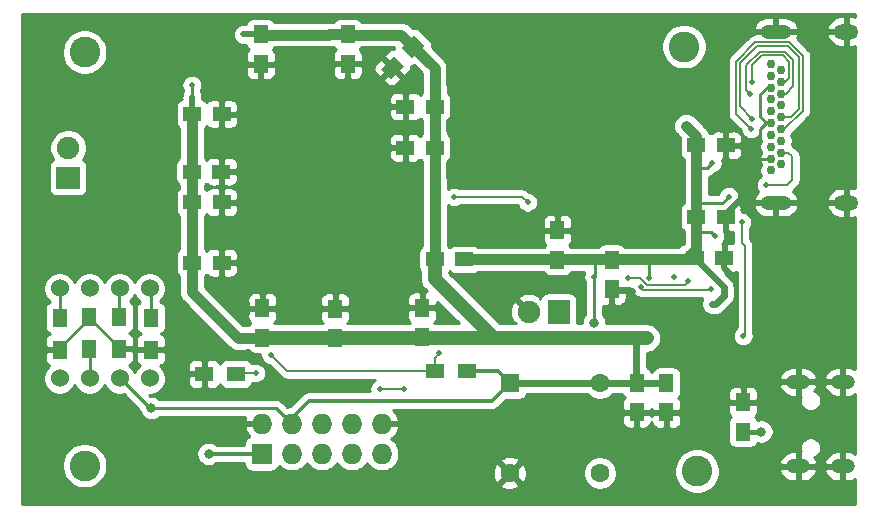
<source format=gbl>
G04 #@! TF.GenerationSoftware,KiCad,Pcbnew,(5.1.6)-1*
G04 #@! TF.CreationDate,2020-11-05T21:16:00+01:00*
G04 #@! TF.ProjectId,lag_tester,6c61675f-7465-4737-9465-722e6b696361,rev?*
G04 #@! TF.SameCoordinates,Original*
G04 #@! TF.FileFunction,Copper,L2,Bot*
G04 #@! TF.FilePolarity,Positive*
%FSLAX46Y46*%
G04 Gerber Fmt 4.6, Leading zero omitted, Abs format (unit mm)*
G04 Created by KiCad (PCBNEW (5.1.6)-1) date 2020-11-05 21:16:00*
%MOMM*%
%LPD*%
G01*
G04 APERTURE LIST*
G04 #@! TA.AperFunction,ComponentPad*
%ADD10O,2.000000X1.250000*%
G04 #@! TD*
G04 #@! TA.AperFunction,ComponentPad*
%ADD11C,1.524000*%
G04 #@! TD*
G04 #@! TA.AperFunction,ComponentPad*
%ADD12C,3.200000*%
G04 #@! TD*
G04 #@! TA.AperFunction,ComponentPad*
%ADD13C,0.500000*%
G04 #@! TD*
G04 #@! TA.AperFunction,ComponentPad*
%ADD14C,0.750000*%
G04 #@! TD*
G04 #@! TA.AperFunction,ComponentPad*
%ADD15O,2.600000X1.200000*%
G04 #@! TD*
G04 #@! TA.AperFunction,ComponentPad*
%ADD16O,2.100000X1.300000*%
G04 #@! TD*
G04 #@! TA.AperFunction,SMDPad,CuDef*
%ADD17R,1.500000X1.250000*%
G04 #@! TD*
G04 #@! TA.AperFunction,SMDPad,CuDef*
%ADD18R,1.300000X1.500000*%
G04 #@! TD*
G04 #@! TA.AperFunction,SMDPad,CuDef*
%ADD19R,1.250000X1.500000*%
G04 #@! TD*
G04 #@! TA.AperFunction,SMDPad,CuDef*
%ADD20R,1.500000X1.300000*%
G04 #@! TD*
G04 #@! TA.AperFunction,ComponentPad*
%ADD21R,1.900000X2.000000*%
G04 #@! TD*
G04 #@! TA.AperFunction,ComponentPad*
%ADD22C,1.900000*%
G04 #@! TD*
G04 #@! TA.AperFunction,ComponentPad*
%ADD23R,2.000000X1.900000*%
G04 #@! TD*
G04 #@! TA.AperFunction,SMDPad,CuDef*
%ADD24C,0.100000*%
G04 #@! TD*
G04 #@! TA.AperFunction,ComponentPad*
%ADD25C,0.600000*%
G04 #@! TD*
G04 #@! TA.AperFunction,ComponentPad*
%ADD26C,2.600000*%
G04 #@! TD*
G04 #@! TA.AperFunction,ComponentPad*
%ADD27R,1.727200X1.727200*%
G04 #@! TD*
G04 #@! TA.AperFunction,ComponentPad*
%ADD28O,1.727200X1.727200*%
G04 #@! TD*
G04 #@! TA.AperFunction,ComponentPad*
%ADD29R,1.600000X1.600000*%
G04 #@! TD*
G04 #@! TA.AperFunction,ComponentPad*
%ADD30C,1.600000*%
G04 #@! TD*
G04 #@! TA.AperFunction,ViaPad*
%ADD31C,0.500000*%
G04 #@! TD*
G04 #@! TA.AperFunction,ViaPad*
%ADD32C,0.800000*%
G04 #@! TD*
G04 #@! TA.AperFunction,Conductor*
%ADD33C,0.152000*%
G04 #@! TD*
G04 #@! TA.AperFunction,Conductor*
%ADD34C,0.250000*%
G04 #@! TD*
G04 #@! TA.AperFunction,Conductor*
%ADD35C,0.500000*%
G04 #@! TD*
G04 #@! TA.AperFunction,Conductor*
%ADD36C,0.600000*%
G04 #@! TD*
G04 #@! TA.AperFunction,Conductor*
%ADD37C,0.400000*%
G04 #@! TD*
G04 #@! TA.AperFunction,Conductor*
%ADD38C,0.900000*%
G04 #@! TD*
G04 #@! TA.AperFunction,Conductor*
%ADD39C,1.200000*%
G04 #@! TD*
G04 #@! TA.AperFunction,Conductor*
%ADD40C,0.300000*%
G04 #@! TD*
G04 #@! TA.AperFunction,Conductor*
%ADD41C,0.254000*%
G04 #@! TD*
G04 APERTURE END LIST*
D10*
X137205000Y-106915000D03*
X137205000Y-114065000D03*
X133405000Y-106915000D03*
X133405000Y-114065000D03*
D11*
X78500000Y-99000000D03*
X75960000Y-99000000D03*
X73420000Y-99000000D03*
X70880000Y-99000000D03*
X70880000Y-106620000D03*
X73420000Y-106620000D03*
X75960000Y-106620000D03*
X78500000Y-106620000D03*
D12*
X119000000Y-91000000D03*
D13*
X116000000Y-88000000D03*
X117000000Y-88000000D03*
X118000000Y-88000000D03*
X119000000Y-88000000D03*
X120000000Y-88000000D03*
X121000000Y-88000000D03*
X122000000Y-88000000D03*
X122000000Y-89000000D03*
X122000000Y-90000000D03*
X122000000Y-91000000D03*
X122000000Y-92000000D03*
X122000000Y-93000000D03*
X122000000Y-94000000D03*
X121000000Y-94000000D03*
X121000000Y-93000000D03*
X121000000Y-92000000D03*
X121000000Y-91000000D03*
X121000000Y-90000000D03*
X121000000Y-89000000D03*
X120000000Y-89000000D03*
X119000000Y-89000000D03*
X118000000Y-89000000D03*
X117000000Y-89000000D03*
X116000000Y-89000000D03*
X116000000Y-90000000D03*
X116000000Y-91000000D03*
X116000000Y-92000000D03*
X116000000Y-93000000D03*
X116000000Y-94000000D03*
X117000000Y-94000000D03*
X118000000Y-94000000D03*
X119000000Y-94000000D03*
X120000000Y-94000000D03*
X120000000Y-93000000D03*
X119000000Y-93000000D03*
X118000000Y-93000000D03*
X117000000Y-93000000D03*
X117000000Y-92000000D03*
X117000000Y-91000000D03*
X117000000Y-90000000D03*
D14*
X131125000Y-80000000D03*
X131125000Y-81000000D03*
X131125000Y-82000000D03*
X131125000Y-83000000D03*
X131125000Y-84000000D03*
X131125000Y-85000000D03*
X131125000Y-86000000D03*
X131125000Y-87000000D03*
X131125000Y-88000000D03*
X131125000Y-89000000D03*
X131925000Y-80500000D03*
X131925000Y-81500000D03*
X131925000Y-82500000D03*
X131925000Y-83500000D03*
X131925000Y-84500000D03*
X131925000Y-85500000D03*
X131925000Y-86500000D03*
X131925000Y-87500000D03*
X131925000Y-88500000D03*
D15*
X131525000Y-77250000D03*
X131525000Y-91750000D03*
D16*
X137465000Y-77250000D03*
X137465000Y-91750000D03*
D17*
X124770000Y-92940000D03*
X127270000Y-92940000D03*
X105150000Y-96550000D03*
X102650000Y-96550000D03*
D18*
X75920000Y-101420000D03*
X75920000Y-104120000D03*
X78600000Y-101475000D03*
X78600000Y-104175000D03*
D17*
X127280000Y-86890000D03*
X124780000Y-86890000D03*
X127140000Y-96430000D03*
X124640000Y-96430000D03*
D19*
X113030000Y-96570000D03*
X113030000Y-94070000D03*
D20*
X102650000Y-106000000D03*
X105350000Y-106000000D03*
D18*
X70900000Y-101475000D03*
X70900000Y-104175000D03*
D19*
X117620000Y-99080000D03*
X117620000Y-96580000D03*
D21*
X113137600Y-100975308D03*
D22*
X110597600Y-100975308D03*
D23*
X71600000Y-89625000D03*
D22*
X71600000Y-87085000D03*
D19*
X94210000Y-103220000D03*
X94210000Y-100720000D03*
D17*
X84580000Y-89110000D03*
X82080000Y-89110000D03*
X84589999Y-91700000D03*
X82089999Y-91700000D03*
D19*
X101580000Y-103140000D03*
X101580000Y-100640000D03*
X88050000Y-103170000D03*
X88050000Y-100670000D03*
D17*
X100150000Y-87090000D03*
X102650000Y-87090000D03*
X82090000Y-96820000D03*
X84590000Y-96820000D03*
D19*
X122250000Y-106990000D03*
X122250000Y-109490000D03*
X119740000Y-109480000D03*
X119740000Y-106980000D03*
D17*
X84590000Y-84240000D03*
X82090000Y-84240000D03*
X100160000Y-83600000D03*
X102660000Y-83600000D03*
G04 #@! TA.AperFunction,SMDPad,CuDef*
D24*
G36*
X98977729Y-81266155D02*
G01*
X98093845Y-80382271D01*
X99154505Y-79321611D01*
X100038389Y-80205495D01*
X98977729Y-81266155D01*
G37*
G04 #@! TD.AperFunction*
G04 #@! TA.AperFunction,SMDPad,CuDef*
G36*
X100745495Y-79498389D02*
G01*
X99861611Y-78614505D01*
X100922271Y-77553845D01*
X101806155Y-78437729D01*
X100745495Y-79498389D01*
G37*
G04 #@! TD.AperFunction*
D19*
X87910000Y-77500000D03*
X87910000Y-80000000D03*
X95270000Y-77490000D03*
X95270000Y-79990000D03*
D25*
X92950000Y-93550000D03*
X96950000Y-91550000D03*
X93950000Y-92550000D03*
X91950000Y-93550000D03*
X91950000Y-92550000D03*
X92950000Y-92550000D03*
X94950000Y-92550000D03*
X96950000Y-92550000D03*
X95950000Y-92550000D03*
X97950000Y-91550000D03*
X97950000Y-92550000D03*
X97950000Y-93550000D03*
X96950000Y-93550000D03*
X95950000Y-93550000D03*
X94950000Y-93550000D03*
X93950000Y-93550000D03*
X92950000Y-91550000D03*
X91950000Y-91550000D03*
X91950000Y-90550000D03*
X92950000Y-90550000D03*
D12*
X94950000Y-90550000D03*
D25*
X96950000Y-90550000D03*
X97950000Y-90550000D03*
X97950000Y-89550000D03*
X96950000Y-89550000D03*
X92950000Y-89550000D03*
X91950000Y-89550000D03*
X91950000Y-88550000D03*
X91950000Y-87550000D03*
X92950000Y-87550000D03*
X93950000Y-87550000D03*
X94950000Y-87550000D03*
X95950000Y-87550000D03*
X96950000Y-87550000D03*
X97950000Y-87550000D03*
X97950000Y-88550000D03*
X96950000Y-88550000D03*
X95950000Y-88550000D03*
X94950000Y-88550000D03*
X93950000Y-88550000D03*
X92950000Y-88550000D03*
D26*
X123750000Y-78525000D03*
D19*
X128750000Y-108625000D03*
X128750000Y-111125000D03*
D27*
X88000000Y-113000000D03*
D28*
X88000000Y-110460000D03*
X90540000Y-113000000D03*
X90540000Y-110460000D03*
X93080000Y-113000000D03*
X93080000Y-110460000D03*
X95620000Y-113000000D03*
X95620000Y-110460000D03*
X98160000Y-113000000D03*
X98160000Y-110460000D03*
D29*
X109000000Y-107000000D03*
D30*
X116620000Y-107000000D03*
X116620000Y-114620000D03*
X109000000Y-114620000D03*
D26*
X124850000Y-114475000D03*
X73000000Y-79000000D03*
X73000000Y-114000000D03*
D20*
X83130000Y-106240000D03*
X85830000Y-106240000D03*
D18*
X73410000Y-101450000D03*
X73410000Y-104150000D03*
D31*
X129525000Y-84625000D03*
X129350000Y-82500000D03*
X129510000Y-81490000D03*
X129435000Y-85490000D03*
X130725000Y-90250000D03*
X107800000Y-95300000D03*
X107700000Y-89300000D03*
X111700000Y-95300000D03*
X123300000Y-95300000D03*
X114100000Y-85300000D03*
X111250000Y-90750000D03*
X126760000Y-89750000D03*
X119440000Y-99250000D03*
X122900000Y-98000000D03*
X128730000Y-92380000D03*
D32*
X130302000Y-111125000D03*
D31*
X82080000Y-81800000D03*
X99580000Y-77510000D03*
X93700000Y-77510000D03*
X89200000Y-77510000D03*
X102630000Y-82030000D03*
X86440000Y-77500000D03*
X82080000Y-82800000D03*
X82080000Y-99300000D03*
D32*
X120600000Y-103200000D03*
D31*
X103180000Y-103200000D03*
X96700000Y-103200000D03*
X100200000Y-103200000D03*
X102630000Y-88800000D03*
D32*
X119700000Y-103200000D03*
D31*
X102630000Y-85800000D03*
X105620000Y-101160000D03*
X102630000Y-89800000D03*
X82080000Y-93300000D03*
X86470000Y-103190000D03*
X82080000Y-98300000D03*
X82080000Y-87810000D03*
X82080000Y-95300000D03*
X91400000Y-103200000D03*
X82110000Y-86300000D03*
X102630000Y-98170000D03*
D32*
X78660000Y-109130000D03*
X83500000Y-113000000D03*
D31*
X119010000Y-98090000D03*
X124100000Y-98400000D03*
X128630000Y-93400000D03*
X128750000Y-103000000D03*
X126050000Y-99090000D03*
X120100000Y-98900000D03*
X100000000Y-107500000D03*
X98000000Y-107500000D03*
X104300000Y-91260000D03*
X110500000Y-91700000D03*
X120750000Y-98100000D03*
X126100000Y-100300000D03*
X123920000Y-85230000D03*
X114270000Y-96540000D03*
X116110000Y-98020000D03*
X127520000Y-91220000D03*
X126370000Y-94590000D03*
D32*
X116125000Y-101950000D03*
D31*
X126140000Y-88400000D03*
X103000000Y-104500000D03*
X88760000Y-104630000D03*
X87470000Y-106160000D03*
D33*
X133475000Y-79425000D02*
X133475000Y-83825000D01*
X132550000Y-78500000D02*
X133475000Y-79425000D01*
X128475000Y-83575000D02*
X128475000Y-79925000D01*
X129900000Y-78500000D02*
X132550000Y-78500000D01*
X128475000Y-79925000D02*
X129900000Y-78500000D01*
X133475000Y-83825000D02*
X132800000Y-84500000D01*
X132800000Y-84500000D02*
X131925000Y-84500000D01*
X129525000Y-84625000D02*
X128475000Y-83575000D01*
X130200000Y-78950000D02*
X132275000Y-78950000D01*
X132275000Y-78950000D02*
X133000000Y-79675000D01*
X129350000Y-82500000D02*
X129025000Y-82175000D01*
X133000000Y-81850000D02*
X132350000Y-82500000D01*
X129025000Y-82175000D02*
X129025000Y-80125000D01*
X133000000Y-79675000D02*
X133000000Y-81850000D01*
X129025000Y-80125000D02*
X130200000Y-78950000D01*
X132350000Y-82500000D02*
X131925000Y-82500000D01*
X132150000Y-79275000D02*
X132675000Y-79800000D01*
X132675000Y-81150000D02*
X132325000Y-81500000D01*
X130350000Y-79275000D02*
X132150000Y-79275000D01*
X132325000Y-81500000D02*
X131925000Y-81500000D01*
X132675000Y-79800000D02*
X132675000Y-81150000D01*
X129510000Y-80115000D02*
X130350000Y-79275000D01*
X129510000Y-81490000D02*
X129510000Y-80115000D01*
X128150000Y-79800000D02*
X129775000Y-78175000D01*
X128150000Y-84205000D02*
X128150000Y-79800000D01*
X129775000Y-78175000D02*
X132675000Y-78175000D01*
X132675000Y-78175000D02*
X133800000Y-79300000D01*
X133800000Y-79300000D02*
X133800000Y-83950000D01*
X129435000Y-85490000D02*
X128150000Y-84205000D01*
X133800000Y-83950000D02*
X132250000Y-85500000D01*
X132250000Y-85500000D02*
X131925000Y-85500000D01*
X132575000Y-87500000D02*
X131925000Y-87500000D01*
X132475000Y-90250000D02*
X132900000Y-89825000D01*
X132900000Y-89825000D02*
X132900000Y-87825000D01*
X132900000Y-87825000D02*
X132575000Y-87500000D01*
X130725000Y-90250000D02*
X132475000Y-90250000D01*
D34*
X131125000Y-82000000D02*
X130775000Y-82000000D01*
X130775000Y-82000000D02*
X130200000Y-82575000D01*
X130200000Y-82575000D02*
X130200000Y-84450000D01*
X130200000Y-84450000D02*
X130750000Y-85000000D01*
X130200000Y-86150000D02*
X129675000Y-86675000D01*
X130725000Y-85000000D02*
X130200000Y-85525000D01*
X131125000Y-85000000D02*
X130725000Y-85000000D01*
D35*
X127140000Y-97240000D02*
X127900000Y-98000000D01*
X127270000Y-92730000D02*
X128700000Y-91300000D01*
D34*
X130200000Y-85525000D02*
X130200000Y-86150000D01*
X130750000Y-85000000D02*
X131125000Y-85000000D01*
D35*
X127270000Y-92940000D02*
X127270000Y-92730000D01*
X127140000Y-96430000D02*
X127140000Y-97240000D01*
D34*
X131125000Y-88000000D02*
X129400000Y-88000000D01*
D36*
X131540000Y-108740000D02*
X131550000Y-108750000D01*
D34*
X75920000Y-104000000D02*
X75920000Y-104120000D01*
X73410000Y-101450000D02*
X73410000Y-101490000D01*
X73410000Y-101490000D02*
X75920000Y-104000000D01*
X70900000Y-104010000D02*
X70900000Y-104175000D01*
X73410000Y-101450000D02*
X73410000Y-101500000D01*
X73410000Y-101500000D02*
X70900000Y-104010000D01*
D37*
X117790000Y-99250000D02*
X117620000Y-99080000D01*
X119440000Y-99250000D02*
X117790000Y-99250000D01*
X128750000Y-111125000D02*
X130048000Y-111125000D01*
D34*
X130048000Y-111125000D02*
X130302000Y-111125000D01*
D38*
X102660000Y-82060000D02*
X102630000Y-82030000D01*
X102660000Y-83600000D02*
X102660000Y-82060000D01*
X87920000Y-77510000D02*
X87910000Y-77500000D01*
X95290000Y-77510000D02*
X95270000Y-77490000D01*
X99817766Y-77510000D02*
X99580000Y-77510000D01*
X102630000Y-80322234D02*
X100833883Y-78526117D01*
X100833883Y-78526117D02*
X99817766Y-77510000D01*
X89200000Y-77510000D02*
X87920000Y-77510000D01*
D34*
X82080000Y-82800000D02*
X82080000Y-81800000D01*
D38*
X95270000Y-77490000D02*
X93720000Y-77490000D01*
D35*
X87910000Y-77500000D02*
X86440000Y-77500000D01*
D38*
X99580000Y-77510000D02*
X95290000Y-77510000D01*
X93720000Y-77490000D02*
X93700000Y-77510000D01*
X93700000Y-77510000D02*
X89200000Y-77510000D01*
X102630000Y-82030000D02*
X102630000Y-80322234D01*
X102630000Y-85800000D02*
X102630000Y-83630000D01*
D35*
X82090000Y-84240000D02*
X82090000Y-82810000D01*
X82090000Y-82810000D02*
X82080000Y-82800000D01*
D38*
X82110000Y-86300000D02*
X82110000Y-84260000D01*
X82110000Y-84260000D02*
X82090000Y-84240000D01*
X102630000Y-83630000D02*
X102660000Y-83600000D01*
D39*
X105620000Y-101160000D02*
X102630000Y-98170000D01*
X107660000Y-103200000D02*
X103180000Y-103200000D01*
D36*
X119700000Y-103200000D02*
X119700000Y-106940000D01*
D39*
X107660000Y-103200000D02*
X105620000Y-101160000D01*
X100200000Y-103200000D02*
X96700000Y-103200000D01*
D36*
X119700000Y-106940000D02*
X119740000Y-106980000D01*
D39*
X103180000Y-103200000D02*
X100200000Y-103200000D01*
D36*
X122250000Y-106990000D02*
X119750000Y-106990000D01*
X119740000Y-106980000D02*
X116640000Y-106980000D01*
D39*
X120600000Y-103200000D02*
X107660000Y-103200000D01*
D36*
X119750000Y-106990000D02*
X119740000Y-106980000D01*
X116620000Y-107000000D02*
X109000000Y-107000000D01*
X116640000Y-106980000D02*
X116620000Y-107000000D01*
D39*
X102630000Y-96570000D02*
X102650000Y-96550000D01*
D38*
X82080000Y-95300000D02*
X82080000Y-91709999D01*
X82080000Y-91709999D02*
X82089999Y-91700000D01*
X82090000Y-95310000D02*
X82080000Y-95300000D01*
X82080000Y-98300000D02*
X82080000Y-99300000D01*
D39*
X91400000Y-103200000D02*
X88080000Y-103200000D01*
D38*
X85970000Y-103190000D02*
X82080000Y-99300000D01*
X82080000Y-96830000D02*
X82090000Y-96820000D01*
X102650000Y-96550000D02*
X102650000Y-89820000D01*
X86470000Y-103190000D02*
X85970000Y-103190000D01*
X82080000Y-87810000D02*
X82080000Y-86330000D01*
X82080000Y-89110000D02*
X82080000Y-87810000D01*
X88050000Y-103170000D02*
X86490000Y-103170000D01*
X82089999Y-91700000D02*
X82089999Y-89119999D01*
X82080000Y-98300000D02*
X82080000Y-96830000D01*
X82089999Y-89119999D02*
X82080000Y-89110000D01*
X82090000Y-96820000D02*
X82090000Y-95310000D01*
D39*
X88080000Y-103200000D02*
X88050000Y-103170000D01*
D38*
X102630000Y-89800000D02*
X102630000Y-88800000D01*
X102630000Y-87110000D02*
X102650000Y-87090000D01*
X82080000Y-86330000D02*
X82110000Y-86300000D01*
X102650000Y-87090000D02*
X102650000Y-85820000D01*
X86490000Y-103170000D02*
X86470000Y-103190000D01*
X102650000Y-85820000D02*
X102630000Y-85800000D01*
X102630000Y-88800000D02*
X102630000Y-87110000D01*
X102650000Y-89820000D02*
X102630000Y-89800000D01*
D39*
X96700000Y-103200000D02*
X91400000Y-103200000D01*
X102630000Y-98170000D02*
X102630000Y-96570000D01*
D40*
X107500000Y-108500000D02*
X109000000Y-107000000D01*
X92000000Y-108500000D02*
X107500000Y-108500000D01*
X90540000Y-110460000D02*
X90540000Y-109960000D01*
X90540000Y-109960000D02*
X92000000Y-108500000D01*
X108000000Y-106000000D02*
X105350000Y-106000000D01*
X109000000Y-107000000D02*
X108000000Y-106000000D01*
D34*
X73425000Y-99005000D02*
X73420000Y-99000000D01*
X76010000Y-106620000D02*
X75960000Y-106620000D01*
X78520000Y-109130000D02*
X76010000Y-106620000D01*
X78660000Y-109130000D02*
X89210000Y-109130000D01*
X89210000Y-109130000D02*
X90540000Y-110460000D01*
X78660000Y-109130000D02*
X78520000Y-109130000D01*
D40*
X83500000Y-113000000D02*
X88000000Y-113000000D01*
D33*
X124100000Y-98400000D02*
X123810000Y-98690000D01*
X123810000Y-98690000D02*
X120590000Y-98690000D01*
X119990000Y-98090000D02*
X119010000Y-98090000D01*
X120590000Y-98690000D02*
X119990000Y-98090000D01*
X128630000Y-93400000D02*
X128630000Y-95120000D01*
X128910000Y-95400000D02*
X128910000Y-102840000D01*
X128910000Y-102840000D02*
X128750000Y-103000000D01*
X128630000Y-95120000D02*
X128910000Y-95400000D01*
X120300000Y-99100000D02*
X126040000Y-99100000D01*
X126040000Y-99100000D02*
X126050000Y-99090000D01*
X120100000Y-98900000D02*
X120300000Y-99100000D01*
X100000000Y-107500000D02*
X98000000Y-107500000D01*
X104310000Y-91250000D02*
X104300000Y-91260000D01*
X110500000Y-91700000D02*
X110050000Y-91250000D01*
X110050000Y-91250000D02*
X104310000Y-91250000D01*
D38*
X124790000Y-91770000D02*
X124790000Y-88810000D01*
D34*
X116110000Y-101935000D02*
X116110000Y-98020000D01*
X120750000Y-96590000D02*
X120790000Y-96550000D01*
X116125000Y-101950000D02*
X116110000Y-101935000D01*
D38*
X124790000Y-94260000D02*
X124790000Y-91770000D01*
D36*
X125910000Y-97700000D02*
X124640000Y-96430000D01*
X126400000Y-100300000D02*
X127100000Y-99600000D01*
D34*
X120750000Y-98100000D02*
X120750000Y-96590000D01*
D36*
X126100000Y-100300000D02*
X126400000Y-100300000D01*
X127100000Y-99600000D02*
X127100000Y-98890000D01*
X127100000Y-98890000D02*
X125910000Y-97700000D01*
D38*
X123940000Y-96550000D02*
X124790000Y-95700000D01*
D34*
X116110000Y-98020000D02*
X116250000Y-97880000D01*
X126970000Y-91770000D02*
X124790000Y-91770000D01*
D38*
X105150000Y-96550000D02*
X116250000Y-96550000D01*
X121310000Y-96550000D02*
X123940000Y-96550000D01*
D34*
X127520000Y-91220000D02*
X126970000Y-91770000D01*
D38*
X124790000Y-88810000D02*
X124790000Y-86100000D01*
D34*
X126140000Y-88400000D02*
X125730000Y-88810000D01*
X125730000Y-88810000D02*
X124790000Y-88810000D01*
D38*
X124790000Y-86100000D02*
X123920000Y-85230000D01*
X124790000Y-95700000D02*
X124790000Y-94260000D01*
D34*
X126370000Y-94590000D02*
X126040000Y-94260000D01*
X126040000Y-94260000D02*
X124790000Y-94260000D01*
D38*
X120790000Y-96550000D02*
X121310000Y-96550000D01*
X116250000Y-96550000D02*
X120790000Y-96550000D01*
D34*
X116250000Y-97880000D02*
X116250000Y-96550000D01*
D33*
X102650000Y-104850000D02*
X102650000Y-106000000D01*
X103000000Y-104500000D02*
X102650000Y-104850000D01*
X90130000Y-106000000D02*
X102650000Y-106000000D01*
X88760000Y-104630000D02*
X90130000Y-106000000D01*
D34*
X78600000Y-99100000D02*
X78500000Y-99000000D01*
X78600000Y-101475000D02*
X78600000Y-99100000D01*
X70900000Y-101475000D02*
X70900000Y-99020000D01*
X70900000Y-99020000D02*
X70880000Y-99000000D01*
X75920000Y-99040000D02*
X75960000Y-99000000D01*
X75920000Y-101420000D02*
X75920000Y-99040000D01*
D33*
X85910000Y-106160000D02*
X85830000Y-106240000D01*
X87470000Y-106160000D02*
X85910000Y-106160000D01*
D34*
X73420000Y-104160000D02*
X73410000Y-104150000D01*
X73420000Y-106620000D02*
X73420000Y-104160000D01*
D41*
G36*
X138265001Y-76024729D02*
G01*
X138240251Y-76014467D01*
X137992000Y-75965000D01*
X137592000Y-75965000D01*
X137592000Y-77123000D01*
X137612000Y-77123000D01*
X137612000Y-77377000D01*
X137592000Y-77377000D01*
X137592000Y-78535000D01*
X137992000Y-78535000D01*
X138240251Y-78485533D01*
X138265001Y-78475271D01*
X138265001Y-90524728D01*
X138240251Y-90514467D01*
X137992000Y-90465000D01*
X137592000Y-90465000D01*
X137592000Y-91623000D01*
X137612000Y-91623000D01*
X137612000Y-91877000D01*
X137592000Y-91877000D01*
X137592000Y-93035000D01*
X137992000Y-93035000D01*
X138240251Y-92985533D01*
X138265001Y-92975272D01*
X138265000Y-105856915D01*
X138179514Y-105799513D01*
X137950374Y-105703987D01*
X137707000Y-105655000D01*
X137332000Y-105655000D01*
X137332000Y-106788000D01*
X137352000Y-106788000D01*
X137352000Y-107042000D01*
X137332000Y-107042000D01*
X137332000Y-108175000D01*
X137707000Y-108175000D01*
X137950374Y-108126013D01*
X138179514Y-108030487D01*
X138265000Y-107973085D01*
X138265000Y-113006915D01*
X138179514Y-112949513D01*
X137950374Y-112853987D01*
X137707000Y-112805000D01*
X137332000Y-112805000D01*
X137332000Y-113938000D01*
X137352000Y-113938000D01*
X137352000Y-114192000D01*
X137332000Y-114192000D01*
X137332000Y-115325000D01*
X137707000Y-115325000D01*
X137950374Y-115276013D01*
X138179514Y-115180487D01*
X138265000Y-115123085D01*
X138265000Y-117265000D01*
X67735000Y-117265000D01*
X67735000Y-113809419D01*
X71065000Y-113809419D01*
X71065000Y-114190581D01*
X71139361Y-114564419D01*
X71285225Y-114916566D01*
X71496987Y-115233491D01*
X71766509Y-115503013D01*
X72083434Y-115714775D01*
X72435581Y-115860639D01*
X72809419Y-115935000D01*
X73190581Y-115935000D01*
X73564419Y-115860639D01*
X73916566Y-115714775D01*
X74069329Y-115612702D01*
X108186903Y-115612702D01*
X108258486Y-115856671D01*
X108513996Y-115977571D01*
X108788184Y-116046300D01*
X109070512Y-116060217D01*
X109350130Y-116018787D01*
X109616292Y-115923603D01*
X109741514Y-115856671D01*
X109813097Y-115612702D01*
X109000000Y-114799605D01*
X108186903Y-115612702D01*
X74069329Y-115612702D01*
X74233491Y-115503013D01*
X74503013Y-115233491D01*
X74714775Y-114916566D01*
X74808409Y-114690512D01*
X107559783Y-114690512D01*
X107601213Y-114970130D01*
X107696397Y-115236292D01*
X107763329Y-115361514D01*
X108007298Y-115433097D01*
X108820395Y-114620000D01*
X109179605Y-114620000D01*
X109992702Y-115433097D01*
X110236671Y-115361514D01*
X110357571Y-115106004D01*
X110426300Y-114831816D01*
X110440217Y-114549488D01*
X110429724Y-114478665D01*
X115185000Y-114478665D01*
X115185000Y-114761335D01*
X115240147Y-115038574D01*
X115348320Y-115299727D01*
X115505363Y-115534759D01*
X115705241Y-115734637D01*
X115940273Y-115891680D01*
X116201426Y-115999853D01*
X116478665Y-116055000D01*
X116761335Y-116055000D01*
X117038574Y-115999853D01*
X117299727Y-115891680D01*
X117534759Y-115734637D01*
X117734637Y-115534759D01*
X117891680Y-115299727D01*
X117999853Y-115038574D01*
X118055000Y-114761335D01*
X118055000Y-114478665D01*
X118016362Y-114284419D01*
X122915000Y-114284419D01*
X122915000Y-114665581D01*
X122989361Y-115039419D01*
X123135225Y-115391566D01*
X123346987Y-115708491D01*
X123616509Y-115978013D01*
X123933434Y-116189775D01*
X124285581Y-116335639D01*
X124659419Y-116410000D01*
X125040581Y-116410000D01*
X125414419Y-116335639D01*
X125766566Y-116189775D01*
X126083491Y-115978013D01*
X126353013Y-115708491D01*
X126564775Y-115391566D01*
X126710639Y-115039419D01*
X126785000Y-114665581D01*
X126785000Y-114386540D01*
X131811718Y-114386540D01*
X131817311Y-114429849D01*
X131911791Y-114659422D01*
X132049243Y-114866152D01*
X132224385Y-115042094D01*
X132430486Y-115180487D01*
X132659626Y-115276013D01*
X132903000Y-115325000D01*
X133278000Y-115325000D01*
X133278000Y-114192000D01*
X133532000Y-114192000D01*
X133532000Y-115325000D01*
X133907000Y-115325000D01*
X134150374Y-115276013D01*
X134379514Y-115180487D01*
X134585615Y-115042094D01*
X134760757Y-114866152D01*
X134898209Y-114659422D01*
X134992689Y-114429849D01*
X134998282Y-114386540D01*
X135611718Y-114386540D01*
X135617311Y-114429849D01*
X135711791Y-114659422D01*
X135849243Y-114866152D01*
X136024385Y-115042094D01*
X136230486Y-115180487D01*
X136459626Y-115276013D01*
X136703000Y-115325000D01*
X137078000Y-115325000D01*
X137078000Y-114192000D01*
X135736098Y-114192000D01*
X135611718Y-114386540D01*
X134998282Y-114386540D01*
X134873902Y-114192000D01*
X133532000Y-114192000D01*
X133278000Y-114192000D01*
X131936098Y-114192000D01*
X131811718Y-114386540D01*
X126785000Y-114386540D01*
X126785000Y-114284419D01*
X126710639Y-113910581D01*
X126641416Y-113743460D01*
X131811718Y-113743460D01*
X131936098Y-113938000D01*
X133278000Y-113938000D01*
X133278000Y-112805000D01*
X133532000Y-112805000D01*
X133532000Y-113938000D01*
X134873902Y-113938000D01*
X134998282Y-113743460D01*
X135611718Y-113743460D01*
X135736098Y-113938000D01*
X137078000Y-113938000D01*
X137078000Y-112805000D01*
X136703000Y-112805000D01*
X136459626Y-112853987D01*
X136230486Y-112949513D01*
X136024385Y-113087906D01*
X135849243Y-113263848D01*
X135711791Y-113470578D01*
X135617311Y-113700151D01*
X135611718Y-113743460D01*
X134998282Y-113743460D01*
X134992689Y-113700151D01*
X134898209Y-113470578D01*
X134790691Y-113308869D01*
X134874205Y-113274277D01*
X135019155Y-113177424D01*
X135142424Y-113054155D01*
X135239277Y-112909205D01*
X135305990Y-112748145D01*
X135340000Y-112577165D01*
X135340000Y-112402835D01*
X135305990Y-112231855D01*
X135239277Y-112070795D01*
X135142424Y-111925845D01*
X135019155Y-111802576D01*
X134874205Y-111705723D01*
X134713145Y-111639010D01*
X134542165Y-111605000D01*
X134367835Y-111605000D01*
X134196855Y-111639010D01*
X134035795Y-111705723D01*
X133890845Y-111802576D01*
X133767576Y-111925845D01*
X133670723Y-112070795D01*
X133604010Y-112231855D01*
X133570000Y-112402835D01*
X133570000Y-112577165D01*
X133604010Y-112748145D01*
X133627560Y-112805000D01*
X133532000Y-112805000D01*
X133278000Y-112805000D01*
X132903000Y-112805000D01*
X132659626Y-112853987D01*
X132430486Y-112949513D01*
X132224385Y-113087906D01*
X132049243Y-113263848D01*
X131911791Y-113470578D01*
X131817311Y-113700151D01*
X131811718Y-113743460D01*
X126641416Y-113743460D01*
X126564775Y-113558434D01*
X126353013Y-113241509D01*
X126083491Y-112971987D01*
X125766566Y-112760225D01*
X125414419Y-112614361D01*
X125040581Y-112540000D01*
X124659419Y-112540000D01*
X124285581Y-112614361D01*
X123933434Y-112760225D01*
X123616509Y-112971987D01*
X123346987Y-113241509D01*
X123135225Y-113558434D01*
X122989361Y-113910581D01*
X122915000Y-114284419D01*
X118016362Y-114284419D01*
X117999853Y-114201426D01*
X117891680Y-113940273D01*
X117734637Y-113705241D01*
X117534759Y-113505363D01*
X117299727Y-113348320D01*
X117038574Y-113240147D01*
X116761335Y-113185000D01*
X116478665Y-113185000D01*
X116201426Y-113240147D01*
X115940273Y-113348320D01*
X115705241Y-113505363D01*
X115505363Y-113705241D01*
X115348320Y-113940273D01*
X115240147Y-114201426D01*
X115185000Y-114478665D01*
X110429724Y-114478665D01*
X110398787Y-114269870D01*
X110303603Y-114003708D01*
X110236671Y-113878486D01*
X109992702Y-113806903D01*
X109179605Y-114620000D01*
X108820395Y-114620000D01*
X108007298Y-113806903D01*
X107763329Y-113878486D01*
X107642429Y-114133996D01*
X107573700Y-114408184D01*
X107559783Y-114690512D01*
X74808409Y-114690512D01*
X74860639Y-114564419D01*
X74935000Y-114190581D01*
X74935000Y-113809419D01*
X74860639Y-113435581D01*
X74714775Y-113083434D01*
X74503013Y-112766509D01*
X74233491Y-112496987D01*
X73916566Y-112285225D01*
X73564419Y-112139361D01*
X73190581Y-112065000D01*
X72809419Y-112065000D01*
X72435581Y-112139361D01*
X72083434Y-112285225D01*
X71766509Y-112496987D01*
X71496987Y-112766509D01*
X71285225Y-113083434D01*
X71139361Y-113435581D01*
X71065000Y-113809419D01*
X67735000Y-113809419D01*
X67735000Y-98862408D01*
X69483000Y-98862408D01*
X69483000Y-99137592D01*
X69536686Y-99407490D01*
X69641995Y-99661727D01*
X69794880Y-99890535D01*
X69989465Y-100085120D01*
X70046426Y-100123180D01*
X70005820Y-100135498D01*
X69895506Y-100194463D01*
X69798815Y-100273815D01*
X69719463Y-100370506D01*
X69660498Y-100480820D01*
X69624188Y-100600518D01*
X69611928Y-100725000D01*
X69611928Y-102225000D01*
X69624188Y-102349482D01*
X69660498Y-102469180D01*
X69719463Y-102579494D01*
X69798815Y-102676185D01*
X69895506Y-102755537D01*
X70005820Y-102814502D01*
X70040427Y-102825000D01*
X70005820Y-102835498D01*
X69895506Y-102894463D01*
X69798815Y-102973815D01*
X69719463Y-103070506D01*
X69660498Y-103180820D01*
X69624188Y-103300518D01*
X69611928Y-103425000D01*
X69615000Y-103889250D01*
X69773750Y-104048000D01*
X70773000Y-104048000D01*
X70773000Y-104028000D01*
X71027000Y-104028000D01*
X71027000Y-104048000D01*
X71047000Y-104048000D01*
X71047000Y-104302000D01*
X71027000Y-104302000D01*
X71027000Y-104322000D01*
X70773000Y-104322000D01*
X70773000Y-104302000D01*
X69773750Y-104302000D01*
X69615000Y-104460750D01*
X69611928Y-104925000D01*
X69624188Y-105049482D01*
X69660498Y-105169180D01*
X69719463Y-105279494D01*
X69798815Y-105376185D01*
X69895506Y-105455537D01*
X70005820Y-105514502D01*
X70015547Y-105517453D01*
X69989465Y-105534880D01*
X69794880Y-105729465D01*
X69641995Y-105958273D01*
X69536686Y-106212510D01*
X69483000Y-106482408D01*
X69483000Y-106757592D01*
X69536686Y-107027490D01*
X69641995Y-107281727D01*
X69794880Y-107510535D01*
X69989465Y-107705120D01*
X70218273Y-107858005D01*
X70472510Y-107963314D01*
X70742408Y-108017000D01*
X71017592Y-108017000D01*
X71287490Y-107963314D01*
X71541727Y-107858005D01*
X71770535Y-107705120D01*
X71965120Y-107510535D01*
X72118005Y-107281727D01*
X72150000Y-107204485D01*
X72181995Y-107281727D01*
X72334880Y-107510535D01*
X72529465Y-107705120D01*
X72758273Y-107858005D01*
X73012510Y-107963314D01*
X73282408Y-108017000D01*
X73557592Y-108017000D01*
X73827490Y-107963314D01*
X74081727Y-107858005D01*
X74310535Y-107705120D01*
X74505120Y-107510535D01*
X74658005Y-107281727D01*
X74690000Y-107204485D01*
X74721995Y-107281727D01*
X74874880Y-107510535D01*
X75069465Y-107705120D01*
X75298273Y-107858005D01*
X75552510Y-107963314D01*
X75822408Y-108017000D01*
X76097592Y-108017000D01*
X76293275Y-107978076D01*
X77644333Y-109329135D01*
X77664774Y-109431898D01*
X77742795Y-109620256D01*
X77856063Y-109789774D01*
X78000226Y-109933937D01*
X78169744Y-110047205D01*
X78358102Y-110125226D01*
X78558061Y-110165000D01*
X78761939Y-110165000D01*
X78961898Y-110125226D01*
X79150256Y-110047205D01*
X79319774Y-109933937D01*
X79363711Y-109890000D01*
X86619503Y-109890000D01*
X86590778Y-109950186D01*
X86545042Y-110100974D01*
X86666183Y-110333000D01*
X87873000Y-110333000D01*
X87873000Y-110313000D01*
X88127000Y-110313000D01*
X88127000Y-110333000D01*
X88147000Y-110333000D01*
X88147000Y-110587000D01*
X88127000Y-110587000D01*
X88127000Y-110607000D01*
X87873000Y-110607000D01*
X87873000Y-110587000D01*
X86666183Y-110587000D01*
X86545042Y-110819026D01*
X86590778Y-110969814D01*
X86717316Y-111234944D01*
X86893146Y-111470293D01*
X86956574Y-111527376D01*
X86892220Y-111546898D01*
X86781906Y-111605863D01*
X86685215Y-111685215D01*
X86605863Y-111781906D01*
X86546898Y-111892220D01*
X86510588Y-112011918D01*
X86498328Y-112136400D01*
X86498328Y-112215000D01*
X84178711Y-112215000D01*
X84159774Y-112196063D01*
X83990256Y-112082795D01*
X83801898Y-112004774D01*
X83601939Y-111965000D01*
X83398061Y-111965000D01*
X83198102Y-112004774D01*
X83009744Y-112082795D01*
X82840226Y-112196063D01*
X82696063Y-112340226D01*
X82582795Y-112509744D01*
X82504774Y-112698102D01*
X82465000Y-112898061D01*
X82465000Y-113101939D01*
X82504774Y-113301898D01*
X82582795Y-113490256D01*
X82696063Y-113659774D01*
X82840226Y-113803937D01*
X83009744Y-113917205D01*
X83198102Y-113995226D01*
X83398061Y-114035000D01*
X83601939Y-114035000D01*
X83801898Y-113995226D01*
X83990256Y-113917205D01*
X84159774Y-113803937D01*
X84178711Y-113785000D01*
X86498328Y-113785000D01*
X86498328Y-113863600D01*
X86510588Y-113988082D01*
X86546898Y-114107780D01*
X86605863Y-114218094D01*
X86685215Y-114314785D01*
X86781906Y-114394137D01*
X86892220Y-114453102D01*
X87011918Y-114489412D01*
X87136400Y-114501672D01*
X88863600Y-114501672D01*
X88988082Y-114489412D01*
X89107780Y-114453102D01*
X89218094Y-114394137D01*
X89314785Y-114314785D01*
X89394137Y-114218094D01*
X89453102Y-114107780D01*
X89470636Y-114049977D01*
X89584698Y-114164039D01*
X89830147Y-114328042D01*
X90102875Y-114441010D01*
X90392401Y-114498600D01*
X90687599Y-114498600D01*
X90977125Y-114441010D01*
X91249853Y-114328042D01*
X91495302Y-114164039D01*
X91704039Y-113955302D01*
X91810000Y-113796719D01*
X91915961Y-113955302D01*
X92124698Y-114164039D01*
X92370147Y-114328042D01*
X92642875Y-114441010D01*
X92932401Y-114498600D01*
X93227599Y-114498600D01*
X93517125Y-114441010D01*
X93789853Y-114328042D01*
X94035302Y-114164039D01*
X94244039Y-113955302D01*
X94350000Y-113796719D01*
X94455961Y-113955302D01*
X94664698Y-114164039D01*
X94910147Y-114328042D01*
X95182875Y-114441010D01*
X95472401Y-114498600D01*
X95767599Y-114498600D01*
X96057125Y-114441010D01*
X96329853Y-114328042D01*
X96575302Y-114164039D01*
X96784039Y-113955302D01*
X96890000Y-113796719D01*
X96995961Y-113955302D01*
X97204698Y-114164039D01*
X97450147Y-114328042D01*
X97722875Y-114441010D01*
X98012401Y-114498600D01*
X98307599Y-114498600D01*
X98597125Y-114441010D01*
X98869853Y-114328042D01*
X99115302Y-114164039D01*
X99324039Y-113955302D01*
X99488042Y-113709853D01*
X99522237Y-113627298D01*
X108186903Y-113627298D01*
X109000000Y-114440395D01*
X109813097Y-113627298D01*
X109741514Y-113383329D01*
X109486004Y-113262429D01*
X109211816Y-113193700D01*
X108929488Y-113179783D01*
X108649870Y-113221213D01*
X108383708Y-113316397D01*
X108258486Y-113383329D01*
X108186903Y-113627298D01*
X99522237Y-113627298D01*
X99601010Y-113437125D01*
X99658600Y-113147599D01*
X99658600Y-112852401D01*
X99601010Y-112562875D01*
X99488042Y-112290147D01*
X99324039Y-112044698D01*
X99115302Y-111835961D01*
X98949897Y-111725441D01*
X99048488Y-111666817D01*
X99266854Y-111470293D01*
X99442684Y-111234944D01*
X99569222Y-110969814D01*
X99614958Y-110819026D01*
X99493817Y-110587000D01*
X98287000Y-110587000D01*
X98287000Y-110607000D01*
X98033000Y-110607000D01*
X98033000Y-110587000D01*
X98013000Y-110587000D01*
X98013000Y-110333000D01*
X98033000Y-110333000D01*
X98033000Y-110313000D01*
X98287000Y-110313000D01*
X98287000Y-110333000D01*
X99493817Y-110333000D01*
X99547593Y-110230000D01*
X118476928Y-110230000D01*
X118489188Y-110354482D01*
X118525498Y-110474180D01*
X118584463Y-110584494D01*
X118663815Y-110681185D01*
X118760506Y-110760537D01*
X118870820Y-110819502D01*
X118990518Y-110855812D01*
X119115000Y-110868072D01*
X119454250Y-110865000D01*
X119613000Y-110706250D01*
X119613000Y-109607000D01*
X119867000Y-109607000D01*
X119867000Y-110706250D01*
X120025750Y-110865000D01*
X120365000Y-110868072D01*
X120489482Y-110855812D01*
X120609180Y-110819502D01*
X120719494Y-110760537D01*
X120816185Y-110681185D01*
X120895537Y-110584494D01*
X120954502Y-110474180D01*
X120990812Y-110354482D01*
X120994508Y-110316959D01*
X120999188Y-110364482D01*
X121035498Y-110484180D01*
X121094463Y-110594494D01*
X121173815Y-110691185D01*
X121270506Y-110770537D01*
X121380820Y-110829502D01*
X121500518Y-110865812D01*
X121625000Y-110878072D01*
X121964250Y-110875000D01*
X122123000Y-110716250D01*
X122123000Y-109617000D01*
X122377000Y-109617000D01*
X122377000Y-110716250D01*
X122535750Y-110875000D01*
X122875000Y-110878072D01*
X122999482Y-110865812D01*
X123119180Y-110829502D01*
X123229494Y-110770537D01*
X123326185Y-110691185D01*
X123405537Y-110594494D01*
X123464502Y-110484180D01*
X123500812Y-110364482D01*
X123513072Y-110240000D01*
X123510000Y-109775750D01*
X123351250Y-109617000D01*
X122377000Y-109617000D01*
X122123000Y-109617000D01*
X121148750Y-109617000D01*
X121000000Y-109765750D01*
X120841250Y-109607000D01*
X119867000Y-109607000D01*
X119613000Y-109607000D01*
X118638750Y-109607000D01*
X118480000Y-109765750D01*
X118476928Y-110230000D01*
X99547593Y-110230000D01*
X99614958Y-110100974D01*
X99569222Y-109950186D01*
X99442684Y-109685056D01*
X99266854Y-109449707D01*
X99183844Y-109375000D01*
X127486928Y-109375000D01*
X127499188Y-109499482D01*
X127535498Y-109619180D01*
X127594463Y-109729494D01*
X127673815Y-109826185D01*
X127733296Y-109875000D01*
X127673815Y-109923815D01*
X127594463Y-110020506D01*
X127535498Y-110130820D01*
X127499188Y-110250518D01*
X127486928Y-110375000D01*
X127486928Y-111875000D01*
X127499188Y-111999482D01*
X127535498Y-112119180D01*
X127594463Y-112229494D01*
X127673815Y-112326185D01*
X127770506Y-112405537D01*
X127880820Y-112464502D01*
X128000518Y-112500812D01*
X128125000Y-112513072D01*
X129375000Y-112513072D01*
X129499482Y-112500812D01*
X129619180Y-112464502D01*
X129729494Y-112405537D01*
X129826185Y-112326185D01*
X129905537Y-112229494D01*
X129964502Y-112119180D01*
X129968194Y-112107009D01*
X130000102Y-112120226D01*
X130200061Y-112160000D01*
X130403939Y-112160000D01*
X130603898Y-112120226D01*
X130792256Y-112042205D01*
X130961774Y-111928937D01*
X131105937Y-111784774D01*
X131219205Y-111615256D01*
X131297226Y-111426898D01*
X131337000Y-111226939D01*
X131337000Y-111023061D01*
X131297226Y-110823102D01*
X131219205Y-110634744D01*
X131105937Y-110465226D01*
X130961774Y-110321063D01*
X130792256Y-110207795D01*
X130603898Y-110129774D01*
X130403939Y-110090000D01*
X130200061Y-110090000D01*
X130000102Y-110129774D01*
X129968194Y-110142991D01*
X129964502Y-110130820D01*
X129905537Y-110020506D01*
X129826185Y-109923815D01*
X129766704Y-109875000D01*
X129826185Y-109826185D01*
X129905537Y-109729494D01*
X129964502Y-109619180D01*
X130000812Y-109499482D01*
X130013072Y-109375000D01*
X130010000Y-108910750D01*
X129851250Y-108752000D01*
X128877000Y-108752000D01*
X128877000Y-108772000D01*
X128623000Y-108772000D01*
X128623000Y-108752000D01*
X127648750Y-108752000D01*
X127490000Y-108910750D01*
X127486928Y-109375000D01*
X99183844Y-109375000D01*
X99083841Y-109285000D01*
X107461447Y-109285000D01*
X107500000Y-109288797D01*
X107538553Y-109285000D01*
X107538561Y-109285000D01*
X107653887Y-109273641D01*
X107801860Y-109228754D01*
X107938233Y-109155862D01*
X108057764Y-109057764D01*
X108082347Y-109027810D01*
X108672085Y-108438072D01*
X109800000Y-108438072D01*
X109924482Y-108425812D01*
X110044180Y-108389502D01*
X110154494Y-108330537D01*
X110251185Y-108251185D01*
X110330537Y-108154494D01*
X110389502Y-108044180D01*
X110422621Y-107935000D01*
X115525604Y-107935000D01*
X115705241Y-108114637D01*
X115940273Y-108271680D01*
X116201426Y-108379853D01*
X116478665Y-108435000D01*
X116761335Y-108435000D01*
X117038574Y-108379853D01*
X117299727Y-108271680D01*
X117534759Y-108114637D01*
X117734396Y-107915000D01*
X118507546Y-107915000D01*
X118525498Y-107974180D01*
X118584463Y-108084494D01*
X118663815Y-108181185D01*
X118723296Y-108230000D01*
X118663815Y-108278815D01*
X118584463Y-108375506D01*
X118525498Y-108485820D01*
X118489188Y-108605518D01*
X118476928Y-108730000D01*
X118480000Y-109194250D01*
X118638750Y-109353000D01*
X119613000Y-109353000D01*
X119613000Y-109333000D01*
X119867000Y-109333000D01*
X119867000Y-109353000D01*
X120841250Y-109353000D01*
X120990000Y-109204250D01*
X121148750Y-109363000D01*
X122123000Y-109363000D01*
X122123000Y-109343000D01*
X122377000Y-109343000D01*
X122377000Y-109363000D01*
X123351250Y-109363000D01*
X123510000Y-109204250D01*
X123513072Y-108740000D01*
X123500812Y-108615518D01*
X123464502Y-108495820D01*
X123405537Y-108385506D01*
X123326185Y-108288815D01*
X123266704Y-108240000D01*
X123326185Y-108191185D01*
X123405537Y-108094494D01*
X123464502Y-107984180D01*
X123497621Y-107875000D01*
X127486928Y-107875000D01*
X127490000Y-108339250D01*
X127648750Y-108498000D01*
X128623000Y-108498000D01*
X128623000Y-107398750D01*
X128877000Y-107398750D01*
X128877000Y-108498000D01*
X129851250Y-108498000D01*
X130010000Y-108339250D01*
X130013072Y-107875000D01*
X130000812Y-107750518D01*
X129964502Y-107630820D01*
X129905537Y-107520506D01*
X129826185Y-107423815D01*
X129729494Y-107344463D01*
X129619180Y-107285498D01*
X129499482Y-107249188D01*
X129375000Y-107236928D01*
X129035750Y-107240000D01*
X128877000Y-107398750D01*
X128623000Y-107398750D01*
X128464250Y-107240000D01*
X128125000Y-107236928D01*
X128000518Y-107249188D01*
X127880820Y-107285498D01*
X127770506Y-107344463D01*
X127673815Y-107423815D01*
X127594463Y-107520506D01*
X127535498Y-107630820D01*
X127499188Y-107750518D01*
X127486928Y-107875000D01*
X123497621Y-107875000D01*
X123500812Y-107864482D01*
X123513072Y-107740000D01*
X123513072Y-107236540D01*
X131811718Y-107236540D01*
X131817311Y-107279849D01*
X131911791Y-107509422D01*
X132049243Y-107716152D01*
X132224385Y-107892094D01*
X132430486Y-108030487D01*
X132659626Y-108126013D01*
X132903000Y-108175000D01*
X133278000Y-108175000D01*
X133278000Y-107042000D01*
X133532000Y-107042000D01*
X133532000Y-108175000D01*
X133627560Y-108175000D01*
X133604010Y-108231855D01*
X133570000Y-108402835D01*
X133570000Y-108577165D01*
X133604010Y-108748145D01*
X133670723Y-108909205D01*
X133767576Y-109054155D01*
X133890845Y-109177424D01*
X134035795Y-109274277D01*
X134196855Y-109340990D01*
X134367835Y-109375000D01*
X134542165Y-109375000D01*
X134713145Y-109340990D01*
X134874205Y-109274277D01*
X135019155Y-109177424D01*
X135142424Y-109054155D01*
X135239277Y-108909205D01*
X135305990Y-108748145D01*
X135340000Y-108577165D01*
X135340000Y-108402835D01*
X135305990Y-108231855D01*
X135239277Y-108070795D01*
X135142424Y-107925845D01*
X135019155Y-107802576D01*
X134874205Y-107705723D01*
X134790691Y-107671131D01*
X134898209Y-107509422D01*
X134992689Y-107279849D01*
X134998282Y-107236540D01*
X135611718Y-107236540D01*
X135617311Y-107279849D01*
X135711791Y-107509422D01*
X135849243Y-107716152D01*
X136024385Y-107892094D01*
X136230486Y-108030487D01*
X136459626Y-108126013D01*
X136703000Y-108175000D01*
X137078000Y-108175000D01*
X137078000Y-107042000D01*
X135736098Y-107042000D01*
X135611718Y-107236540D01*
X134998282Y-107236540D01*
X134873902Y-107042000D01*
X133532000Y-107042000D01*
X133278000Y-107042000D01*
X131936098Y-107042000D01*
X131811718Y-107236540D01*
X123513072Y-107236540D01*
X123513072Y-106593460D01*
X131811718Y-106593460D01*
X131936098Y-106788000D01*
X133278000Y-106788000D01*
X133278000Y-105655000D01*
X133532000Y-105655000D01*
X133532000Y-106788000D01*
X134873902Y-106788000D01*
X134998282Y-106593460D01*
X135611718Y-106593460D01*
X135736098Y-106788000D01*
X137078000Y-106788000D01*
X137078000Y-105655000D01*
X136703000Y-105655000D01*
X136459626Y-105703987D01*
X136230486Y-105799513D01*
X136024385Y-105937906D01*
X135849243Y-106113848D01*
X135711791Y-106320578D01*
X135617311Y-106550151D01*
X135611718Y-106593460D01*
X134998282Y-106593460D01*
X134992689Y-106550151D01*
X134898209Y-106320578D01*
X134760757Y-106113848D01*
X134585615Y-105937906D01*
X134379514Y-105799513D01*
X134150374Y-105703987D01*
X133907000Y-105655000D01*
X133532000Y-105655000D01*
X133278000Y-105655000D01*
X132903000Y-105655000D01*
X132659626Y-105703987D01*
X132430486Y-105799513D01*
X132224385Y-105937906D01*
X132049243Y-106113848D01*
X131911791Y-106320578D01*
X131817311Y-106550151D01*
X131811718Y-106593460D01*
X123513072Y-106593460D01*
X123513072Y-106240000D01*
X123500812Y-106115518D01*
X123464502Y-105995820D01*
X123405537Y-105885506D01*
X123326185Y-105788815D01*
X123229494Y-105709463D01*
X123119180Y-105650498D01*
X122999482Y-105614188D01*
X122875000Y-105601928D01*
X121625000Y-105601928D01*
X121500518Y-105614188D01*
X121380820Y-105650498D01*
X121270506Y-105709463D01*
X121173815Y-105788815D01*
X121094463Y-105885506D01*
X121035498Y-105995820D01*
X121017546Y-106055000D01*
X120975488Y-106055000D01*
X120954502Y-105985820D01*
X120895537Y-105875506D01*
X120816185Y-105778815D01*
X120719494Y-105699463D01*
X120635000Y-105654299D01*
X120635000Y-104435000D01*
X120660665Y-104435000D01*
X120842102Y-104417130D01*
X121074901Y-104346511D01*
X121289449Y-104231833D01*
X121477502Y-104077502D01*
X121631833Y-103889449D01*
X121746511Y-103674901D01*
X121817130Y-103442102D01*
X121840975Y-103200000D01*
X121817130Y-102957898D01*
X121746511Y-102725099D01*
X121631833Y-102510551D01*
X121477502Y-102322498D01*
X121289449Y-102168167D01*
X121074901Y-102053489D01*
X120842102Y-101982870D01*
X120660665Y-101965000D01*
X117160000Y-101965000D01*
X117160000Y-101848061D01*
X117120226Y-101648102D01*
X117042205Y-101459744D01*
X116928937Y-101290226D01*
X116870000Y-101231289D01*
X116870000Y-100455655D01*
X116870518Y-100455812D01*
X116995000Y-100468072D01*
X117334250Y-100465000D01*
X117493000Y-100306250D01*
X117493000Y-99207000D01*
X117747000Y-99207000D01*
X117747000Y-100306250D01*
X117905750Y-100465000D01*
X118245000Y-100468072D01*
X118369482Y-100455812D01*
X118489180Y-100419502D01*
X118599494Y-100360537D01*
X118696185Y-100281185D01*
X118775537Y-100184494D01*
X118834502Y-100074180D01*
X118870812Y-99954482D01*
X118883072Y-99830000D01*
X118880000Y-99365750D01*
X118721250Y-99207000D01*
X117747000Y-99207000D01*
X117493000Y-99207000D01*
X117473000Y-99207000D01*
X117473000Y-98953000D01*
X117493000Y-98953000D01*
X117493000Y-98933000D01*
X117747000Y-98933000D01*
X117747000Y-98953000D01*
X118721250Y-98953000D01*
X118738706Y-98935544D01*
X118751855Y-98940990D01*
X118922835Y-98975000D01*
X119097165Y-98975000D01*
X119215000Y-98951561D01*
X119215000Y-98987165D01*
X119249010Y-99158145D01*
X119315723Y-99319205D01*
X119412576Y-99464155D01*
X119535845Y-99587424D01*
X119680795Y-99684277D01*
X119841855Y-99750990D01*
X120012835Y-99785000D01*
X120108825Y-99785000D01*
X120160620Y-99800712D01*
X120265074Y-99811000D01*
X120265081Y-99811000D01*
X120300000Y-99814439D01*
X120334919Y-99811000D01*
X125301190Y-99811000D01*
X125231993Y-99940460D01*
X125178529Y-100116708D01*
X125160476Y-100300000D01*
X125178529Y-100483292D01*
X125231993Y-100659540D01*
X125318814Y-100821972D01*
X125435656Y-100964344D01*
X125578028Y-101081186D01*
X125740460Y-101168007D01*
X125916708Y-101221471D01*
X126054068Y-101235000D01*
X126354068Y-101235000D01*
X126400000Y-101239524D01*
X126445932Y-101235000D01*
X126583292Y-101221471D01*
X126759540Y-101168007D01*
X126921972Y-101081186D01*
X127064344Y-100964344D01*
X127093630Y-100928659D01*
X127728665Y-100293625D01*
X127764344Y-100264344D01*
X127881186Y-100121972D01*
X127968007Y-99959540D01*
X128016187Y-99800712D01*
X128021471Y-99783293D01*
X128024356Y-99754002D01*
X128035000Y-99645932D01*
X128035000Y-99645926D01*
X128039523Y-99600001D01*
X128035000Y-99554076D01*
X128035000Y-98935931D01*
X128039524Y-98889999D01*
X128021471Y-98706707D01*
X128002722Y-98644900D01*
X127968007Y-98530460D01*
X127881186Y-98368028D01*
X127764344Y-98225656D01*
X127728664Y-98196374D01*
X127222289Y-97690000D01*
X127267002Y-97690000D01*
X127267002Y-97531252D01*
X127425750Y-97690000D01*
X127890000Y-97693072D01*
X128014482Y-97680812D01*
X128134180Y-97644502D01*
X128199000Y-97609854D01*
X128199001Y-102303785D01*
X128185845Y-102312576D01*
X128062576Y-102435845D01*
X127965723Y-102580795D01*
X127899010Y-102741855D01*
X127865000Y-102912835D01*
X127865000Y-103087165D01*
X127899010Y-103258145D01*
X127965723Y-103419205D01*
X128062576Y-103564155D01*
X128185845Y-103687424D01*
X128330795Y-103784277D01*
X128491855Y-103850990D01*
X128662835Y-103885000D01*
X128837165Y-103885000D01*
X129008145Y-103850990D01*
X129169205Y-103784277D01*
X129314155Y-103687424D01*
X129437424Y-103564155D01*
X129534277Y-103419205D01*
X129600990Y-103258145D01*
X129635000Y-103087165D01*
X129635000Y-102912835D01*
X129623139Y-102853204D01*
X129624439Y-102840001D01*
X129621000Y-102805082D01*
X129621000Y-95434919D01*
X129624439Y-95400000D01*
X129621000Y-95365081D01*
X129621000Y-95365074D01*
X129610712Y-95260620D01*
X129597024Y-95215498D01*
X129570056Y-95126595D01*
X129536694Y-95064180D01*
X129504035Y-95003078D01*
X129415184Y-94894815D01*
X129388058Y-94872553D01*
X129341000Y-94825495D01*
X129341000Y-93928871D01*
X129414277Y-93819205D01*
X129480990Y-93658145D01*
X129515000Y-93487165D01*
X129515000Y-93312835D01*
X129480990Y-93141855D01*
X129414277Y-92980795D01*
X129317424Y-92835845D01*
X129194155Y-92712576D01*
X129049205Y-92615723D01*
X128888145Y-92549010D01*
X128717165Y-92515000D01*
X128656261Y-92515000D01*
X128658072Y-92315000D01*
X128645812Y-92190518D01*
X128609502Y-92070820D01*
X128607786Y-92067609D01*
X129631538Y-92067609D01*
X129635409Y-92105282D01*
X129727579Y-92330533D01*
X129861922Y-92533474D01*
X130033275Y-92706307D01*
X130235054Y-92842390D01*
X130459504Y-92936493D01*
X130698000Y-92985000D01*
X131398000Y-92985000D01*
X131398000Y-91877000D01*
X131652000Y-91877000D01*
X131652000Y-92985000D01*
X132352000Y-92985000D01*
X132590496Y-92936493D01*
X132814946Y-92842390D01*
X133016725Y-92706307D01*
X133188078Y-92533474D01*
X133322421Y-92330533D01*
X133414591Y-92105282D01*
X133417654Y-92075471D01*
X135821901Y-92075471D01*
X135829213Y-92124415D01*
X135926003Y-92358311D01*
X136066564Y-92568830D01*
X136245495Y-92747882D01*
X136455919Y-92888585D01*
X136689749Y-92985533D01*
X136938000Y-93035000D01*
X137338000Y-93035000D01*
X137338000Y-91877000D01*
X135945933Y-91877000D01*
X135821901Y-92075471D01*
X133417654Y-92075471D01*
X133418462Y-92067609D01*
X133293731Y-91877000D01*
X131652000Y-91877000D01*
X131398000Y-91877000D01*
X129756269Y-91877000D01*
X129631538Y-92067609D01*
X128607786Y-92067609D01*
X128550537Y-91960506D01*
X128471185Y-91863815D01*
X128374494Y-91784463D01*
X128264180Y-91725498D01*
X128249577Y-91721068D01*
X128304277Y-91639205D01*
X128370990Y-91478145D01*
X128405000Y-91307165D01*
X128405000Y-91132835D01*
X128370990Y-90961855D01*
X128304277Y-90800795D01*
X128207424Y-90655845D01*
X128084155Y-90532576D01*
X127939205Y-90435723D01*
X127778145Y-90369010D01*
X127607165Y-90335000D01*
X127432835Y-90335000D01*
X127261855Y-90369010D01*
X127100795Y-90435723D01*
X126955845Y-90532576D01*
X126832576Y-90655845D01*
X126735723Y-90800795D01*
X126669010Y-90961855D01*
X126660485Y-91004713D01*
X126655198Y-91010000D01*
X125875000Y-91010000D01*
X125875000Y-89559396D01*
X125878986Y-89559003D01*
X126022247Y-89515546D01*
X126154276Y-89444974D01*
X126270001Y-89350001D01*
X126293804Y-89320997D01*
X126355286Y-89259515D01*
X126398145Y-89250990D01*
X126559205Y-89184277D01*
X126704155Y-89087424D01*
X126827424Y-88964155D01*
X126924277Y-88819205D01*
X126990990Y-88658145D01*
X127025000Y-88487165D01*
X127025000Y-88312835D01*
X126992612Y-88150011D01*
X126994250Y-88150000D01*
X127153000Y-87991250D01*
X127153000Y-87017000D01*
X127407000Y-87017000D01*
X127407000Y-87991250D01*
X127565750Y-88150000D01*
X128030000Y-88153072D01*
X128154482Y-88140812D01*
X128274180Y-88104502D01*
X128384494Y-88045537D01*
X128481185Y-87966185D01*
X128560537Y-87869494D01*
X128619502Y-87759180D01*
X128655812Y-87639482D01*
X128668072Y-87515000D01*
X128665000Y-87175750D01*
X128506250Y-87017000D01*
X127407000Y-87017000D01*
X127153000Y-87017000D01*
X127133000Y-87017000D01*
X127133000Y-86763000D01*
X127153000Y-86763000D01*
X127153000Y-85788750D01*
X127407000Y-85788750D01*
X127407000Y-86763000D01*
X128506250Y-86763000D01*
X128665000Y-86604250D01*
X128668072Y-86265000D01*
X128655812Y-86140518D01*
X128619502Y-86020820D01*
X128560537Y-85910506D01*
X128481185Y-85813815D01*
X128384494Y-85734463D01*
X128274180Y-85675498D01*
X128154482Y-85639188D01*
X128030000Y-85626928D01*
X127565750Y-85630000D01*
X127407000Y-85788750D01*
X127153000Y-85788750D01*
X126994250Y-85630000D01*
X126530000Y-85626928D01*
X126405518Y-85639188D01*
X126285820Y-85675498D01*
X126175506Y-85734463D01*
X126078815Y-85813815D01*
X126030000Y-85873296D01*
X125981185Y-85813815D01*
X125884494Y-85734463D01*
X125799089Y-85688812D01*
X125797259Y-85682780D01*
X125696509Y-85494290D01*
X125626740Y-85409277D01*
X125594895Y-85370473D01*
X125594891Y-85370469D01*
X125560922Y-85329078D01*
X125519531Y-85295109D01*
X124649526Y-84425105D01*
X124525709Y-84323492D01*
X124337220Y-84222742D01*
X124132697Y-84160700D01*
X123920000Y-84139752D01*
X123707303Y-84160700D01*
X123502780Y-84222742D01*
X123314291Y-84323492D01*
X123149078Y-84459078D01*
X123013492Y-84624291D01*
X122912742Y-84812780D01*
X122850700Y-85017303D01*
X122829752Y-85230000D01*
X122850700Y-85442697D01*
X122912742Y-85647220D01*
X123013492Y-85835709D01*
X123115105Y-85959526D01*
X123394497Y-86238918D01*
X123391928Y-86265000D01*
X123391928Y-87515000D01*
X123404188Y-87639482D01*
X123440498Y-87759180D01*
X123499463Y-87869494D01*
X123578815Y-87966185D01*
X123675506Y-88045537D01*
X123705000Y-88061302D01*
X123705000Y-88863293D01*
X123705001Y-88863303D01*
X123705000Y-91763353D01*
X123665506Y-91784463D01*
X123568815Y-91863815D01*
X123489463Y-91960506D01*
X123430498Y-92070820D01*
X123394188Y-92190518D01*
X123381928Y-92315000D01*
X123381928Y-93565000D01*
X123394188Y-93689482D01*
X123430498Y-93809180D01*
X123489463Y-93919494D01*
X123568815Y-94016185D01*
X123665506Y-94095537D01*
X123705000Y-94116647D01*
X123705000Y-95197546D01*
X123645820Y-95215498D01*
X123535506Y-95274463D01*
X123438815Y-95353815D01*
X123359463Y-95450506D01*
X123351716Y-95465000D01*
X118766915Y-95465000D01*
X118696185Y-95378815D01*
X118599494Y-95299463D01*
X118489180Y-95240498D01*
X118369482Y-95204188D01*
X118245000Y-95191928D01*
X116995000Y-95191928D01*
X116870518Y-95204188D01*
X116750820Y-95240498D01*
X116640506Y-95299463D01*
X116543815Y-95378815D01*
X116473085Y-95465000D01*
X114185122Y-95465000D01*
X114106185Y-95368815D01*
X114046704Y-95320000D01*
X114106185Y-95271185D01*
X114185537Y-95174494D01*
X114244502Y-95064180D01*
X114280812Y-94944482D01*
X114293072Y-94820000D01*
X114290000Y-94355750D01*
X114131250Y-94197000D01*
X113157000Y-94197000D01*
X113157000Y-94217000D01*
X112903000Y-94217000D01*
X112903000Y-94197000D01*
X111928750Y-94197000D01*
X111770000Y-94355750D01*
X111766928Y-94820000D01*
X111779188Y-94944482D01*
X111815498Y-95064180D01*
X111874463Y-95174494D01*
X111953815Y-95271185D01*
X112013296Y-95320000D01*
X111953815Y-95368815D01*
X111874878Y-95465000D01*
X106340444Y-95465000D01*
X106254494Y-95394463D01*
X106144180Y-95335498D01*
X106024482Y-95299188D01*
X105900000Y-95286928D01*
X104400000Y-95286928D01*
X104275518Y-95299188D01*
X104155820Y-95335498D01*
X104045506Y-95394463D01*
X103948815Y-95473815D01*
X103900000Y-95533296D01*
X103851185Y-95473815D01*
X103754494Y-95394463D01*
X103735000Y-95384043D01*
X103735000Y-93320000D01*
X111766928Y-93320000D01*
X111770000Y-93784250D01*
X111928750Y-93943000D01*
X112903000Y-93943000D01*
X112903000Y-92843750D01*
X113157000Y-92843750D01*
X113157000Y-93943000D01*
X114131250Y-93943000D01*
X114290000Y-93784250D01*
X114293072Y-93320000D01*
X114280812Y-93195518D01*
X114244502Y-93075820D01*
X114185537Y-92965506D01*
X114106185Y-92868815D01*
X114009494Y-92789463D01*
X113899180Y-92730498D01*
X113779482Y-92694188D01*
X113655000Y-92681928D01*
X113315750Y-92685000D01*
X113157000Y-92843750D01*
X112903000Y-92843750D01*
X112744250Y-92685000D01*
X112405000Y-92681928D01*
X112280518Y-92694188D01*
X112160820Y-92730498D01*
X112050506Y-92789463D01*
X111953815Y-92868815D01*
X111874463Y-92965506D01*
X111815498Y-93075820D01*
X111779188Y-93195518D01*
X111766928Y-93320000D01*
X103735000Y-93320000D01*
X103735000Y-91946579D01*
X103735845Y-91947424D01*
X103880795Y-92044277D01*
X104041855Y-92110990D01*
X104212835Y-92145000D01*
X104387165Y-92145000D01*
X104558145Y-92110990D01*
X104719205Y-92044277D01*
X104843837Y-91961000D01*
X109650193Y-91961000D01*
X109715723Y-92119205D01*
X109812576Y-92264155D01*
X109935845Y-92387424D01*
X110080795Y-92484277D01*
X110241855Y-92550990D01*
X110412835Y-92585000D01*
X110587165Y-92585000D01*
X110758145Y-92550990D01*
X110919205Y-92484277D01*
X111064155Y-92387424D01*
X111187424Y-92264155D01*
X111284277Y-92119205D01*
X111350990Y-91958145D01*
X111385000Y-91787165D01*
X111385000Y-91612835D01*
X111350990Y-91441855D01*
X111284277Y-91280795D01*
X111187424Y-91135845D01*
X111064155Y-91012576D01*
X110919205Y-90915723D01*
X110758145Y-90849010D01*
X110628783Y-90823278D01*
X110577451Y-90771946D01*
X110555185Y-90744815D01*
X110446922Y-90655965D01*
X110323404Y-90589944D01*
X110189380Y-90549288D01*
X110084926Y-90539000D01*
X110084918Y-90539000D01*
X110050000Y-90535561D01*
X110015082Y-90539000D01*
X104813905Y-90539000D01*
X104719205Y-90475723D01*
X104558145Y-90409010D01*
X104387165Y-90375000D01*
X104212835Y-90375000D01*
X104041855Y-90409010D01*
X103880795Y-90475723D01*
X103735845Y-90572576D01*
X103735000Y-90573421D01*
X103735000Y-89873285D01*
X103740248Y-89819999D01*
X103735000Y-89766713D01*
X103735000Y-89766706D01*
X103719300Y-89607303D01*
X103715000Y-89593128D01*
X103715000Y-88266647D01*
X103754494Y-88245537D01*
X103851185Y-88166185D01*
X103930537Y-88069494D01*
X103989502Y-87959180D01*
X104025812Y-87839482D01*
X104038072Y-87715000D01*
X104038072Y-86465000D01*
X104025812Y-86340518D01*
X103989502Y-86220820D01*
X103930537Y-86110506D01*
X103851185Y-86013815D01*
X103754494Y-85934463D01*
X103735000Y-85924043D01*
X103735000Y-85873285D01*
X103740248Y-85819999D01*
X103735000Y-85766713D01*
X103735000Y-85766706D01*
X103719300Y-85607303D01*
X103715000Y-85593128D01*
X103715000Y-84781993D01*
X103764494Y-84755537D01*
X103861185Y-84676185D01*
X103940537Y-84579494D01*
X103999502Y-84469180D01*
X104035812Y-84349482D01*
X104048072Y-84225000D01*
X104048072Y-82975000D01*
X104035812Y-82850518D01*
X103999502Y-82730820D01*
X103940537Y-82620506D01*
X103861185Y-82523815D01*
X103764494Y-82444463D01*
X103745000Y-82434043D01*
X103745000Y-82113285D01*
X103750248Y-82059999D01*
X103745000Y-82006713D01*
X103745000Y-82006706D01*
X103729300Y-81847303D01*
X103715000Y-81800162D01*
X103715000Y-80375519D01*
X103720248Y-80322233D01*
X103715000Y-80268947D01*
X103715000Y-80268940D01*
X103699300Y-80109537D01*
X103690648Y-80081013D01*
X103671847Y-80019035D01*
X103637259Y-79905014D01*
X103536509Y-79716524D01*
X103478343Y-79645649D01*
X103434895Y-79592707D01*
X103434891Y-79592703D01*
X103400922Y-79551312D01*
X103359531Y-79517343D01*
X102425551Y-78583363D01*
X102431967Y-78562211D01*
X102444227Y-78437729D01*
X102434053Y-78334419D01*
X121815000Y-78334419D01*
X121815000Y-78715581D01*
X121889361Y-79089419D01*
X122035225Y-79441566D01*
X122246987Y-79758491D01*
X122516509Y-80028013D01*
X122833434Y-80239775D01*
X123185581Y-80385639D01*
X123559419Y-80460000D01*
X123940581Y-80460000D01*
X124314419Y-80385639D01*
X124666566Y-80239775D01*
X124983491Y-80028013D01*
X125211504Y-79800000D01*
X127435561Y-79800000D01*
X127439001Y-79834928D01*
X127439000Y-84170081D01*
X127435561Y-84205000D01*
X127439000Y-84239918D01*
X127439000Y-84239925D01*
X127449288Y-84344379D01*
X127489944Y-84478403D01*
X127555965Y-84601921D01*
X127586707Y-84639380D01*
X127608427Y-84665845D01*
X127644815Y-84710184D01*
X127671942Y-84732447D01*
X128558279Y-85618784D01*
X128584010Y-85748145D01*
X128650723Y-85909205D01*
X128747576Y-86054155D01*
X128870845Y-86177424D01*
X129015795Y-86274277D01*
X129176855Y-86340990D01*
X129347835Y-86375000D01*
X129522165Y-86375000D01*
X129693145Y-86340990D01*
X129854205Y-86274277D01*
X129999155Y-86177424D01*
X130115000Y-86061579D01*
X130115000Y-86099476D01*
X130153814Y-86294606D01*
X130229950Y-86478414D01*
X130244373Y-86500000D01*
X130229950Y-86521586D01*
X130153814Y-86705394D01*
X130115000Y-86900524D01*
X130115000Y-87099476D01*
X130153814Y-87294606D01*
X130229950Y-87478414D01*
X130250673Y-87509428D01*
X130235745Y-87510899D01*
X130157413Y-87693782D01*
X130116265Y-87888433D01*
X130113882Y-88087372D01*
X130150356Y-88282952D01*
X130224285Y-88467659D01*
X130235745Y-88489101D01*
X130250673Y-88490572D01*
X130229950Y-88521586D01*
X130153814Y-88705394D01*
X130115000Y-88900524D01*
X130115000Y-89099476D01*
X130153814Y-89294606D01*
X130229950Y-89478414D01*
X130247498Y-89504676D01*
X130160845Y-89562576D01*
X130037576Y-89685845D01*
X129940723Y-89830795D01*
X129874010Y-89991855D01*
X129840000Y-90162835D01*
X129840000Y-90337165D01*
X129874010Y-90508145D01*
X129940723Y-90669205D01*
X130027677Y-90799340D01*
X129861922Y-90966526D01*
X129727579Y-91169467D01*
X129635409Y-91394718D01*
X129631538Y-91432391D01*
X129756269Y-91623000D01*
X131398000Y-91623000D01*
X131398000Y-91603000D01*
X131652000Y-91603000D01*
X131652000Y-91623000D01*
X133293731Y-91623000D01*
X133418462Y-91432391D01*
X133417655Y-91424529D01*
X135821901Y-91424529D01*
X135945933Y-91623000D01*
X137338000Y-91623000D01*
X137338000Y-90465000D01*
X136938000Y-90465000D01*
X136689749Y-90514467D01*
X136455919Y-90611415D01*
X136245495Y-90752118D01*
X136066564Y-90931170D01*
X135926003Y-91141689D01*
X135829213Y-91375585D01*
X135821901Y-91424529D01*
X133417655Y-91424529D01*
X133414591Y-91394718D01*
X133322421Y-91169467D01*
X133188078Y-90966526D01*
X133016725Y-90793693D01*
X132970911Y-90762796D01*
X132980185Y-90755185D01*
X133002451Y-90728054D01*
X133378058Y-90352447D01*
X133405184Y-90330185D01*
X133494035Y-90221922D01*
X133553526Y-90110621D01*
X133560056Y-90098405D01*
X133600712Y-89964380D01*
X133607028Y-89900249D01*
X133611000Y-89859926D01*
X133611000Y-89859919D01*
X133614439Y-89825000D01*
X133611000Y-89790081D01*
X133611000Y-87859918D01*
X133614439Y-87824999D01*
X133611000Y-87790080D01*
X133611000Y-87790074D01*
X133600712Y-87685620D01*
X133560056Y-87551596D01*
X133494035Y-87428078D01*
X133405185Y-87319815D01*
X133378054Y-87297549D01*
X133102451Y-87021946D01*
X133080185Y-86994815D01*
X132971922Y-86905965D01*
X132872149Y-86852636D01*
X132896186Y-86794606D01*
X132935000Y-86599476D01*
X132935000Y-86400524D01*
X132896186Y-86205394D01*
X132820050Y-86021586D01*
X132805627Y-86000000D01*
X132820050Y-85978414D01*
X132850427Y-85905078D01*
X134278059Y-84477447D01*
X134305185Y-84455185D01*
X134329872Y-84425105D01*
X134349888Y-84400715D01*
X134394035Y-84346922D01*
X134460056Y-84223404D01*
X134500712Y-84089380D01*
X134511000Y-83984926D01*
X134511000Y-83984919D01*
X134514439Y-83950001D01*
X134511000Y-83915082D01*
X134511000Y-79334918D01*
X134514439Y-79299999D01*
X134511000Y-79265080D01*
X134511000Y-79265074D01*
X134500712Y-79160620D01*
X134460056Y-79026596D01*
X134394035Y-78903078D01*
X134357602Y-78858685D01*
X134327449Y-78821943D01*
X134327443Y-78821937D01*
X134305184Y-78794815D01*
X134278064Y-78772558D01*
X133326375Y-77820870D01*
X133414591Y-77605282D01*
X133417654Y-77575471D01*
X135821901Y-77575471D01*
X135829213Y-77624415D01*
X135926003Y-77858311D01*
X136066564Y-78068830D01*
X136245495Y-78247882D01*
X136455919Y-78388585D01*
X136689749Y-78485533D01*
X136938000Y-78535000D01*
X137338000Y-78535000D01*
X137338000Y-77377000D01*
X135945933Y-77377000D01*
X135821901Y-77575471D01*
X133417654Y-77575471D01*
X133418462Y-77567609D01*
X133293731Y-77377000D01*
X131652000Y-77377000D01*
X131652000Y-77397000D01*
X131398000Y-77397000D01*
X131398000Y-77377000D01*
X129756269Y-77377000D01*
X129696531Y-77468289D01*
X129635620Y-77474288D01*
X129501596Y-77514944D01*
X129378078Y-77580965D01*
X129330991Y-77619609D01*
X129296943Y-77647551D01*
X129296941Y-77647553D01*
X129269815Y-77669815D01*
X129247553Y-77696941D01*
X127671942Y-79272553D01*
X127644816Y-79294815D01*
X127622554Y-79321941D01*
X127622551Y-79321944D01*
X127602053Y-79346921D01*
X127555966Y-79403078D01*
X127510103Y-79488882D01*
X127489945Y-79526596D01*
X127449288Y-79660621D01*
X127435561Y-79800000D01*
X125211504Y-79800000D01*
X125253013Y-79758491D01*
X125464775Y-79441566D01*
X125610639Y-79089419D01*
X125685000Y-78715581D01*
X125685000Y-78334419D01*
X125610639Y-77960581D01*
X125464775Y-77608434D01*
X125253013Y-77291509D01*
X124983491Y-77021987D01*
X124849401Y-76932391D01*
X129631538Y-76932391D01*
X129756269Y-77123000D01*
X131398000Y-77123000D01*
X131398000Y-76015000D01*
X131652000Y-76015000D01*
X131652000Y-77123000D01*
X133293731Y-77123000D01*
X133418462Y-76932391D01*
X133417655Y-76924529D01*
X135821901Y-76924529D01*
X135945933Y-77123000D01*
X137338000Y-77123000D01*
X137338000Y-75965000D01*
X136938000Y-75965000D01*
X136689749Y-76014467D01*
X136455919Y-76111415D01*
X136245495Y-76252118D01*
X136066564Y-76431170D01*
X135926003Y-76641689D01*
X135829213Y-76875585D01*
X135821901Y-76924529D01*
X133417655Y-76924529D01*
X133414591Y-76894718D01*
X133322421Y-76669467D01*
X133188078Y-76466526D01*
X133016725Y-76293693D01*
X132814946Y-76157610D01*
X132590496Y-76063507D01*
X132352000Y-76015000D01*
X131652000Y-76015000D01*
X131398000Y-76015000D01*
X130698000Y-76015000D01*
X130459504Y-76063507D01*
X130235054Y-76157610D01*
X130033275Y-76293693D01*
X129861922Y-76466526D01*
X129727579Y-76669467D01*
X129635409Y-76894718D01*
X129631538Y-76932391D01*
X124849401Y-76932391D01*
X124666566Y-76810225D01*
X124314419Y-76664361D01*
X123940581Y-76590000D01*
X123559419Y-76590000D01*
X123185581Y-76664361D01*
X122833434Y-76810225D01*
X122516509Y-77021987D01*
X122246987Y-77291509D01*
X122035225Y-77608434D01*
X121889361Y-77960581D01*
X121815000Y-78334419D01*
X102434053Y-78334419D01*
X102431967Y-78313247D01*
X102395657Y-78193549D01*
X102336692Y-78083235D01*
X102257340Y-77986544D01*
X101373456Y-77102660D01*
X101276765Y-77023308D01*
X101166451Y-76964343D01*
X101046753Y-76928033D01*
X100922271Y-76915773D01*
X100797789Y-76928033D01*
X100776637Y-76934449D01*
X100622661Y-76780474D01*
X100588688Y-76739078D01*
X100423476Y-76603491D01*
X100234986Y-76502741D01*
X100030463Y-76440700D01*
X99871060Y-76425000D01*
X99871052Y-76425000D01*
X99817766Y-76419752D01*
X99764480Y-76425000D01*
X96446647Y-76425000D01*
X96425537Y-76385506D01*
X96346185Y-76288815D01*
X96249494Y-76209463D01*
X96139180Y-76150498D01*
X96019482Y-76114188D01*
X95895000Y-76101928D01*
X94645000Y-76101928D01*
X94520518Y-76114188D01*
X94400820Y-76150498D01*
X94290506Y-76209463D01*
X94193815Y-76288815D01*
X94114463Y-76385506D01*
X94104043Y-76405000D01*
X93773285Y-76405000D01*
X93719999Y-76399752D01*
X93666713Y-76405000D01*
X93666706Y-76405000D01*
X93507303Y-76420700D01*
X93493128Y-76425000D01*
X89081302Y-76425000D01*
X89065537Y-76395506D01*
X88986185Y-76298815D01*
X88889494Y-76219463D01*
X88779180Y-76160498D01*
X88659482Y-76124188D01*
X88535000Y-76111928D01*
X87285000Y-76111928D01*
X87160518Y-76124188D01*
X87040820Y-76160498D01*
X86930506Y-76219463D01*
X86833815Y-76298815D01*
X86754463Y-76395506D01*
X86695498Y-76505820D01*
X86662379Y-76615000D01*
X86352835Y-76615000D01*
X86309987Y-76623523D01*
X86266510Y-76627805D01*
X86224705Y-76640487D01*
X86181855Y-76649010D01*
X86141487Y-76665731D01*
X86099687Y-76678411D01*
X86061165Y-76699001D01*
X86020795Y-76715723D01*
X85984467Y-76739996D01*
X85945941Y-76760589D01*
X85912171Y-76788304D01*
X85875845Y-76812576D01*
X85844951Y-76843470D01*
X85811183Y-76871183D01*
X85783470Y-76904951D01*
X85752576Y-76935845D01*
X85728304Y-76972171D01*
X85700589Y-77005941D01*
X85679996Y-77044467D01*
X85655723Y-77080795D01*
X85639001Y-77121165D01*
X85618411Y-77159687D01*
X85605731Y-77201487D01*
X85589010Y-77241855D01*
X85580487Y-77284705D01*
X85567805Y-77326510D01*
X85563523Y-77369987D01*
X85555000Y-77412835D01*
X85555000Y-77456523D01*
X85550718Y-77500000D01*
X85555000Y-77543477D01*
X85555000Y-77587165D01*
X85563523Y-77630013D01*
X85567805Y-77673490D01*
X85580487Y-77715295D01*
X85589010Y-77758145D01*
X85605731Y-77798513D01*
X85618411Y-77840313D01*
X85639001Y-77878835D01*
X85655723Y-77919205D01*
X85679996Y-77955533D01*
X85700589Y-77994059D01*
X85728304Y-78027829D01*
X85752576Y-78064155D01*
X85783470Y-78095049D01*
X85811183Y-78128817D01*
X85844951Y-78156530D01*
X85875845Y-78187424D01*
X85912171Y-78211696D01*
X85945941Y-78239411D01*
X85984467Y-78260004D01*
X86020795Y-78284277D01*
X86061165Y-78300999D01*
X86099687Y-78321589D01*
X86141487Y-78334269D01*
X86181855Y-78350990D01*
X86224705Y-78359513D01*
X86266510Y-78372195D01*
X86309987Y-78376477D01*
X86352835Y-78385000D01*
X86662379Y-78385000D01*
X86695498Y-78494180D01*
X86754463Y-78604494D01*
X86833815Y-78701185D01*
X86893296Y-78750000D01*
X86833815Y-78798815D01*
X86754463Y-78895506D01*
X86695498Y-79005820D01*
X86659188Y-79125518D01*
X86646928Y-79250000D01*
X86650000Y-79714250D01*
X86808750Y-79873000D01*
X87783000Y-79873000D01*
X87783000Y-79853000D01*
X88037000Y-79853000D01*
X88037000Y-79873000D01*
X89011250Y-79873000D01*
X89170000Y-79714250D01*
X89173072Y-79250000D01*
X89160812Y-79125518D01*
X89124502Y-79005820D01*
X89065537Y-78895506D01*
X88986185Y-78798815D01*
X88926704Y-78750000D01*
X88986185Y-78701185D01*
X89065537Y-78604494D01*
X89070612Y-78595000D01*
X93646714Y-78595000D01*
X93700000Y-78600248D01*
X93753286Y-78595000D01*
X93753294Y-78595000D01*
X93912697Y-78579300D01*
X93926872Y-78575000D01*
X94104043Y-78575000D01*
X94114463Y-78594494D01*
X94193815Y-78691185D01*
X94253296Y-78740000D01*
X94193815Y-78788815D01*
X94114463Y-78885506D01*
X94055498Y-78995820D01*
X94019188Y-79115518D01*
X94006928Y-79240000D01*
X94010000Y-79704250D01*
X94168750Y-79863000D01*
X95143000Y-79863000D01*
X95143000Y-79843000D01*
X95397000Y-79843000D01*
X95397000Y-79863000D01*
X96371250Y-79863000D01*
X96530000Y-79704250D01*
X96533072Y-79240000D01*
X96520812Y-79115518D01*
X96484502Y-78995820D01*
X96425537Y-78885506D01*
X96346185Y-78788815D01*
X96286704Y-78740000D01*
X96346185Y-78691185D01*
X96425122Y-78595000D01*
X99225460Y-78595000D01*
X99223539Y-78614505D01*
X99231081Y-78691081D01*
X99154505Y-78683539D01*
X99030024Y-78695800D01*
X98910326Y-78732109D01*
X98800012Y-78791073D01*
X98703320Y-78870426D01*
X98377218Y-79200873D01*
X98377218Y-79425379D01*
X99066117Y-80114278D01*
X99080260Y-80100136D01*
X99259865Y-80279741D01*
X99245722Y-80293883D01*
X99934621Y-80982782D01*
X100159127Y-80982782D01*
X100489574Y-80656680D01*
X100568927Y-80559988D01*
X100627891Y-80449674D01*
X100664200Y-80329976D01*
X100676461Y-80205495D01*
X100668919Y-80128919D01*
X100745495Y-80136461D01*
X100869977Y-80124201D01*
X100891129Y-80117785D01*
X101545000Y-80771656D01*
X101545000Y-81976714D01*
X101539752Y-82030000D01*
X101545000Y-82083286D01*
X101545000Y-82083293D01*
X101560700Y-82242696D01*
X101575000Y-82289837D01*
X101575000Y-82434043D01*
X101555506Y-82444463D01*
X101458815Y-82523815D01*
X101410000Y-82583296D01*
X101361185Y-82523815D01*
X101264494Y-82444463D01*
X101154180Y-82385498D01*
X101034482Y-82349188D01*
X100910000Y-82336928D01*
X100445750Y-82340000D01*
X100287000Y-82498750D01*
X100287000Y-83473000D01*
X100307000Y-83473000D01*
X100307000Y-83727000D01*
X100287000Y-83727000D01*
X100287000Y-84701250D01*
X100445750Y-84860000D01*
X100910000Y-84863072D01*
X101034482Y-84850812D01*
X101154180Y-84814502D01*
X101264494Y-84755537D01*
X101361185Y-84676185D01*
X101410000Y-84616704D01*
X101458815Y-84676185D01*
X101545000Y-84746915D01*
X101545000Y-85746714D01*
X101539752Y-85800000D01*
X101545000Y-85853286D01*
X101545000Y-85853293D01*
X101552620Y-85930660D01*
X101545506Y-85934463D01*
X101448815Y-86013815D01*
X101400000Y-86073296D01*
X101351185Y-86013815D01*
X101254494Y-85934463D01*
X101144180Y-85875498D01*
X101024482Y-85839188D01*
X100900000Y-85826928D01*
X100435750Y-85830000D01*
X100277000Y-85988750D01*
X100277000Y-86963000D01*
X100297000Y-86963000D01*
X100297000Y-87217000D01*
X100277000Y-87217000D01*
X100277000Y-88191250D01*
X100435750Y-88350000D01*
X100900000Y-88353072D01*
X101024482Y-88340812D01*
X101144180Y-88304502D01*
X101254494Y-88245537D01*
X101351185Y-88166185D01*
X101400000Y-88106704D01*
X101448815Y-88166185D01*
X101545000Y-88245122D01*
X101545000Y-89746714D01*
X101539752Y-89800000D01*
X101545000Y-89853286D01*
X101545000Y-89853293D01*
X101557399Y-89979180D01*
X101560700Y-90012697D01*
X101564889Y-90026507D01*
X101565001Y-90026874D01*
X101565000Y-95384043D01*
X101545506Y-95394463D01*
X101448815Y-95473815D01*
X101369463Y-95570506D01*
X101310498Y-95680820D01*
X101274188Y-95800518D01*
X101261928Y-95925000D01*
X101261928Y-97175000D01*
X101274188Y-97299482D01*
X101310498Y-97419180D01*
X101369463Y-97529494D01*
X101395000Y-97560611D01*
X101395000Y-98109335D01*
X101389025Y-98170000D01*
X101412870Y-98412102D01*
X101421092Y-98439205D01*
X101483489Y-98644900D01*
X101598167Y-98859448D01*
X101752498Y-99047502D01*
X101799626Y-99086179D01*
X101967525Y-99254078D01*
X101865750Y-99255000D01*
X101707000Y-99413750D01*
X101707000Y-100513000D01*
X102681250Y-100513000D01*
X102840000Y-100354250D01*
X102841497Y-100128050D01*
X104678447Y-101965000D01*
X102677674Y-101965000D01*
X102656185Y-101938815D01*
X102596704Y-101890000D01*
X102656185Y-101841185D01*
X102735537Y-101744494D01*
X102794502Y-101634180D01*
X102830812Y-101514482D01*
X102843072Y-101390000D01*
X102840000Y-100925750D01*
X102681250Y-100767000D01*
X101707000Y-100767000D01*
X101707000Y-100787000D01*
X101453000Y-100787000D01*
X101453000Y-100767000D01*
X100478750Y-100767000D01*
X100320000Y-100925750D01*
X100316928Y-101390000D01*
X100329188Y-101514482D01*
X100365498Y-101634180D01*
X100424463Y-101744494D01*
X100503815Y-101841185D01*
X100563296Y-101890000D01*
X100503815Y-101938815D01*
X100482326Y-101965000D01*
X95232796Y-101965000D01*
X95286185Y-101921185D01*
X95365537Y-101824494D01*
X95424502Y-101714180D01*
X95460812Y-101594482D01*
X95473072Y-101470000D01*
X95470000Y-101005750D01*
X95311250Y-100847000D01*
X94337000Y-100847000D01*
X94337000Y-100867000D01*
X94083000Y-100867000D01*
X94083000Y-100847000D01*
X93108750Y-100847000D01*
X92950000Y-101005750D01*
X92946928Y-101470000D01*
X92959188Y-101594482D01*
X92995498Y-101714180D01*
X93054463Y-101824494D01*
X93133815Y-101921185D01*
X93187204Y-101965000D01*
X89121536Y-101965000D01*
X89066704Y-101920000D01*
X89126185Y-101871185D01*
X89205537Y-101774494D01*
X89264502Y-101664180D01*
X89300812Y-101544482D01*
X89313072Y-101420000D01*
X89310000Y-100955750D01*
X89151250Y-100797000D01*
X88177000Y-100797000D01*
X88177000Y-100817000D01*
X87923000Y-100817000D01*
X87923000Y-100797000D01*
X86948750Y-100797000D01*
X86790000Y-100955750D01*
X86786928Y-101420000D01*
X86799188Y-101544482D01*
X86835498Y-101664180D01*
X86894463Y-101774494D01*
X86973815Y-101871185D01*
X87033296Y-101920000D01*
X86973815Y-101968815D01*
X86894463Y-102065506D01*
X86884043Y-102085000D01*
X86543285Y-102085000D01*
X86489999Y-102079752D01*
X86436713Y-102085000D01*
X86436706Y-102085000D01*
X86402765Y-102088343D01*
X84234422Y-99920000D01*
X86786928Y-99920000D01*
X86790000Y-100384250D01*
X86948750Y-100543000D01*
X87923000Y-100543000D01*
X87923000Y-99443750D01*
X88177000Y-99443750D01*
X88177000Y-100543000D01*
X89151250Y-100543000D01*
X89310000Y-100384250D01*
X89312741Y-99970000D01*
X92946928Y-99970000D01*
X92950000Y-100434250D01*
X93108750Y-100593000D01*
X94083000Y-100593000D01*
X94083000Y-99493750D01*
X94337000Y-99493750D01*
X94337000Y-100593000D01*
X95311250Y-100593000D01*
X95470000Y-100434250D01*
X95473072Y-99970000D01*
X95465193Y-99890000D01*
X100316928Y-99890000D01*
X100320000Y-100354250D01*
X100478750Y-100513000D01*
X101453000Y-100513000D01*
X101453000Y-99413750D01*
X101294250Y-99255000D01*
X100955000Y-99251928D01*
X100830518Y-99264188D01*
X100710820Y-99300498D01*
X100600506Y-99359463D01*
X100503815Y-99438815D01*
X100424463Y-99535506D01*
X100365498Y-99645820D01*
X100329188Y-99765518D01*
X100316928Y-99890000D01*
X95465193Y-99890000D01*
X95460812Y-99845518D01*
X95424502Y-99725820D01*
X95365537Y-99615506D01*
X95286185Y-99518815D01*
X95189494Y-99439463D01*
X95079180Y-99380498D01*
X94959482Y-99344188D01*
X94835000Y-99331928D01*
X94495750Y-99335000D01*
X94337000Y-99493750D01*
X94083000Y-99493750D01*
X93924250Y-99335000D01*
X93585000Y-99331928D01*
X93460518Y-99344188D01*
X93340820Y-99380498D01*
X93230506Y-99439463D01*
X93133815Y-99518815D01*
X93054463Y-99615506D01*
X92995498Y-99725820D01*
X92959188Y-99845518D01*
X92946928Y-99970000D01*
X89312741Y-99970000D01*
X89313072Y-99920000D01*
X89300812Y-99795518D01*
X89264502Y-99675820D01*
X89205537Y-99565506D01*
X89126185Y-99468815D01*
X89029494Y-99389463D01*
X88919180Y-99330498D01*
X88799482Y-99294188D01*
X88675000Y-99281928D01*
X88335750Y-99285000D01*
X88177000Y-99443750D01*
X87923000Y-99443750D01*
X87764250Y-99285000D01*
X87425000Y-99281928D01*
X87300518Y-99294188D01*
X87180820Y-99330498D01*
X87070506Y-99389463D01*
X86973815Y-99468815D01*
X86894463Y-99565506D01*
X86835498Y-99675820D01*
X86799188Y-99795518D01*
X86786928Y-99920000D01*
X84234422Y-99920000D01*
X83165000Y-98850579D01*
X83165000Y-97991302D01*
X83194494Y-97975537D01*
X83291185Y-97896185D01*
X83340000Y-97836704D01*
X83388815Y-97896185D01*
X83485506Y-97975537D01*
X83595820Y-98034502D01*
X83715518Y-98070812D01*
X83840000Y-98083072D01*
X84304250Y-98080000D01*
X84463000Y-97921250D01*
X84463000Y-96947000D01*
X84717000Y-96947000D01*
X84717000Y-97921250D01*
X84875750Y-98080000D01*
X85340000Y-98083072D01*
X85464482Y-98070812D01*
X85584180Y-98034502D01*
X85694494Y-97975537D01*
X85791185Y-97896185D01*
X85870537Y-97799494D01*
X85929502Y-97689180D01*
X85965812Y-97569482D01*
X85978072Y-97445000D01*
X85975000Y-97105750D01*
X85816250Y-96947000D01*
X84717000Y-96947000D01*
X84463000Y-96947000D01*
X84443000Y-96947000D01*
X84443000Y-96693000D01*
X84463000Y-96693000D01*
X84463000Y-95718750D01*
X84717000Y-95718750D01*
X84717000Y-96693000D01*
X85816250Y-96693000D01*
X85975000Y-96534250D01*
X85978072Y-96195000D01*
X85965812Y-96070518D01*
X85929502Y-95950820D01*
X85870537Y-95840506D01*
X85791185Y-95743815D01*
X85694494Y-95664463D01*
X85584180Y-95605498D01*
X85464482Y-95569188D01*
X85340000Y-95556928D01*
X84875750Y-95560000D01*
X84717000Y-95718750D01*
X84463000Y-95718750D01*
X84304250Y-95560000D01*
X83840000Y-95556928D01*
X83715518Y-95569188D01*
X83595820Y-95605498D01*
X83485506Y-95664463D01*
X83388815Y-95743815D01*
X83340000Y-95803296D01*
X83291185Y-95743815D01*
X83194494Y-95664463D01*
X83175000Y-95654043D01*
X83175000Y-95363285D01*
X83180248Y-95309999D01*
X83175000Y-95256713D01*
X83175000Y-95256706D01*
X83165000Y-95155175D01*
X83165000Y-92871302D01*
X83194493Y-92855537D01*
X83291184Y-92776185D01*
X83339999Y-92716704D01*
X83388814Y-92776185D01*
X83485505Y-92855537D01*
X83595819Y-92914502D01*
X83715517Y-92950812D01*
X83839999Y-92963072D01*
X84304249Y-92960000D01*
X84462999Y-92801250D01*
X84462999Y-91827000D01*
X84716999Y-91827000D01*
X84716999Y-92801250D01*
X84875749Y-92960000D01*
X85339999Y-92963072D01*
X85464481Y-92950812D01*
X85584179Y-92914502D01*
X85694493Y-92855537D01*
X85791184Y-92776185D01*
X85870536Y-92679494D01*
X85929501Y-92569180D01*
X85965811Y-92449482D01*
X85978071Y-92325000D01*
X85974999Y-91985750D01*
X85816249Y-91827000D01*
X84716999Y-91827000D01*
X84462999Y-91827000D01*
X84442999Y-91827000D01*
X84442999Y-91573000D01*
X84462999Y-91573000D01*
X84462999Y-90598750D01*
X84716999Y-90598750D01*
X84716999Y-91573000D01*
X85816249Y-91573000D01*
X85974999Y-91414250D01*
X85978071Y-91075000D01*
X85965811Y-90950518D01*
X85929501Y-90830820D01*
X85870536Y-90720506D01*
X85791184Y-90623815D01*
X85694493Y-90544463D01*
X85584179Y-90485498D01*
X85464481Y-90449188D01*
X85339999Y-90436928D01*
X84875749Y-90440000D01*
X84716999Y-90598750D01*
X84462999Y-90598750D01*
X84304249Y-90440000D01*
X83839999Y-90436928D01*
X83715517Y-90449188D01*
X83595819Y-90485498D01*
X83485505Y-90544463D01*
X83388814Y-90623815D01*
X83339999Y-90683296D01*
X83291184Y-90623815D01*
X83194493Y-90544463D01*
X83174999Y-90534043D01*
X83174999Y-90270612D01*
X83184494Y-90265537D01*
X83281185Y-90186185D01*
X83330000Y-90126704D01*
X83378815Y-90186185D01*
X83475506Y-90265537D01*
X83585820Y-90324502D01*
X83705518Y-90360812D01*
X83830000Y-90373072D01*
X84294250Y-90370000D01*
X84453000Y-90211250D01*
X84453000Y-89237000D01*
X84707000Y-89237000D01*
X84707000Y-90211250D01*
X84865750Y-90370000D01*
X85330000Y-90373072D01*
X85454482Y-90360812D01*
X85574180Y-90324502D01*
X85684494Y-90265537D01*
X85781185Y-90186185D01*
X85860537Y-90089494D01*
X85919502Y-89979180D01*
X85955812Y-89859482D01*
X85968072Y-89735000D01*
X85965000Y-89395750D01*
X85806250Y-89237000D01*
X84707000Y-89237000D01*
X84453000Y-89237000D01*
X84433000Y-89237000D01*
X84433000Y-88983000D01*
X84453000Y-88983000D01*
X84453000Y-88008750D01*
X84707000Y-88008750D01*
X84707000Y-88983000D01*
X85806250Y-88983000D01*
X85965000Y-88824250D01*
X85968072Y-88485000D01*
X85955812Y-88360518D01*
X85919502Y-88240820D01*
X85860537Y-88130506D01*
X85781185Y-88033815D01*
X85684494Y-87954463D01*
X85574180Y-87895498D01*
X85454482Y-87859188D01*
X85330000Y-87846928D01*
X84865750Y-87850000D01*
X84707000Y-88008750D01*
X84453000Y-88008750D01*
X84294250Y-87850000D01*
X83830000Y-87846928D01*
X83705518Y-87859188D01*
X83585820Y-87895498D01*
X83475506Y-87954463D01*
X83378815Y-88033815D01*
X83330000Y-88093296D01*
X83281185Y-88033815D01*
X83184494Y-87954463D01*
X83165000Y-87944043D01*
X83165000Y-87715000D01*
X98761928Y-87715000D01*
X98774188Y-87839482D01*
X98810498Y-87959180D01*
X98869463Y-88069494D01*
X98948815Y-88166185D01*
X99045506Y-88245537D01*
X99155820Y-88304502D01*
X99275518Y-88340812D01*
X99400000Y-88353072D01*
X99864250Y-88350000D01*
X100023000Y-88191250D01*
X100023000Y-87217000D01*
X98923750Y-87217000D01*
X98765000Y-87375750D01*
X98761928Y-87715000D01*
X83165000Y-87715000D01*
X83165000Y-86559838D01*
X83179300Y-86512697D01*
X83183997Y-86465000D01*
X98761928Y-86465000D01*
X98765000Y-86804250D01*
X98923750Y-86963000D01*
X100023000Y-86963000D01*
X100023000Y-85988750D01*
X99864250Y-85830000D01*
X99400000Y-85826928D01*
X99275518Y-85839188D01*
X99155820Y-85875498D01*
X99045506Y-85934463D01*
X98948815Y-86013815D01*
X98869463Y-86110506D01*
X98810498Y-86220820D01*
X98774188Y-86340518D01*
X98761928Y-86465000D01*
X83183997Y-86465000D01*
X83195000Y-86353294D01*
X83195000Y-86353287D01*
X83200248Y-86300001D01*
X83195000Y-86246715D01*
X83195000Y-85395122D01*
X83291185Y-85316185D01*
X83340000Y-85256704D01*
X83388815Y-85316185D01*
X83485506Y-85395537D01*
X83595820Y-85454502D01*
X83715518Y-85490812D01*
X83840000Y-85503072D01*
X84304250Y-85500000D01*
X84463000Y-85341250D01*
X84463000Y-84367000D01*
X84717000Y-84367000D01*
X84717000Y-85341250D01*
X84875750Y-85500000D01*
X85340000Y-85503072D01*
X85464482Y-85490812D01*
X85584180Y-85454502D01*
X85694494Y-85395537D01*
X85791185Y-85316185D01*
X85870537Y-85219494D01*
X85929502Y-85109180D01*
X85965812Y-84989482D01*
X85978072Y-84865000D01*
X85975000Y-84525750D01*
X85816250Y-84367000D01*
X84717000Y-84367000D01*
X84463000Y-84367000D01*
X84443000Y-84367000D01*
X84443000Y-84225000D01*
X98771928Y-84225000D01*
X98784188Y-84349482D01*
X98820498Y-84469180D01*
X98879463Y-84579494D01*
X98958815Y-84676185D01*
X99055506Y-84755537D01*
X99165820Y-84814502D01*
X99285518Y-84850812D01*
X99410000Y-84863072D01*
X99874250Y-84860000D01*
X100033000Y-84701250D01*
X100033000Y-83727000D01*
X98933750Y-83727000D01*
X98775000Y-83885750D01*
X98771928Y-84225000D01*
X84443000Y-84225000D01*
X84443000Y-84113000D01*
X84463000Y-84113000D01*
X84463000Y-83138750D01*
X84717000Y-83138750D01*
X84717000Y-84113000D01*
X85816250Y-84113000D01*
X85975000Y-83954250D01*
X85978072Y-83615000D01*
X85965812Y-83490518D01*
X85929502Y-83370820D01*
X85870537Y-83260506D01*
X85791185Y-83163815D01*
X85694494Y-83084463D01*
X85584180Y-83025498D01*
X85464482Y-82989188D01*
X85340000Y-82976928D01*
X84875750Y-82980000D01*
X84717000Y-83138750D01*
X84463000Y-83138750D01*
X84304250Y-82980000D01*
X83840000Y-82976928D01*
X83715518Y-82989188D01*
X83595820Y-83025498D01*
X83485506Y-83084463D01*
X83388815Y-83163815D01*
X83340000Y-83223296D01*
X83291185Y-83163815D01*
X83194494Y-83084463D01*
X83084180Y-83025498D01*
X82975000Y-82992379D01*
X82975000Y-82975000D01*
X98771928Y-82975000D01*
X98775000Y-83314250D01*
X98933750Y-83473000D01*
X100033000Y-83473000D01*
X100033000Y-82498750D01*
X99874250Y-82340000D01*
X99410000Y-82336928D01*
X99285518Y-82349188D01*
X99165820Y-82385498D01*
X99055506Y-82444463D01*
X98958815Y-82523815D01*
X98879463Y-82620506D01*
X98820498Y-82730820D01*
X98784188Y-82850518D01*
X98771928Y-82975000D01*
X82975000Y-82975000D01*
X82975000Y-82853465D01*
X82979281Y-82809999D01*
X82975000Y-82766533D01*
X82975000Y-82766523D01*
X82962195Y-82636510D01*
X82911589Y-82469687D01*
X82864970Y-82382468D01*
X82864277Y-82380795D01*
X82863271Y-82379290D01*
X82840000Y-82335752D01*
X82840000Y-82255538D01*
X82864277Y-82219205D01*
X82930990Y-82058145D01*
X82965000Y-81887165D01*
X82965000Y-81712835D01*
X82930990Y-81541855D01*
X82864277Y-81380795D01*
X82767424Y-81235845D01*
X82644155Y-81112576D01*
X82499205Y-81015723D01*
X82338145Y-80949010D01*
X82167165Y-80915000D01*
X81992835Y-80915000D01*
X81821855Y-80949010D01*
X81660795Y-81015723D01*
X81515845Y-81112576D01*
X81392576Y-81235845D01*
X81295723Y-81380795D01*
X81229010Y-81541855D01*
X81195000Y-81712835D01*
X81195000Y-81887165D01*
X81229010Y-82058145D01*
X81295723Y-82219205D01*
X81320001Y-82255539D01*
X81320000Y-82344461D01*
X81295723Y-82380795D01*
X81278998Y-82421173D01*
X81258412Y-82459687D01*
X81245734Y-82501480D01*
X81229010Y-82541855D01*
X81220486Y-82584707D01*
X81207805Y-82626510D01*
X81203523Y-82669985D01*
X81195000Y-82712835D01*
X81195000Y-82756531D01*
X81190719Y-82800000D01*
X81195000Y-82843469D01*
X81195000Y-82887165D01*
X81203523Y-82930015D01*
X81205001Y-82945017D01*
X81205001Y-82992378D01*
X81095820Y-83025498D01*
X80985506Y-83084463D01*
X80888815Y-83163815D01*
X80809463Y-83260506D01*
X80750498Y-83370820D01*
X80714188Y-83490518D01*
X80701928Y-83615000D01*
X80701928Y-84865000D01*
X80714188Y-84989482D01*
X80750498Y-85109180D01*
X80809463Y-85219494D01*
X80888815Y-85316185D01*
X80985506Y-85395537D01*
X81025000Y-85416648D01*
X81025000Y-86070162D01*
X81010700Y-86117303D01*
X80995000Y-86276706D01*
X80995000Y-86276714D01*
X80989752Y-86330000D01*
X80995000Y-86383286D01*
X80995000Y-87944043D01*
X80975506Y-87954463D01*
X80878815Y-88033815D01*
X80799463Y-88130506D01*
X80740498Y-88240820D01*
X80704188Y-88360518D01*
X80691928Y-88485000D01*
X80691928Y-89735000D01*
X80704188Y-89859482D01*
X80740498Y-89979180D01*
X80799463Y-90089494D01*
X80878815Y-90186185D01*
X80975506Y-90265537D01*
X81005000Y-90281302D01*
X81004999Y-90534043D01*
X80985505Y-90544463D01*
X80888814Y-90623815D01*
X80809462Y-90720506D01*
X80750497Y-90830820D01*
X80714187Y-90950518D01*
X80701927Y-91075000D01*
X80701927Y-92325000D01*
X80714187Y-92449482D01*
X80750497Y-92569180D01*
X80809462Y-92679494D01*
X80888814Y-92776185D01*
X80985505Y-92855537D01*
X80995001Y-92860613D01*
X80995000Y-95246714D01*
X80989752Y-95300000D01*
X80995000Y-95353286D01*
X80995000Y-95353293D01*
X81005000Y-95454824D01*
X81005000Y-95654043D01*
X80985506Y-95664463D01*
X80888815Y-95743815D01*
X80809463Y-95840506D01*
X80750498Y-95950820D01*
X80714188Y-96070518D01*
X80701928Y-96195000D01*
X80701928Y-97445000D01*
X80714188Y-97569482D01*
X80750498Y-97689180D01*
X80809463Y-97799494D01*
X80888815Y-97896185D01*
X80985506Y-97975537D01*
X80995000Y-97980612D01*
X80995000Y-99246714D01*
X80989752Y-99300000D01*
X80995000Y-99353286D01*
X80995000Y-99353294D01*
X81010700Y-99512697D01*
X81072742Y-99717220D01*
X81173492Y-99905710D01*
X81217670Y-99959541D01*
X81275105Y-100029526D01*
X81275110Y-100029531D01*
X81309079Y-100070922D01*
X81350470Y-100104891D01*
X85165109Y-103919531D01*
X85199078Y-103960922D01*
X85240469Y-103994891D01*
X85240473Y-103994895D01*
X85290519Y-104035966D01*
X85364290Y-104096509D01*
X85552780Y-104197259D01*
X85757303Y-104259300D01*
X85916706Y-104275000D01*
X85916714Y-104275000D01*
X85970000Y-104280248D01*
X86023286Y-104275000D01*
X86416714Y-104275000D01*
X86470000Y-104280248D01*
X86523286Y-104275000D01*
X86523294Y-104275000D01*
X86682697Y-104259300D01*
X86696872Y-104255000D01*
X86884043Y-104255000D01*
X86894463Y-104274494D01*
X86973815Y-104371185D01*
X87070506Y-104450537D01*
X87180820Y-104509502D01*
X87300518Y-104545812D01*
X87425000Y-104558072D01*
X87875000Y-104558072D01*
X87875000Y-104717165D01*
X87909010Y-104888145D01*
X87975723Y-105049205D01*
X88072576Y-105194155D01*
X88195845Y-105317424D01*
X88340795Y-105414277D01*
X88501855Y-105480990D01*
X88631216Y-105506722D01*
X89602553Y-106478059D01*
X89624815Y-106505185D01*
X89651941Y-106527447D01*
X89651943Y-106527449D01*
X89687855Y-106556921D01*
X89733078Y-106594035D01*
X89856596Y-106660056D01*
X89990620Y-106700712D01*
X90095074Y-106711000D01*
X90095081Y-106711000D01*
X90130000Y-106714439D01*
X90164919Y-106711000D01*
X97592197Y-106711000D01*
X97580795Y-106715723D01*
X97435845Y-106812576D01*
X97312576Y-106935845D01*
X97215723Y-107080795D01*
X97149010Y-107241855D01*
X97115000Y-107412835D01*
X97115000Y-107587165D01*
X97140428Y-107715000D01*
X92038556Y-107715000D01*
X92000000Y-107711203D01*
X91961444Y-107715000D01*
X91961439Y-107715000D01*
X91921026Y-107718980D01*
X91846113Y-107726358D01*
X91731303Y-107761186D01*
X91698140Y-107771246D01*
X91561767Y-107844138D01*
X91442236Y-107942236D01*
X91417655Y-107972188D01*
X90428443Y-108961400D01*
X90392401Y-108961400D01*
X90162026Y-109007224D01*
X89773804Y-108619003D01*
X89750001Y-108589999D01*
X89634276Y-108495026D01*
X89502247Y-108424454D01*
X89358986Y-108380997D01*
X89247333Y-108370000D01*
X89247322Y-108370000D01*
X89210000Y-108366324D01*
X89172678Y-108370000D01*
X79363711Y-108370000D01*
X79319774Y-108326063D01*
X79150256Y-108212795D01*
X78961898Y-108134774D01*
X78761939Y-108095000D01*
X78559802Y-108095000D01*
X78481802Y-108017000D01*
X78637592Y-108017000D01*
X78907490Y-107963314D01*
X79161727Y-107858005D01*
X79390535Y-107705120D01*
X79585120Y-107510535D01*
X79738005Y-107281727D01*
X79843314Y-107027490D01*
X79870662Y-106890000D01*
X81741928Y-106890000D01*
X81754188Y-107014482D01*
X81790498Y-107134180D01*
X81849463Y-107244494D01*
X81928815Y-107341185D01*
X82025506Y-107420537D01*
X82135820Y-107479502D01*
X82255518Y-107515812D01*
X82380000Y-107528072D01*
X82844250Y-107525000D01*
X83003000Y-107366250D01*
X83003000Y-106367000D01*
X81903750Y-106367000D01*
X81745000Y-106525750D01*
X81741928Y-106890000D01*
X79870662Y-106890000D01*
X79897000Y-106757592D01*
X79897000Y-106482408D01*
X79843314Y-106212510D01*
X79738005Y-105958273D01*
X79585120Y-105729465D01*
X79445655Y-105590000D01*
X81741928Y-105590000D01*
X81745000Y-105954250D01*
X81903750Y-106113000D01*
X83003000Y-106113000D01*
X83003000Y-105113750D01*
X83257000Y-105113750D01*
X83257000Y-106113000D01*
X83277000Y-106113000D01*
X83277000Y-106367000D01*
X83257000Y-106367000D01*
X83257000Y-107366250D01*
X83415750Y-107525000D01*
X83880000Y-107528072D01*
X84004482Y-107515812D01*
X84124180Y-107479502D01*
X84234494Y-107420537D01*
X84331185Y-107341185D01*
X84410537Y-107244494D01*
X84469502Y-107134180D01*
X84480000Y-107099573D01*
X84490498Y-107134180D01*
X84549463Y-107244494D01*
X84628815Y-107341185D01*
X84725506Y-107420537D01*
X84835820Y-107479502D01*
X84955518Y-107515812D01*
X85080000Y-107528072D01*
X86580000Y-107528072D01*
X86704482Y-107515812D01*
X86824180Y-107479502D01*
X86934494Y-107420537D01*
X87031185Y-107341185D01*
X87110537Y-107244494D01*
X87169502Y-107134180D01*
X87205812Y-107014482D01*
X87206379Y-107008722D01*
X87211855Y-107010990D01*
X87382835Y-107045000D01*
X87557165Y-107045000D01*
X87728145Y-107010990D01*
X87889205Y-106944277D01*
X88034155Y-106847424D01*
X88157424Y-106724155D01*
X88254277Y-106579205D01*
X88320990Y-106418145D01*
X88355000Y-106247165D01*
X88355000Y-106072835D01*
X88320990Y-105901855D01*
X88254277Y-105740795D01*
X88157424Y-105595845D01*
X88034155Y-105472576D01*
X87889205Y-105375723D01*
X87728145Y-105309010D01*
X87557165Y-105275000D01*
X87382835Y-105275000D01*
X87211855Y-105309010D01*
X87161070Y-105330046D01*
X87110537Y-105235506D01*
X87031185Y-105138815D01*
X86934494Y-105059463D01*
X86824180Y-105000498D01*
X86704482Y-104964188D01*
X86580000Y-104951928D01*
X85080000Y-104951928D01*
X84955518Y-104964188D01*
X84835820Y-105000498D01*
X84725506Y-105059463D01*
X84628815Y-105138815D01*
X84549463Y-105235506D01*
X84490498Y-105345820D01*
X84480000Y-105380427D01*
X84469502Y-105345820D01*
X84410537Y-105235506D01*
X84331185Y-105138815D01*
X84234494Y-105059463D01*
X84124180Y-105000498D01*
X84004482Y-104964188D01*
X83880000Y-104951928D01*
X83415750Y-104955000D01*
X83257000Y-105113750D01*
X83003000Y-105113750D01*
X82844250Y-104955000D01*
X82380000Y-104951928D01*
X82255518Y-104964188D01*
X82135820Y-105000498D01*
X82025506Y-105059463D01*
X81928815Y-105138815D01*
X81849463Y-105235506D01*
X81790498Y-105345820D01*
X81754188Y-105465518D01*
X81741928Y-105590000D01*
X79445655Y-105590000D01*
X79399023Y-105543368D01*
X79494180Y-105514502D01*
X79604494Y-105455537D01*
X79701185Y-105376185D01*
X79780537Y-105279494D01*
X79839502Y-105169180D01*
X79875812Y-105049482D01*
X79888072Y-104925000D01*
X79885000Y-104460750D01*
X79726250Y-104302000D01*
X78727000Y-104302000D01*
X78727000Y-104322000D01*
X78473000Y-104322000D01*
X78473000Y-104302000D01*
X77473750Y-104302000D01*
X77315000Y-104460750D01*
X77311928Y-104925000D01*
X77324188Y-105049482D01*
X77360498Y-105169180D01*
X77419463Y-105279494D01*
X77498815Y-105376185D01*
X77595506Y-105455537D01*
X77669232Y-105494945D01*
X77609465Y-105534880D01*
X77414880Y-105729465D01*
X77261995Y-105958273D01*
X77230000Y-106035515D01*
X77198005Y-105958273D01*
X77045120Y-105729465D01*
X76850535Y-105534880D01*
X76761596Y-105475453D01*
X76814180Y-105459502D01*
X76924494Y-105400537D01*
X77021185Y-105321185D01*
X77100537Y-105224494D01*
X77159502Y-105114180D01*
X77195812Y-104994482D01*
X77208072Y-104870000D01*
X77205000Y-104405750D01*
X77046250Y-104247000D01*
X76047000Y-104247000D01*
X76047000Y-104267000D01*
X75793000Y-104267000D01*
X75793000Y-104247000D01*
X75773000Y-104247000D01*
X75773000Y-103993000D01*
X75793000Y-103993000D01*
X75793000Y-103973000D01*
X76047000Y-103973000D01*
X76047000Y-103993000D01*
X77046250Y-103993000D01*
X77205000Y-103834250D01*
X77208072Y-103370000D01*
X77195812Y-103245518D01*
X77159502Y-103125820D01*
X77100537Y-103015506D01*
X77021185Y-102918815D01*
X76924494Y-102839463D01*
X76814180Y-102780498D01*
X76779573Y-102770000D01*
X76814180Y-102759502D01*
X76924494Y-102700537D01*
X77021185Y-102621185D01*
X77100537Y-102524494D01*
X77159502Y-102414180D01*
X77195812Y-102294482D01*
X77208072Y-102170000D01*
X77208072Y-100670000D01*
X77195812Y-100545518D01*
X77159502Y-100425820D01*
X77100537Y-100315506D01*
X77021185Y-100218815D01*
X76924494Y-100139463D01*
X76838221Y-100093348D01*
X76850535Y-100085120D01*
X77045120Y-99890535D01*
X77198005Y-99661727D01*
X77230000Y-99584485D01*
X77261995Y-99661727D01*
X77414880Y-99890535D01*
X77609465Y-100085120D01*
X77694176Y-100141722D01*
X77595506Y-100194463D01*
X77498815Y-100273815D01*
X77419463Y-100370506D01*
X77360498Y-100480820D01*
X77324188Y-100600518D01*
X77311928Y-100725000D01*
X77311928Y-102225000D01*
X77324188Y-102349482D01*
X77360498Y-102469180D01*
X77419463Y-102579494D01*
X77498815Y-102676185D01*
X77595506Y-102755537D01*
X77705820Y-102814502D01*
X77740427Y-102825000D01*
X77705820Y-102835498D01*
X77595506Y-102894463D01*
X77498815Y-102973815D01*
X77419463Y-103070506D01*
X77360498Y-103180820D01*
X77324188Y-103300518D01*
X77311928Y-103425000D01*
X77315000Y-103889250D01*
X77473750Y-104048000D01*
X78473000Y-104048000D01*
X78473000Y-104028000D01*
X78727000Y-104028000D01*
X78727000Y-104048000D01*
X79726250Y-104048000D01*
X79885000Y-103889250D01*
X79888072Y-103425000D01*
X79875812Y-103300518D01*
X79839502Y-103180820D01*
X79780537Y-103070506D01*
X79701185Y-102973815D01*
X79604494Y-102894463D01*
X79494180Y-102835498D01*
X79459573Y-102825000D01*
X79494180Y-102814502D01*
X79604494Y-102755537D01*
X79701185Y-102676185D01*
X79780537Y-102579494D01*
X79839502Y-102469180D01*
X79875812Y-102349482D01*
X79888072Y-102225000D01*
X79888072Y-100725000D01*
X79875812Y-100600518D01*
X79839502Y-100480820D01*
X79780537Y-100370506D01*
X79701185Y-100273815D01*
X79604494Y-100194463D01*
X79494180Y-100135498D01*
X79374482Y-100099188D01*
X79370123Y-100098759D01*
X79390535Y-100085120D01*
X79585120Y-99890535D01*
X79738005Y-99661727D01*
X79843314Y-99407490D01*
X79897000Y-99137592D01*
X79897000Y-98862408D01*
X79843314Y-98592510D01*
X79738005Y-98338273D01*
X79585120Y-98109465D01*
X79390535Y-97914880D01*
X79161727Y-97761995D01*
X78907490Y-97656686D01*
X78637592Y-97603000D01*
X78362408Y-97603000D01*
X78092510Y-97656686D01*
X77838273Y-97761995D01*
X77609465Y-97914880D01*
X77414880Y-98109465D01*
X77261995Y-98338273D01*
X77230000Y-98415515D01*
X77198005Y-98338273D01*
X77045120Y-98109465D01*
X76850535Y-97914880D01*
X76621727Y-97761995D01*
X76367490Y-97656686D01*
X76097592Y-97603000D01*
X75822408Y-97603000D01*
X75552510Y-97656686D01*
X75298273Y-97761995D01*
X75069465Y-97914880D01*
X74874880Y-98109465D01*
X74721995Y-98338273D01*
X74690000Y-98415515D01*
X74658005Y-98338273D01*
X74505120Y-98109465D01*
X74310535Y-97914880D01*
X74081727Y-97761995D01*
X73827490Y-97656686D01*
X73557592Y-97603000D01*
X73282408Y-97603000D01*
X73012510Y-97656686D01*
X72758273Y-97761995D01*
X72529465Y-97914880D01*
X72334880Y-98109465D01*
X72181995Y-98338273D01*
X72150000Y-98415515D01*
X72118005Y-98338273D01*
X71965120Y-98109465D01*
X71770535Y-97914880D01*
X71541727Y-97761995D01*
X71287490Y-97656686D01*
X71017592Y-97603000D01*
X70742408Y-97603000D01*
X70472510Y-97656686D01*
X70218273Y-97761995D01*
X69989465Y-97914880D01*
X69794880Y-98109465D01*
X69641995Y-98338273D01*
X69536686Y-98592510D01*
X69483000Y-98862408D01*
X67735000Y-98862408D01*
X67735000Y-88675000D01*
X69961928Y-88675000D01*
X69961928Y-90575000D01*
X69974188Y-90699482D01*
X70010498Y-90819180D01*
X70069463Y-90929494D01*
X70148815Y-91026185D01*
X70245506Y-91105537D01*
X70355820Y-91164502D01*
X70475518Y-91200812D01*
X70600000Y-91213072D01*
X72600000Y-91213072D01*
X72724482Y-91200812D01*
X72844180Y-91164502D01*
X72954494Y-91105537D01*
X73051185Y-91026185D01*
X73130537Y-90929494D01*
X73189502Y-90819180D01*
X73225812Y-90699482D01*
X73238072Y-90575000D01*
X73238072Y-88675000D01*
X73225812Y-88550518D01*
X73189502Y-88430820D01*
X73130537Y-88320506D01*
X73051185Y-88223815D01*
X72954494Y-88144463D01*
X72844180Y-88085498D01*
X72838836Y-88083877D01*
X73004609Y-87835779D01*
X73124089Y-87547327D01*
X73185000Y-87241109D01*
X73185000Y-86928891D01*
X73124089Y-86622673D01*
X73004609Y-86334221D01*
X72831150Y-86074621D01*
X72610379Y-85853850D01*
X72350779Y-85680391D01*
X72062327Y-85560911D01*
X71756109Y-85500000D01*
X71443891Y-85500000D01*
X71137673Y-85560911D01*
X70849221Y-85680391D01*
X70589621Y-85853850D01*
X70368850Y-86074621D01*
X70195391Y-86334221D01*
X70075911Y-86622673D01*
X70015000Y-86928891D01*
X70015000Y-87241109D01*
X70075911Y-87547327D01*
X70195391Y-87835779D01*
X70361164Y-88083877D01*
X70355820Y-88085498D01*
X70245506Y-88144463D01*
X70148815Y-88223815D01*
X70069463Y-88320506D01*
X70010498Y-88430820D01*
X69974188Y-88550518D01*
X69961928Y-88675000D01*
X67735000Y-88675000D01*
X67735000Y-78809419D01*
X71065000Y-78809419D01*
X71065000Y-79190581D01*
X71139361Y-79564419D01*
X71285225Y-79916566D01*
X71496987Y-80233491D01*
X71766509Y-80503013D01*
X72083434Y-80714775D01*
X72435581Y-80860639D01*
X72809419Y-80935000D01*
X73190581Y-80935000D01*
X73564419Y-80860639D01*
X73831525Y-80750000D01*
X86646928Y-80750000D01*
X86659188Y-80874482D01*
X86695498Y-80994180D01*
X86754463Y-81104494D01*
X86833815Y-81201185D01*
X86930506Y-81280537D01*
X87040820Y-81339502D01*
X87160518Y-81375812D01*
X87285000Y-81388072D01*
X87624250Y-81385000D01*
X87783000Y-81226250D01*
X87783000Y-80127000D01*
X88037000Y-80127000D01*
X88037000Y-81226250D01*
X88195750Y-81385000D01*
X88535000Y-81388072D01*
X88659482Y-81375812D01*
X88779180Y-81339502D01*
X88889494Y-81280537D01*
X88986185Y-81201185D01*
X89065537Y-81104494D01*
X89124502Y-80994180D01*
X89160812Y-80874482D01*
X89173072Y-80750000D01*
X89173006Y-80740000D01*
X94006928Y-80740000D01*
X94019188Y-80864482D01*
X94055498Y-80984180D01*
X94114463Y-81094494D01*
X94193815Y-81191185D01*
X94290506Y-81270537D01*
X94400820Y-81329502D01*
X94520518Y-81365812D01*
X94645000Y-81378072D01*
X94984250Y-81375000D01*
X95143000Y-81216250D01*
X95143000Y-80117000D01*
X95397000Y-80117000D01*
X95397000Y-81216250D01*
X95555750Y-81375000D01*
X95895000Y-81378072D01*
X96019482Y-81365812D01*
X96139180Y-81329502D01*
X96249494Y-81270537D01*
X96273574Y-81250775D01*
X98288830Y-81250775D01*
X98288830Y-81475282D01*
X98526544Y-81717340D01*
X98623235Y-81796693D01*
X98733549Y-81855657D01*
X98853247Y-81891966D01*
X98977729Y-81904227D01*
X99102210Y-81891966D01*
X99221908Y-81855657D01*
X99332222Y-81796693D01*
X99428914Y-81717340D01*
X99755016Y-81386893D01*
X99755016Y-81162387D01*
X99066117Y-80473488D01*
X98288830Y-81250775D01*
X96273574Y-81250775D01*
X96346185Y-81191185D01*
X96425537Y-81094494D01*
X96484502Y-80984180D01*
X96520812Y-80864482D01*
X96533072Y-80740000D01*
X96530705Y-80382271D01*
X97455773Y-80382271D01*
X97468034Y-80506753D01*
X97504343Y-80626451D01*
X97563307Y-80736765D01*
X97642660Y-80833456D01*
X97884718Y-81071170D01*
X98109225Y-81071170D01*
X98886512Y-80293883D01*
X98197613Y-79604984D01*
X97973107Y-79604984D01*
X97642660Y-79931086D01*
X97563307Y-80027778D01*
X97504343Y-80138092D01*
X97468034Y-80257790D01*
X97455773Y-80382271D01*
X96530705Y-80382271D01*
X96530000Y-80275750D01*
X96371250Y-80117000D01*
X95397000Y-80117000D01*
X95143000Y-80117000D01*
X94168750Y-80117000D01*
X94010000Y-80275750D01*
X94006928Y-80740000D01*
X89173006Y-80740000D01*
X89170000Y-80285750D01*
X89011250Y-80127000D01*
X88037000Y-80127000D01*
X87783000Y-80127000D01*
X86808750Y-80127000D01*
X86650000Y-80285750D01*
X86646928Y-80750000D01*
X73831525Y-80750000D01*
X73916566Y-80714775D01*
X74233491Y-80503013D01*
X74503013Y-80233491D01*
X74714775Y-79916566D01*
X74860639Y-79564419D01*
X74935000Y-79190581D01*
X74935000Y-78809419D01*
X74860639Y-78435581D01*
X74714775Y-78083434D01*
X74503013Y-77766509D01*
X74233491Y-77496987D01*
X73916566Y-77285225D01*
X73564419Y-77139361D01*
X73190581Y-77065000D01*
X72809419Y-77065000D01*
X72435581Y-77139361D01*
X72083434Y-77285225D01*
X71766509Y-77496987D01*
X71496987Y-77766509D01*
X71285225Y-78083434D01*
X71139361Y-78435581D01*
X71065000Y-78809419D01*
X67735000Y-78809419D01*
X67735000Y-75735000D01*
X138265001Y-75735000D01*
X138265001Y-76024729D01*
G37*
X138265001Y-76024729D02*
X138240251Y-76014467D01*
X137992000Y-75965000D01*
X137592000Y-75965000D01*
X137592000Y-77123000D01*
X137612000Y-77123000D01*
X137612000Y-77377000D01*
X137592000Y-77377000D01*
X137592000Y-78535000D01*
X137992000Y-78535000D01*
X138240251Y-78485533D01*
X138265001Y-78475271D01*
X138265001Y-90524728D01*
X138240251Y-90514467D01*
X137992000Y-90465000D01*
X137592000Y-90465000D01*
X137592000Y-91623000D01*
X137612000Y-91623000D01*
X137612000Y-91877000D01*
X137592000Y-91877000D01*
X137592000Y-93035000D01*
X137992000Y-93035000D01*
X138240251Y-92985533D01*
X138265001Y-92975272D01*
X138265000Y-105856915D01*
X138179514Y-105799513D01*
X137950374Y-105703987D01*
X137707000Y-105655000D01*
X137332000Y-105655000D01*
X137332000Y-106788000D01*
X137352000Y-106788000D01*
X137352000Y-107042000D01*
X137332000Y-107042000D01*
X137332000Y-108175000D01*
X137707000Y-108175000D01*
X137950374Y-108126013D01*
X138179514Y-108030487D01*
X138265000Y-107973085D01*
X138265000Y-113006915D01*
X138179514Y-112949513D01*
X137950374Y-112853987D01*
X137707000Y-112805000D01*
X137332000Y-112805000D01*
X137332000Y-113938000D01*
X137352000Y-113938000D01*
X137352000Y-114192000D01*
X137332000Y-114192000D01*
X137332000Y-115325000D01*
X137707000Y-115325000D01*
X137950374Y-115276013D01*
X138179514Y-115180487D01*
X138265000Y-115123085D01*
X138265000Y-117265000D01*
X67735000Y-117265000D01*
X67735000Y-113809419D01*
X71065000Y-113809419D01*
X71065000Y-114190581D01*
X71139361Y-114564419D01*
X71285225Y-114916566D01*
X71496987Y-115233491D01*
X71766509Y-115503013D01*
X72083434Y-115714775D01*
X72435581Y-115860639D01*
X72809419Y-115935000D01*
X73190581Y-115935000D01*
X73564419Y-115860639D01*
X73916566Y-115714775D01*
X74069329Y-115612702D01*
X108186903Y-115612702D01*
X108258486Y-115856671D01*
X108513996Y-115977571D01*
X108788184Y-116046300D01*
X109070512Y-116060217D01*
X109350130Y-116018787D01*
X109616292Y-115923603D01*
X109741514Y-115856671D01*
X109813097Y-115612702D01*
X109000000Y-114799605D01*
X108186903Y-115612702D01*
X74069329Y-115612702D01*
X74233491Y-115503013D01*
X74503013Y-115233491D01*
X74714775Y-114916566D01*
X74808409Y-114690512D01*
X107559783Y-114690512D01*
X107601213Y-114970130D01*
X107696397Y-115236292D01*
X107763329Y-115361514D01*
X108007298Y-115433097D01*
X108820395Y-114620000D01*
X109179605Y-114620000D01*
X109992702Y-115433097D01*
X110236671Y-115361514D01*
X110357571Y-115106004D01*
X110426300Y-114831816D01*
X110440217Y-114549488D01*
X110429724Y-114478665D01*
X115185000Y-114478665D01*
X115185000Y-114761335D01*
X115240147Y-115038574D01*
X115348320Y-115299727D01*
X115505363Y-115534759D01*
X115705241Y-115734637D01*
X115940273Y-115891680D01*
X116201426Y-115999853D01*
X116478665Y-116055000D01*
X116761335Y-116055000D01*
X117038574Y-115999853D01*
X117299727Y-115891680D01*
X117534759Y-115734637D01*
X117734637Y-115534759D01*
X117891680Y-115299727D01*
X117999853Y-115038574D01*
X118055000Y-114761335D01*
X118055000Y-114478665D01*
X118016362Y-114284419D01*
X122915000Y-114284419D01*
X122915000Y-114665581D01*
X122989361Y-115039419D01*
X123135225Y-115391566D01*
X123346987Y-115708491D01*
X123616509Y-115978013D01*
X123933434Y-116189775D01*
X124285581Y-116335639D01*
X124659419Y-116410000D01*
X125040581Y-116410000D01*
X125414419Y-116335639D01*
X125766566Y-116189775D01*
X126083491Y-115978013D01*
X126353013Y-115708491D01*
X126564775Y-115391566D01*
X126710639Y-115039419D01*
X126785000Y-114665581D01*
X126785000Y-114386540D01*
X131811718Y-114386540D01*
X131817311Y-114429849D01*
X131911791Y-114659422D01*
X132049243Y-114866152D01*
X132224385Y-115042094D01*
X132430486Y-115180487D01*
X132659626Y-115276013D01*
X132903000Y-115325000D01*
X133278000Y-115325000D01*
X133278000Y-114192000D01*
X133532000Y-114192000D01*
X133532000Y-115325000D01*
X133907000Y-115325000D01*
X134150374Y-115276013D01*
X134379514Y-115180487D01*
X134585615Y-115042094D01*
X134760757Y-114866152D01*
X134898209Y-114659422D01*
X134992689Y-114429849D01*
X134998282Y-114386540D01*
X135611718Y-114386540D01*
X135617311Y-114429849D01*
X135711791Y-114659422D01*
X135849243Y-114866152D01*
X136024385Y-115042094D01*
X136230486Y-115180487D01*
X136459626Y-115276013D01*
X136703000Y-115325000D01*
X137078000Y-115325000D01*
X137078000Y-114192000D01*
X135736098Y-114192000D01*
X135611718Y-114386540D01*
X134998282Y-114386540D01*
X134873902Y-114192000D01*
X133532000Y-114192000D01*
X133278000Y-114192000D01*
X131936098Y-114192000D01*
X131811718Y-114386540D01*
X126785000Y-114386540D01*
X126785000Y-114284419D01*
X126710639Y-113910581D01*
X126641416Y-113743460D01*
X131811718Y-113743460D01*
X131936098Y-113938000D01*
X133278000Y-113938000D01*
X133278000Y-112805000D01*
X133532000Y-112805000D01*
X133532000Y-113938000D01*
X134873902Y-113938000D01*
X134998282Y-113743460D01*
X135611718Y-113743460D01*
X135736098Y-113938000D01*
X137078000Y-113938000D01*
X137078000Y-112805000D01*
X136703000Y-112805000D01*
X136459626Y-112853987D01*
X136230486Y-112949513D01*
X136024385Y-113087906D01*
X135849243Y-113263848D01*
X135711791Y-113470578D01*
X135617311Y-113700151D01*
X135611718Y-113743460D01*
X134998282Y-113743460D01*
X134992689Y-113700151D01*
X134898209Y-113470578D01*
X134790691Y-113308869D01*
X134874205Y-113274277D01*
X135019155Y-113177424D01*
X135142424Y-113054155D01*
X135239277Y-112909205D01*
X135305990Y-112748145D01*
X135340000Y-112577165D01*
X135340000Y-112402835D01*
X135305990Y-112231855D01*
X135239277Y-112070795D01*
X135142424Y-111925845D01*
X135019155Y-111802576D01*
X134874205Y-111705723D01*
X134713145Y-111639010D01*
X134542165Y-111605000D01*
X134367835Y-111605000D01*
X134196855Y-111639010D01*
X134035795Y-111705723D01*
X133890845Y-111802576D01*
X133767576Y-111925845D01*
X133670723Y-112070795D01*
X133604010Y-112231855D01*
X133570000Y-112402835D01*
X133570000Y-112577165D01*
X133604010Y-112748145D01*
X133627560Y-112805000D01*
X133532000Y-112805000D01*
X133278000Y-112805000D01*
X132903000Y-112805000D01*
X132659626Y-112853987D01*
X132430486Y-112949513D01*
X132224385Y-113087906D01*
X132049243Y-113263848D01*
X131911791Y-113470578D01*
X131817311Y-113700151D01*
X131811718Y-113743460D01*
X126641416Y-113743460D01*
X126564775Y-113558434D01*
X126353013Y-113241509D01*
X126083491Y-112971987D01*
X125766566Y-112760225D01*
X125414419Y-112614361D01*
X125040581Y-112540000D01*
X124659419Y-112540000D01*
X124285581Y-112614361D01*
X123933434Y-112760225D01*
X123616509Y-112971987D01*
X123346987Y-113241509D01*
X123135225Y-113558434D01*
X122989361Y-113910581D01*
X122915000Y-114284419D01*
X118016362Y-114284419D01*
X117999853Y-114201426D01*
X117891680Y-113940273D01*
X117734637Y-113705241D01*
X117534759Y-113505363D01*
X117299727Y-113348320D01*
X117038574Y-113240147D01*
X116761335Y-113185000D01*
X116478665Y-113185000D01*
X116201426Y-113240147D01*
X115940273Y-113348320D01*
X115705241Y-113505363D01*
X115505363Y-113705241D01*
X115348320Y-113940273D01*
X115240147Y-114201426D01*
X115185000Y-114478665D01*
X110429724Y-114478665D01*
X110398787Y-114269870D01*
X110303603Y-114003708D01*
X110236671Y-113878486D01*
X109992702Y-113806903D01*
X109179605Y-114620000D01*
X108820395Y-114620000D01*
X108007298Y-113806903D01*
X107763329Y-113878486D01*
X107642429Y-114133996D01*
X107573700Y-114408184D01*
X107559783Y-114690512D01*
X74808409Y-114690512D01*
X74860639Y-114564419D01*
X74935000Y-114190581D01*
X74935000Y-113809419D01*
X74860639Y-113435581D01*
X74714775Y-113083434D01*
X74503013Y-112766509D01*
X74233491Y-112496987D01*
X73916566Y-112285225D01*
X73564419Y-112139361D01*
X73190581Y-112065000D01*
X72809419Y-112065000D01*
X72435581Y-112139361D01*
X72083434Y-112285225D01*
X71766509Y-112496987D01*
X71496987Y-112766509D01*
X71285225Y-113083434D01*
X71139361Y-113435581D01*
X71065000Y-113809419D01*
X67735000Y-113809419D01*
X67735000Y-98862408D01*
X69483000Y-98862408D01*
X69483000Y-99137592D01*
X69536686Y-99407490D01*
X69641995Y-99661727D01*
X69794880Y-99890535D01*
X69989465Y-100085120D01*
X70046426Y-100123180D01*
X70005820Y-100135498D01*
X69895506Y-100194463D01*
X69798815Y-100273815D01*
X69719463Y-100370506D01*
X69660498Y-100480820D01*
X69624188Y-100600518D01*
X69611928Y-100725000D01*
X69611928Y-102225000D01*
X69624188Y-102349482D01*
X69660498Y-102469180D01*
X69719463Y-102579494D01*
X69798815Y-102676185D01*
X69895506Y-102755537D01*
X70005820Y-102814502D01*
X70040427Y-102825000D01*
X70005820Y-102835498D01*
X69895506Y-102894463D01*
X69798815Y-102973815D01*
X69719463Y-103070506D01*
X69660498Y-103180820D01*
X69624188Y-103300518D01*
X69611928Y-103425000D01*
X69615000Y-103889250D01*
X69773750Y-104048000D01*
X70773000Y-104048000D01*
X70773000Y-104028000D01*
X71027000Y-104028000D01*
X71027000Y-104048000D01*
X71047000Y-104048000D01*
X71047000Y-104302000D01*
X71027000Y-104302000D01*
X71027000Y-104322000D01*
X70773000Y-104322000D01*
X70773000Y-104302000D01*
X69773750Y-104302000D01*
X69615000Y-104460750D01*
X69611928Y-104925000D01*
X69624188Y-105049482D01*
X69660498Y-105169180D01*
X69719463Y-105279494D01*
X69798815Y-105376185D01*
X69895506Y-105455537D01*
X70005820Y-105514502D01*
X70015547Y-105517453D01*
X69989465Y-105534880D01*
X69794880Y-105729465D01*
X69641995Y-105958273D01*
X69536686Y-106212510D01*
X69483000Y-106482408D01*
X69483000Y-106757592D01*
X69536686Y-107027490D01*
X69641995Y-107281727D01*
X69794880Y-107510535D01*
X69989465Y-107705120D01*
X70218273Y-107858005D01*
X70472510Y-107963314D01*
X70742408Y-108017000D01*
X71017592Y-108017000D01*
X71287490Y-107963314D01*
X71541727Y-107858005D01*
X71770535Y-107705120D01*
X71965120Y-107510535D01*
X72118005Y-107281727D01*
X72150000Y-107204485D01*
X72181995Y-107281727D01*
X72334880Y-107510535D01*
X72529465Y-107705120D01*
X72758273Y-107858005D01*
X73012510Y-107963314D01*
X73282408Y-108017000D01*
X73557592Y-108017000D01*
X73827490Y-107963314D01*
X74081727Y-107858005D01*
X74310535Y-107705120D01*
X74505120Y-107510535D01*
X74658005Y-107281727D01*
X74690000Y-107204485D01*
X74721995Y-107281727D01*
X74874880Y-107510535D01*
X75069465Y-107705120D01*
X75298273Y-107858005D01*
X75552510Y-107963314D01*
X75822408Y-108017000D01*
X76097592Y-108017000D01*
X76293275Y-107978076D01*
X77644333Y-109329135D01*
X77664774Y-109431898D01*
X77742795Y-109620256D01*
X77856063Y-109789774D01*
X78000226Y-109933937D01*
X78169744Y-110047205D01*
X78358102Y-110125226D01*
X78558061Y-110165000D01*
X78761939Y-110165000D01*
X78961898Y-110125226D01*
X79150256Y-110047205D01*
X79319774Y-109933937D01*
X79363711Y-109890000D01*
X86619503Y-109890000D01*
X86590778Y-109950186D01*
X86545042Y-110100974D01*
X86666183Y-110333000D01*
X87873000Y-110333000D01*
X87873000Y-110313000D01*
X88127000Y-110313000D01*
X88127000Y-110333000D01*
X88147000Y-110333000D01*
X88147000Y-110587000D01*
X88127000Y-110587000D01*
X88127000Y-110607000D01*
X87873000Y-110607000D01*
X87873000Y-110587000D01*
X86666183Y-110587000D01*
X86545042Y-110819026D01*
X86590778Y-110969814D01*
X86717316Y-111234944D01*
X86893146Y-111470293D01*
X86956574Y-111527376D01*
X86892220Y-111546898D01*
X86781906Y-111605863D01*
X86685215Y-111685215D01*
X86605863Y-111781906D01*
X86546898Y-111892220D01*
X86510588Y-112011918D01*
X86498328Y-112136400D01*
X86498328Y-112215000D01*
X84178711Y-112215000D01*
X84159774Y-112196063D01*
X83990256Y-112082795D01*
X83801898Y-112004774D01*
X83601939Y-111965000D01*
X83398061Y-111965000D01*
X83198102Y-112004774D01*
X83009744Y-112082795D01*
X82840226Y-112196063D01*
X82696063Y-112340226D01*
X82582795Y-112509744D01*
X82504774Y-112698102D01*
X82465000Y-112898061D01*
X82465000Y-113101939D01*
X82504774Y-113301898D01*
X82582795Y-113490256D01*
X82696063Y-113659774D01*
X82840226Y-113803937D01*
X83009744Y-113917205D01*
X83198102Y-113995226D01*
X83398061Y-114035000D01*
X83601939Y-114035000D01*
X83801898Y-113995226D01*
X83990256Y-113917205D01*
X84159774Y-113803937D01*
X84178711Y-113785000D01*
X86498328Y-113785000D01*
X86498328Y-113863600D01*
X86510588Y-113988082D01*
X86546898Y-114107780D01*
X86605863Y-114218094D01*
X86685215Y-114314785D01*
X86781906Y-114394137D01*
X86892220Y-114453102D01*
X87011918Y-114489412D01*
X87136400Y-114501672D01*
X88863600Y-114501672D01*
X88988082Y-114489412D01*
X89107780Y-114453102D01*
X89218094Y-114394137D01*
X89314785Y-114314785D01*
X89394137Y-114218094D01*
X89453102Y-114107780D01*
X89470636Y-114049977D01*
X89584698Y-114164039D01*
X89830147Y-114328042D01*
X90102875Y-114441010D01*
X90392401Y-114498600D01*
X90687599Y-114498600D01*
X90977125Y-114441010D01*
X91249853Y-114328042D01*
X91495302Y-114164039D01*
X91704039Y-113955302D01*
X91810000Y-113796719D01*
X91915961Y-113955302D01*
X92124698Y-114164039D01*
X92370147Y-114328042D01*
X92642875Y-114441010D01*
X92932401Y-114498600D01*
X93227599Y-114498600D01*
X93517125Y-114441010D01*
X93789853Y-114328042D01*
X94035302Y-114164039D01*
X94244039Y-113955302D01*
X94350000Y-113796719D01*
X94455961Y-113955302D01*
X94664698Y-114164039D01*
X94910147Y-114328042D01*
X95182875Y-114441010D01*
X95472401Y-114498600D01*
X95767599Y-114498600D01*
X96057125Y-114441010D01*
X96329853Y-114328042D01*
X96575302Y-114164039D01*
X96784039Y-113955302D01*
X96890000Y-113796719D01*
X96995961Y-113955302D01*
X97204698Y-114164039D01*
X97450147Y-114328042D01*
X97722875Y-114441010D01*
X98012401Y-114498600D01*
X98307599Y-114498600D01*
X98597125Y-114441010D01*
X98869853Y-114328042D01*
X99115302Y-114164039D01*
X99324039Y-113955302D01*
X99488042Y-113709853D01*
X99522237Y-113627298D01*
X108186903Y-113627298D01*
X109000000Y-114440395D01*
X109813097Y-113627298D01*
X109741514Y-113383329D01*
X109486004Y-113262429D01*
X109211816Y-113193700D01*
X108929488Y-113179783D01*
X108649870Y-113221213D01*
X108383708Y-113316397D01*
X108258486Y-113383329D01*
X108186903Y-113627298D01*
X99522237Y-113627298D01*
X99601010Y-113437125D01*
X99658600Y-113147599D01*
X99658600Y-112852401D01*
X99601010Y-112562875D01*
X99488042Y-112290147D01*
X99324039Y-112044698D01*
X99115302Y-111835961D01*
X98949897Y-111725441D01*
X99048488Y-111666817D01*
X99266854Y-111470293D01*
X99442684Y-111234944D01*
X99569222Y-110969814D01*
X99614958Y-110819026D01*
X99493817Y-110587000D01*
X98287000Y-110587000D01*
X98287000Y-110607000D01*
X98033000Y-110607000D01*
X98033000Y-110587000D01*
X98013000Y-110587000D01*
X98013000Y-110333000D01*
X98033000Y-110333000D01*
X98033000Y-110313000D01*
X98287000Y-110313000D01*
X98287000Y-110333000D01*
X99493817Y-110333000D01*
X99547593Y-110230000D01*
X118476928Y-110230000D01*
X118489188Y-110354482D01*
X118525498Y-110474180D01*
X118584463Y-110584494D01*
X118663815Y-110681185D01*
X118760506Y-110760537D01*
X118870820Y-110819502D01*
X118990518Y-110855812D01*
X119115000Y-110868072D01*
X119454250Y-110865000D01*
X119613000Y-110706250D01*
X119613000Y-109607000D01*
X119867000Y-109607000D01*
X119867000Y-110706250D01*
X120025750Y-110865000D01*
X120365000Y-110868072D01*
X120489482Y-110855812D01*
X120609180Y-110819502D01*
X120719494Y-110760537D01*
X120816185Y-110681185D01*
X120895537Y-110584494D01*
X120954502Y-110474180D01*
X120990812Y-110354482D01*
X120994508Y-110316959D01*
X120999188Y-110364482D01*
X121035498Y-110484180D01*
X121094463Y-110594494D01*
X121173815Y-110691185D01*
X121270506Y-110770537D01*
X121380820Y-110829502D01*
X121500518Y-110865812D01*
X121625000Y-110878072D01*
X121964250Y-110875000D01*
X122123000Y-110716250D01*
X122123000Y-109617000D01*
X122377000Y-109617000D01*
X122377000Y-110716250D01*
X122535750Y-110875000D01*
X122875000Y-110878072D01*
X122999482Y-110865812D01*
X123119180Y-110829502D01*
X123229494Y-110770537D01*
X123326185Y-110691185D01*
X123405537Y-110594494D01*
X123464502Y-110484180D01*
X123500812Y-110364482D01*
X123513072Y-110240000D01*
X123510000Y-109775750D01*
X123351250Y-109617000D01*
X122377000Y-109617000D01*
X122123000Y-109617000D01*
X121148750Y-109617000D01*
X121000000Y-109765750D01*
X120841250Y-109607000D01*
X119867000Y-109607000D01*
X119613000Y-109607000D01*
X118638750Y-109607000D01*
X118480000Y-109765750D01*
X118476928Y-110230000D01*
X99547593Y-110230000D01*
X99614958Y-110100974D01*
X99569222Y-109950186D01*
X99442684Y-109685056D01*
X99266854Y-109449707D01*
X99183844Y-109375000D01*
X127486928Y-109375000D01*
X127499188Y-109499482D01*
X127535498Y-109619180D01*
X127594463Y-109729494D01*
X127673815Y-109826185D01*
X127733296Y-109875000D01*
X127673815Y-109923815D01*
X127594463Y-110020506D01*
X127535498Y-110130820D01*
X127499188Y-110250518D01*
X127486928Y-110375000D01*
X127486928Y-111875000D01*
X127499188Y-111999482D01*
X127535498Y-112119180D01*
X127594463Y-112229494D01*
X127673815Y-112326185D01*
X127770506Y-112405537D01*
X127880820Y-112464502D01*
X128000518Y-112500812D01*
X128125000Y-112513072D01*
X129375000Y-112513072D01*
X129499482Y-112500812D01*
X129619180Y-112464502D01*
X129729494Y-112405537D01*
X129826185Y-112326185D01*
X129905537Y-112229494D01*
X129964502Y-112119180D01*
X129968194Y-112107009D01*
X130000102Y-112120226D01*
X130200061Y-112160000D01*
X130403939Y-112160000D01*
X130603898Y-112120226D01*
X130792256Y-112042205D01*
X130961774Y-111928937D01*
X131105937Y-111784774D01*
X131219205Y-111615256D01*
X131297226Y-111426898D01*
X131337000Y-111226939D01*
X131337000Y-111023061D01*
X131297226Y-110823102D01*
X131219205Y-110634744D01*
X131105937Y-110465226D01*
X130961774Y-110321063D01*
X130792256Y-110207795D01*
X130603898Y-110129774D01*
X130403939Y-110090000D01*
X130200061Y-110090000D01*
X130000102Y-110129774D01*
X129968194Y-110142991D01*
X129964502Y-110130820D01*
X129905537Y-110020506D01*
X129826185Y-109923815D01*
X129766704Y-109875000D01*
X129826185Y-109826185D01*
X129905537Y-109729494D01*
X129964502Y-109619180D01*
X130000812Y-109499482D01*
X130013072Y-109375000D01*
X130010000Y-108910750D01*
X129851250Y-108752000D01*
X128877000Y-108752000D01*
X128877000Y-108772000D01*
X128623000Y-108772000D01*
X128623000Y-108752000D01*
X127648750Y-108752000D01*
X127490000Y-108910750D01*
X127486928Y-109375000D01*
X99183844Y-109375000D01*
X99083841Y-109285000D01*
X107461447Y-109285000D01*
X107500000Y-109288797D01*
X107538553Y-109285000D01*
X107538561Y-109285000D01*
X107653887Y-109273641D01*
X107801860Y-109228754D01*
X107938233Y-109155862D01*
X108057764Y-109057764D01*
X108082347Y-109027810D01*
X108672085Y-108438072D01*
X109800000Y-108438072D01*
X109924482Y-108425812D01*
X110044180Y-108389502D01*
X110154494Y-108330537D01*
X110251185Y-108251185D01*
X110330537Y-108154494D01*
X110389502Y-108044180D01*
X110422621Y-107935000D01*
X115525604Y-107935000D01*
X115705241Y-108114637D01*
X115940273Y-108271680D01*
X116201426Y-108379853D01*
X116478665Y-108435000D01*
X116761335Y-108435000D01*
X117038574Y-108379853D01*
X117299727Y-108271680D01*
X117534759Y-108114637D01*
X117734396Y-107915000D01*
X118507546Y-107915000D01*
X118525498Y-107974180D01*
X118584463Y-108084494D01*
X118663815Y-108181185D01*
X118723296Y-108230000D01*
X118663815Y-108278815D01*
X118584463Y-108375506D01*
X118525498Y-108485820D01*
X118489188Y-108605518D01*
X118476928Y-108730000D01*
X118480000Y-109194250D01*
X118638750Y-109353000D01*
X119613000Y-109353000D01*
X119613000Y-109333000D01*
X119867000Y-109333000D01*
X119867000Y-109353000D01*
X120841250Y-109353000D01*
X120990000Y-109204250D01*
X121148750Y-109363000D01*
X122123000Y-109363000D01*
X122123000Y-109343000D01*
X122377000Y-109343000D01*
X122377000Y-109363000D01*
X123351250Y-109363000D01*
X123510000Y-109204250D01*
X123513072Y-108740000D01*
X123500812Y-108615518D01*
X123464502Y-108495820D01*
X123405537Y-108385506D01*
X123326185Y-108288815D01*
X123266704Y-108240000D01*
X123326185Y-108191185D01*
X123405537Y-108094494D01*
X123464502Y-107984180D01*
X123497621Y-107875000D01*
X127486928Y-107875000D01*
X127490000Y-108339250D01*
X127648750Y-108498000D01*
X128623000Y-108498000D01*
X128623000Y-107398750D01*
X128877000Y-107398750D01*
X128877000Y-108498000D01*
X129851250Y-108498000D01*
X130010000Y-108339250D01*
X130013072Y-107875000D01*
X130000812Y-107750518D01*
X129964502Y-107630820D01*
X129905537Y-107520506D01*
X129826185Y-107423815D01*
X129729494Y-107344463D01*
X129619180Y-107285498D01*
X129499482Y-107249188D01*
X129375000Y-107236928D01*
X129035750Y-107240000D01*
X128877000Y-107398750D01*
X128623000Y-107398750D01*
X128464250Y-107240000D01*
X128125000Y-107236928D01*
X128000518Y-107249188D01*
X127880820Y-107285498D01*
X127770506Y-107344463D01*
X127673815Y-107423815D01*
X127594463Y-107520506D01*
X127535498Y-107630820D01*
X127499188Y-107750518D01*
X127486928Y-107875000D01*
X123497621Y-107875000D01*
X123500812Y-107864482D01*
X123513072Y-107740000D01*
X123513072Y-107236540D01*
X131811718Y-107236540D01*
X131817311Y-107279849D01*
X131911791Y-107509422D01*
X132049243Y-107716152D01*
X132224385Y-107892094D01*
X132430486Y-108030487D01*
X132659626Y-108126013D01*
X132903000Y-108175000D01*
X133278000Y-108175000D01*
X133278000Y-107042000D01*
X133532000Y-107042000D01*
X133532000Y-108175000D01*
X133627560Y-108175000D01*
X133604010Y-108231855D01*
X133570000Y-108402835D01*
X133570000Y-108577165D01*
X133604010Y-108748145D01*
X133670723Y-108909205D01*
X133767576Y-109054155D01*
X133890845Y-109177424D01*
X134035795Y-109274277D01*
X134196855Y-109340990D01*
X134367835Y-109375000D01*
X134542165Y-109375000D01*
X134713145Y-109340990D01*
X134874205Y-109274277D01*
X135019155Y-109177424D01*
X135142424Y-109054155D01*
X135239277Y-108909205D01*
X135305990Y-108748145D01*
X135340000Y-108577165D01*
X135340000Y-108402835D01*
X135305990Y-108231855D01*
X135239277Y-108070795D01*
X135142424Y-107925845D01*
X135019155Y-107802576D01*
X134874205Y-107705723D01*
X134790691Y-107671131D01*
X134898209Y-107509422D01*
X134992689Y-107279849D01*
X134998282Y-107236540D01*
X135611718Y-107236540D01*
X135617311Y-107279849D01*
X135711791Y-107509422D01*
X135849243Y-107716152D01*
X136024385Y-107892094D01*
X136230486Y-108030487D01*
X136459626Y-108126013D01*
X136703000Y-108175000D01*
X137078000Y-108175000D01*
X137078000Y-107042000D01*
X135736098Y-107042000D01*
X135611718Y-107236540D01*
X134998282Y-107236540D01*
X134873902Y-107042000D01*
X133532000Y-107042000D01*
X133278000Y-107042000D01*
X131936098Y-107042000D01*
X131811718Y-107236540D01*
X123513072Y-107236540D01*
X123513072Y-106593460D01*
X131811718Y-106593460D01*
X131936098Y-106788000D01*
X133278000Y-106788000D01*
X133278000Y-105655000D01*
X133532000Y-105655000D01*
X133532000Y-106788000D01*
X134873902Y-106788000D01*
X134998282Y-106593460D01*
X135611718Y-106593460D01*
X135736098Y-106788000D01*
X137078000Y-106788000D01*
X137078000Y-105655000D01*
X136703000Y-105655000D01*
X136459626Y-105703987D01*
X136230486Y-105799513D01*
X136024385Y-105937906D01*
X135849243Y-106113848D01*
X135711791Y-106320578D01*
X135617311Y-106550151D01*
X135611718Y-106593460D01*
X134998282Y-106593460D01*
X134992689Y-106550151D01*
X134898209Y-106320578D01*
X134760757Y-106113848D01*
X134585615Y-105937906D01*
X134379514Y-105799513D01*
X134150374Y-105703987D01*
X133907000Y-105655000D01*
X133532000Y-105655000D01*
X133278000Y-105655000D01*
X132903000Y-105655000D01*
X132659626Y-105703987D01*
X132430486Y-105799513D01*
X132224385Y-105937906D01*
X132049243Y-106113848D01*
X131911791Y-106320578D01*
X131817311Y-106550151D01*
X131811718Y-106593460D01*
X123513072Y-106593460D01*
X123513072Y-106240000D01*
X123500812Y-106115518D01*
X123464502Y-105995820D01*
X123405537Y-105885506D01*
X123326185Y-105788815D01*
X123229494Y-105709463D01*
X123119180Y-105650498D01*
X122999482Y-105614188D01*
X122875000Y-105601928D01*
X121625000Y-105601928D01*
X121500518Y-105614188D01*
X121380820Y-105650498D01*
X121270506Y-105709463D01*
X121173815Y-105788815D01*
X121094463Y-105885506D01*
X121035498Y-105995820D01*
X121017546Y-106055000D01*
X120975488Y-106055000D01*
X120954502Y-105985820D01*
X120895537Y-105875506D01*
X120816185Y-105778815D01*
X120719494Y-105699463D01*
X120635000Y-105654299D01*
X120635000Y-104435000D01*
X120660665Y-104435000D01*
X120842102Y-104417130D01*
X121074901Y-104346511D01*
X121289449Y-104231833D01*
X121477502Y-104077502D01*
X121631833Y-103889449D01*
X121746511Y-103674901D01*
X121817130Y-103442102D01*
X121840975Y-103200000D01*
X121817130Y-102957898D01*
X121746511Y-102725099D01*
X121631833Y-102510551D01*
X121477502Y-102322498D01*
X121289449Y-102168167D01*
X121074901Y-102053489D01*
X120842102Y-101982870D01*
X120660665Y-101965000D01*
X117160000Y-101965000D01*
X117160000Y-101848061D01*
X117120226Y-101648102D01*
X117042205Y-101459744D01*
X116928937Y-101290226D01*
X116870000Y-101231289D01*
X116870000Y-100455655D01*
X116870518Y-100455812D01*
X116995000Y-100468072D01*
X117334250Y-100465000D01*
X117493000Y-100306250D01*
X117493000Y-99207000D01*
X117747000Y-99207000D01*
X117747000Y-100306250D01*
X117905750Y-100465000D01*
X118245000Y-100468072D01*
X118369482Y-100455812D01*
X118489180Y-100419502D01*
X118599494Y-100360537D01*
X118696185Y-100281185D01*
X118775537Y-100184494D01*
X118834502Y-100074180D01*
X118870812Y-99954482D01*
X118883072Y-99830000D01*
X118880000Y-99365750D01*
X118721250Y-99207000D01*
X117747000Y-99207000D01*
X117493000Y-99207000D01*
X117473000Y-99207000D01*
X117473000Y-98953000D01*
X117493000Y-98953000D01*
X117493000Y-98933000D01*
X117747000Y-98933000D01*
X117747000Y-98953000D01*
X118721250Y-98953000D01*
X118738706Y-98935544D01*
X118751855Y-98940990D01*
X118922835Y-98975000D01*
X119097165Y-98975000D01*
X119215000Y-98951561D01*
X119215000Y-98987165D01*
X119249010Y-99158145D01*
X119315723Y-99319205D01*
X119412576Y-99464155D01*
X119535845Y-99587424D01*
X119680795Y-99684277D01*
X119841855Y-99750990D01*
X120012835Y-99785000D01*
X120108825Y-99785000D01*
X120160620Y-99800712D01*
X120265074Y-99811000D01*
X120265081Y-99811000D01*
X120300000Y-99814439D01*
X120334919Y-99811000D01*
X125301190Y-99811000D01*
X125231993Y-99940460D01*
X125178529Y-100116708D01*
X125160476Y-100300000D01*
X125178529Y-100483292D01*
X125231993Y-100659540D01*
X125318814Y-100821972D01*
X125435656Y-100964344D01*
X125578028Y-101081186D01*
X125740460Y-101168007D01*
X125916708Y-101221471D01*
X126054068Y-101235000D01*
X126354068Y-101235000D01*
X126400000Y-101239524D01*
X126445932Y-101235000D01*
X126583292Y-101221471D01*
X126759540Y-101168007D01*
X126921972Y-101081186D01*
X127064344Y-100964344D01*
X127093630Y-100928659D01*
X127728665Y-100293625D01*
X127764344Y-100264344D01*
X127881186Y-100121972D01*
X127968007Y-99959540D01*
X128016187Y-99800712D01*
X128021471Y-99783293D01*
X128024356Y-99754002D01*
X128035000Y-99645932D01*
X128035000Y-99645926D01*
X128039523Y-99600001D01*
X128035000Y-99554076D01*
X128035000Y-98935931D01*
X128039524Y-98889999D01*
X128021471Y-98706707D01*
X128002722Y-98644900D01*
X127968007Y-98530460D01*
X127881186Y-98368028D01*
X127764344Y-98225656D01*
X127728664Y-98196374D01*
X127222289Y-97690000D01*
X127267002Y-97690000D01*
X127267002Y-97531252D01*
X127425750Y-97690000D01*
X127890000Y-97693072D01*
X128014482Y-97680812D01*
X128134180Y-97644502D01*
X128199000Y-97609854D01*
X128199001Y-102303785D01*
X128185845Y-102312576D01*
X128062576Y-102435845D01*
X127965723Y-102580795D01*
X127899010Y-102741855D01*
X127865000Y-102912835D01*
X127865000Y-103087165D01*
X127899010Y-103258145D01*
X127965723Y-103419205D01*
X128062576Y-103564155D01*
X128185845Y-103687424D01*
X128330795Y-103784277D01*
X128491855Y-103850990D01*
X128662835Y-103885000D01*
X128837165Y-103885000D01*
X129008145Y-103850990D01*
X129169205Y-103784277D01*
X129314155Y-103687424D01*
X129437424Y-103564155D01*
X129534277Y-103419205D01*
X129600990Y-103258145D01*
X129635000Y-103087165D01*
X129635000Y-102912835D01*
X129623139Y-102853204D01*
X129624439Y-102840001D01*
X129621000Y-102805082D01*
X129621000Y-95434919D01*
X129624439Y-95400000D01*
X129621000Y-95365081D01*
X129621000Y-95365074D01*
X129610712Y-95260620D01*
X129597024Y-95215498D01*
X129570056Y-95126595D01*
X129536694Y-95064180D01*
X129504035Y-95003078D01*
X129415184Y-94894815D01*
X129388058Y-94872553D01*
X129341000Y-94825495D01*
X129341000Y-93928871D01*
X129414277Y-93819205D01*
X129480990Y-93658145D01*
X129515000Y-93487165D01*
X129515000Y-93312835D01*
X129480990Y-93141855D01*
X129414277Y-92980795D01*
X129317424Y-92835845D01*
X129194155Y-92712576D01*
X129049205Y-92615723D01*
X128888145Y-92549010D01*
X128717165Y-92515000D01*
X128656261Y-92515000D01*
X128658072Y-92315000D01*
X128645812Y-92190518D01*
X128609502Y-92070820D01*
X128607786Y-92067609D01*
X129631538Y-92067609D01*
X129635409Y-92105282D01*
X129727579Y-92330533D01*
X129861922Y-92533474D01*
X130033275Y-92706307D01*
X130235054Y-92842390D01*
X130459504Y-92936493D01*
X130698000Y-92985000D01*
X131398000Y-92985000D01*
X131398000Y-91877000D01*
X131652000Y-91877000D01*
X131652000Y-92985000D01*
X132352000Y-92985000D01*
X132590496Y-92936493D01*
X132814946Y-92842390D01*
X133016725Y-92706307D01*
X133188078Y-92533474D01*
X133322421Y-92330533D01*
X133414591Y-92105282D01*
X133417654Y-92075471D01*
X135821901Y-92075471D01*
X135829213Y-92124415D01*
X135926003Y-92358311D01*
X136066564Y-92568830D01*
X136245495Y-92747882D01*
X136455919Y-92888585D01*
X136689749Y-92985533D01*
X136938000Y-93035000D01*
X137338000Y-93035000D01*
X137338000Y-91877000D01*
X135945933Y-91877000D01*
X135821901Y-92075471D01*
X133417654Y-92075471D01*
X133418462Y-92067609D01*
X133293731Y-91877000D01*
X131652000Y-91877000D01*
X131398000Y-91877000D01*
X129756269Y-91877000D01*
X129631538Y-92067609D01*
X128607786Y-92067609D01*
X128550537Y-91960506D01*
X128471185Y-91863815D01*
X128374494Y-91784463D01*
X128264180Y-91725498D01*
X128249577Y-91721068D01*
X128304277Y-91639205D01*
X128370990Y-91478145D01*
X128405000Y-91307165D01*
X128405000Y-91132835D01*
X128370990Y-90961855D01*
X128304277Y-90800795D01*
X128207424Y-90655845D01*
X128084155Y-90532576D01*
X127939205Y-90435723D01*
X127778145Y-90369010D01*
X127607165Y-90335000D01*
X127432835Y-90335000D01*
X127261855Y-90369010D01*
X127100795Y-90435723D01*
X126955845Y-90532576D01*
X126832576Y-90655845D01*
X126735723Y-90800795D01*
X126669010Y-90961855D01*
X126660485Y-91004713D01*
X126655198Y-91010000D01*
X125875000Y-91010000D01*
X125875000Y-89559396D01*
X125878986Y-89559003D01*
X126022247Y-89515546D01*
X126154276Y-89444974D01*
X126270001Y-89350001D01*
X126293804Y-89320997D01*
X126355286Y-89259515D01*
X126398145Y-89250990D01*
X126559205Y-89184277D01*
X126704155Y-89087424D01*
X126827424Y-88964155D01*
X126924277Y-88819205D01*
X126990990Y-88658145D01*
X127025000Y-88487165D01*
X127025000Y-88312835D01*
X126992612Y-88150011D01*
X126994250Y-88150000D01*
X127153000Y-87991250D01*
X127153000Y-87017000D01*
X127407000Y-87017000D01*
X127407000Y-87991250D01*
X127565750Y-88150000D01*
X128030000Y-88153072D01*
X128154482Y-88140812D01*
X128274180Y-88104502D01*
X128384494Y-88045537D01*
X128481185Y-87966185D01*
X128560537Y-87869494D01*
X128619502Y-87759180D01*
X128655812Y-87639482D01*
X128668072Y-87515000D01*
X128665000Y-87175750D01*
X128506250Y-87017000D01*
X127407000Y-87017000D01*
X127153000Y-87017000D01*
X127133000Y-87017000D01*
X127133000Y-86763000D01*
X127153000Y-86763000D01*
X127153000Y-85788750D01*
X127407000Y-85788750D01*
X127407000Y-86763000D01*
X128506250Y-86763000D01*
X128665000Y-86604250D01*
X128668072Y-86265000D01*
X128655812Y-86140518D01*
X128619502Y-86020820D01*
X128560537Y-85910506D01*
X128481185Y-85813815D01*
X128384494Y-85734463D01*
X128274180Y-85675498D01*
X128154482Y-85639188D01*
X128030000Y-85626928D01*
X127565750Y-85630000D01*
X127407000Y-85788750D01*
X127153000Y-85788750D01*
X126994250Y-85630000D01*
X126530000Y-85626928D01*
X126405518Y-85639188D01*
X126285820Y-85675498D01*
X126175506Y-85734463D01*
X126078815Y-85813815D01*
X126030000Y-85873296D01*
X125981185Y-85813815D01*
X125884494Y-85734463D01*
X125799089Y-85688812D01*
X125797259Y-85682780D01*
X125696509Y-85494290D01*
X125626740Y-85409277D01*
X125594895Y-85370473D01*
X125594891Y-85370469D01*
X125560922Y-85329078D01*
X125519531Y-85295109D01*
X124649526Y-84425105D01*
X124525709Y-84323492D01*
X124337220Y-84222742D01*
X124132697Y-84160700D01*
X123920000Y-84139752D01*
X123707303Y-84160700D01*
X123502780Y-84222742D01*
X123314291Y-84323492D01*
X123149078Y-84459078D01*
X123013492Y-84624291D01*
X122912742Y-84812780D01*
X122850700Y-85017303D01*
X122829752Y-85230000D01*
X122850700Y-85442697D01*
X122912742Y-85647220D01*
X123013492Y-85835709D01*
X123115105Y-85959526D01*
X123394497Y-86238918D01*
X123391928Y-86265000D01*
X123391928Y-87515000D01*
X123404188Y-87639482D01*
X123440498Y-87759180D01*
X123499463Y-87869494D01*
X123578815Y-87966185D01*
X123675506Y-88045537D01*
X123705000Y-88061302D01*
X123705000Y-88863293D01*
X123705001Y-88863303D01*
X123705000Y-91763353D01*
X123665506Y-91784463D01*
X123568815Y-91863815D01*
X123489463Y-91960506D01*
X123430498Y-92070820D01*
X123394188Y-92190518D01*
X123381928Y-92315000D01*
X123381928Y-93565000D01*
X123394188Y-93689482D01*
X123430498Y-93809180D01*
X123489463Y-93919494D01*
X123568815Y-94016185D01*
X123665506Y-94095537D01*
X123705000Y-94116647D01*
X123705000Y-95197546D01*
X123645820Y-95215498D01*
X123535506Y-95274463D01*
X123438815Y-95353815D01*
X123359463Y-95450506D01*
X123351716Y-95465000D01*
X118766915Y-95465000D01*
X118696185Y-95378815D01*
X118599494Y-95299463D01*
X118489180Y-95240498D01*
X118369482Y-95204188D01*
X118245000Y-95191928D01*
X116995000Y-95191928D01*
X116870518Y-95204188D01*
X116750820Y-95240498D01*
X116640506Y-95299463D01*
X116543815Y-95378815D01*
X116473085Y-95465000D01*
X114185122Y-95465000D01*
X114106185Y-95368815D01*
X114046704Y-95320000D01*
X114106185Y-95271185D01*
X114185537Y-95174494D01*
X114244502Y-95064180D01*
X114280812Y-94944482D01*
X114293072Y-94820000D01*
X114290000Y-94355750D01*
X114131250Y-94197000D01*
X113157000Y-94197000D01*
X113157000Y-94217000D01*
X112903000Y-94217000D01*
X112903000Y-94197000D01*
X111928750Y-94197000D01*
X111770000Y-94355750D01*
X111766928Y-94820000D01*
X111779188Y-94944482D01*
X111815498Y-95064180D01*
X111874463Y-95174494D01*
X111953815Y-95271185D01*
X112013296Y-95320000D01*
X111953815Y-95368815D01*
X111874878Y-95465000D01*
X106340444Y-95465000D01*
X106254494Y-95394463D01*
X106144180Y-95335498D01*
X106024482Y-95299188D01*
X105900000Y-95286928D01*
X104400000Y-95286928D01*
X104275518Y-95299188D01*
X104155820Y-95335498D01*
X104045506Y-95394463D01*
X103948815Y-95473815D01*
X103900000Y-95533296D01*
X103851185Y-95473815D01*
X103754494Y-95394463D01*
X103735000Y-95384043D01*
X103735000Y-93320000D01*
X111766928Y-93320000D01*
X111770000Y-93784250D01*
X111928750Y-93943000D01*
X112903000Y-93943000D01*
X112903000Y-92843750D01*
X113157000Y-92843750D01*
X113157000Y-93943000D01*
X114131250Y-93943000D01*
X114290000Y-93784250D01*
X114293072Y-93320000D01*
X114280812Y-93195518D01*
X114244502Y-93075820D01*
X114185537Y-92965506D01*
X114106185Y-92868815D01*
X114009494Y-92789463D01*
X113899180Y-92730498D01*
X113779482Y-92694188D01*
X113655000Y-92681928D01*
X113315750Y-92685000D01*
X113157000Y-92843750D01*
X112903000Y-92843750D01*
X112744250Y-92685000D01*
X112405000Y-92681928D01*
X112280518Y-92694188D01*
X112160820Y-92730498D01*
X112050506Y-92789463D01*
X111953815Y-92868815D01*
X111874463Y-92965506D01*
X111815498Y-93075820D01*
X111779188Y-93195518D01*
X111766928Y-93320000D01*
X103735000Y-93320000D01*
X103735000Y-91946579D01*
X103735845Y-91947424D01*
X103880795Y-92044277D01*
X104041855Y-92110990D01*
X104212835Y-92145000D01*
X104387165Y-92145000D01*
X104558145Y-92110990D01*
X104719205Y-92044277D01*
X104843837Y-91961000D01*
X109650193Y-91961000D01*
X109715723Y-92119205D01*
X109812576Y-92264155D01*
X109935845Y-92387424D01*
X110080795Y-92484277D01*
X110241855Y-92550990D01*
X110412835Y-92585000D01*
X110587165Y-92585000D01*
X110758145Y-92550990D01*
X110919205Y-92484277D01*
X111064155Y-92387424D01*
X111187424Y-92264155D01*
X111284277Y-92119205D01*
X111350990Y-91958145D01*
X111385000Y-91787165D01*
X111385000Y-91612835D01*
X111350990Y-91441855D01*
X111284277Y-91280795D01*
X111187424Y-91135845D01*
X111064155Y-91012576D01*
X110919205Y-90915723D01*
X110758145Y-90849010D01*
X110628783Y-90823278D01*
X110577451Y-90771946D01*
X110555185Y-90744815D01*
X110446922Y-90655965D01*
X110323404Y-90589944D01*
X110189380Y-90549288D01*
X110084926Y-90539000D01*
X110084918Y-90539000D01*
X110050000Y-90535561D01*
X110015082Y-90539000D01*
X104813905Y-90539000D01*
X104719205Y-90475723D01*
X104558145Y-90409010D01*
X104387165Y-90375000D01*
X104212835Y-90375000D01*
X104041855Y-90409010D01*
X103880795Y-90475723D01*
X103735845Y-90572576D01*
X103735000Y-90573421D01*
X103735000Y-89873285D01*
X103740248Y-89819999D01*
X103735000Y-89766713D01*
X103735000Y-89766706D01*
X103719300Y-89607303D01*
X103715000Y-89593128D01*
X103715000Y-88266647D01*
X103754494Y-88245537D01*
X103851185Y-88166185D01*
X103930537Y-88069494D01*
X103989502Y-87959180D01*
X104025812Y-87839482D01*
X104038072Y-87715000D01*
X104038072Y-86465000D01*
X104025812Y-86340518D01*
X103989502Y-86220820D01*
X103930537Y-86110506D01*
X103851185Y-86013815D01*
X103754494Y-85934463D01*
X103735000Y-85924043D01*
X103735000Y-85873285D01*
X103740248Y-85819999D01*
X103735000Y-85766713D01*
X103735000Y-85766706D01*
X103719300Y-85607303D01*
X103715000Y-85593128D01*
X103715000Y-84781993D01*
X103764494Y-84755537D01*
X103861185Y-84676185D01*
X103940537Y-84579494D01*
X103999502Y-84469180D01*
X104035812Y-84349482D01*
X104048072Y-84225000D01*
X104048072Y-82975000D01*
X104035812Y-82850518D01*
X103999502Y-82730820D01*
X103940537Y-82620506D01*
X103861185Y-82523815D01*
X103764494Y-82444463D01*
X103745000Y-82434043D01*
X103745000Y-82113285D01*
X103750248Y-82059999D01*
X103745000Y-82006713D01*
X103745000Y-82006706D01*
X103729300Y-81847303D01*
X103715000Y-81800162D01*
X103715000Y-80375519D01*
X103720248Y-80322233D01*
X103715000Y-80268947D01*
X103715000Y-80268940D01*
X103699300Y-80109537D01*
X103690648Y-80081013D01*
X103671847Y-80019035D01*
X103637259Y-79905014D01*
X103536509Y-79716524D01*
X103478343Y-79645649D01*
X103434895Y-79592707D01*
X103434891Y-79592703D01*
X103400922Y-79551312D01*
X103359531Y-79517343D01*
X102425551Y-78583363D01*
X102431967Y-78562211D01*
X102444227Y-78437729D01*
X102434053Y-78334419D01*
X121815000Y-78334419D01*
X121815000Y-78715581D01*
X121889361Y-79089419D01*
X122035225Y-79441566D01*
X122246987Y-79758491D01*
X122516509Y-80028013D01*
X122833434Y-80239775D01*
X123185581Y-80385639D01*
X123559419Y-80460000D01*
X123940581Y-80460000D01*
X124314419Y-80385639D01*
X124666566Y-80239775D01*
X124983491Y-80028013D01*
X125211504Y-79800000D01*
X127435561Y-79800000D01*
X127439001Y-79834928D01*
X127439000Y-84170081D01*
X127435561Y-84205000D01*
X127439000Y-84239918D01*
X127439000Y-84239925D01*
X127449288Y-84344379D01*
X127489944Y-84478403D01*
X127555965Y-84601921D01*
X127586707Y-84639380D01*
X127608427Y-84665845D01*
X127644815Y-84710184D01*
X127671942Y-84732447D01*
X128558279Y-85618784D01*
X128584010Y-85748145D01*
X128650723Y-85909205D01*
X128747576Y-86054155D01*
X128870845Y-86177424D01*
X129015795Y-86274277D01*
X129176855Y-86340990D01*
X129347835Y-86375000D01*
X129522165Y-86375000D01*
X129693145Y-86340990D01*
X129854205Y-86274277D01*
X129999155Y-86177424D01*
X130115000Y-86061579D01*
X130115000Y-86099476D01*
X130153814Y-86294606D01*
X130229950Y-86478414D01*
X130244373Y-86500000D01*
X130229950Y-86521586D01*
X130153814Y-86705394D01*
X130115000Y-86900524D01*
X130115000Y-87099476D01*
X130153814Y-87294606D01*
X130229950Y-87478414D01*
X130250673Y-87509428D01*
X130235745Y-87510899D01*
X130157413Y-87693782D01*
X130116265Y-87888433D01*
X130113882Y-88087372D01*
X130150356Y-88282952D01*
X130224285Y-88467659D01*
X130235745Y-88489101D01*
X130250673Y-88490572D01*
X130229950Y-88521586D01*
X130153814Y-88705394D01*
X130115000Y-88900524D01*
X130115000Y-89099476D01*
X130153814Y-89294606D01*
X130229950Y-89478414D01*
X130247498Y-89504676D01*
X130160845Y-89562576D01*
X130037576Y-89685845D01*
X129940723Y-89830795D01*
X129874010Y-89991855D01*
X129840000Y-90162835D01*
X129840000Y-90337165D01*
X129874010Y-90508145D01*
X129940723Y-90669205D01*
X130027677Y-90799340D01*
X129861922Y-90966526D01*
X129727579Y-91169467D01*
X129635409Y-91394718D01*
X129631538Y-91432391D01*
X129756269Y-91623000D01*
X131398000Y-91623000D01*
X131398000Y-91603000D01*
X131652000Y-91603000D01*
X131652000Y-91623000D01*
X133293731Y-91623000D01*
X133418462Y-91432391D01*
X133417655Y-91424529D01*
X135821901Y-91424529D01*
X135945933Y-91623000D01*
X137338000Y-91623000D01*
X137338000Y-90465000D01*
X136938000Y-90465000D01*
X136689749Y-90514467D01*
X136455919Y-90611415D01*
X136245495Y-90752118D01*
X136066564Y-90931170D01*
X135926003Y-91141689D01*
X135829213Y-91375585D01*
X135821901Y-91424529D01*
X133417655Y-91424529D01*
X133414591Y-91394718D01*
X133322421Y-91169467D01*
X133188078Y-90966526D01*
X133016725Y-90793693D01*
X132970911Y-90762796D01*
X132980185Y-90755185D01*
X133002451Y-90728054D01*
X133378058Y-90352447D01*
X133405184Y-90330185D01*
X133494035Y-90221922D01*
X133553526Y-90110621D01*
X133560056Y-90098405D01*
X133600712Y-89964380D01*
X133607028Y-89900249D01*
X133611000Y-89859926D01*
X133611000Y-89859919D01*
X133614439Y-89825000D01*
X133611000Y-89790081D01*
X133611000Y-87859918D01*
X133614439Y-87824999D01*
X133611000Y-87790080D01*
X133611000Y-87790074D01*
X133600712Y-87685620D01*
X133560056Y-87551596D01*
X133494035Y-87428078D01*
X133405185Y-87319815D01*
X133378054Y-87297549D01*
X133102451Y-87021946D01*
X133080185Y-86994815D01*
X132971922Y-86905965D01*
X132872149Y-86852636D01*
X132896186Y-86794606D01*
X132935000Y-86599476D01*
X132935000Y-86400524D01*
X132896186Y-86205394D01*
X132820050Y-86021586D01*
X132805627Y-86000000D01*
X132820050Y-85978414D01*
X132850427Y-85905078D01*
X134278059Y-84477447D01*
X134305185Y-84455185D01*
X134329872Y-84425105D01*
X134349888Y-84400715D01*
X134394035Y-84346922D01*
X134460056Y-84223404D01*
X134500712Y-84089380D01*
X134511000Y-83984926D01*
X134511000Y-83984919D01*
X134514439Y-83950001D01*
X134511000Y-83915082D01*
X134511000Y-79334918D01*
X134514439Y-79299999D01*
X134511000Y-79265080D01*
X134511000Y-79265074D01*
X134500712Y-79160620D01*
X134460056Y-79026596D01*
X134394035Y-78903078D01*
X134357602Y-78858685D01*
X134327449Y-78821943D01*
X134327443Y-78821937D01*
X134305184Y-78794815D01*
X134278064Y-78772558D01*
X133326375Y-77820870D01*
X133414591Y-77605282D01*
X133417654Y-77575471D01*
X135821901Y-77575471D01*
X135829213Y-77624415D01*
X135926003Y-77858311D01*
X136066564Y-78068830D01*
X136245495Y-78247882D01*
X136455919Y-78388585D01*
X136689749Y-78485533D01*
X136938000Y-78535000D01*
X137338000Y-78535000D01*
X137338000Y-77377000D01*
X135945933Y-77377000D01*
X135821901Y-77575471D01*
X133417654Y-77575471D01*
X133418462Y-77567609D01*
X133293731Y-77377000D01*
X131652000Y-77377000D01*
X131652000Y-77397000D01*
X131398000Y-77397000D01*
X131398000Y-77377000D01*
X129756269Y-77377000D01*
X129696531Y-77468289D01*
X129635620Y-77474288D01*
X129501596Y-77514944D01*
X129378078Y-77580965D01*
X129330991Y-77619609D01*
X129296943Y-77647551D01*
X129296941Y-77647553D01*
X129269815Y-77669815D01*
X129247553Y-77696941D01*
X127671942Y-79272553D01*
X127644816Y-79294815D01*
X127622554Y-79321941D01*
X127622551Y-79321944D01*
X127602053Y-79346921D01*
X127555966Y-79403078D01*
X127510103Y-79488882D01*
X127489945Y-79526596D01*
X127449288Y-79660621D01*
X127435561Y-79800000D01*
X125211504Y-79800000D01*
X125253013Y-79758491D01*
X125464775Y-79441566D01*
X125610639Y-79089419D01*
X125685000Y-78715581D01*
X125685000Y-78334419D01*
X125610639Y-77960581D01*
X125464775Y-77608434D01*
X125253013Y-77291509D01*
X124983491Y-77021987D01*
X124849401Y-76932391D01*
X129631538Y-76932391D01*
X129756269Y-77123000D01*
X131398000Y-77123000D01*
X131398000Y-76015000D01*
X131652000Y-76015000D01*
X131652000Y-77123000D01*
X133293731Y-77123000D01*
X133418462Y-76932391D01*
X133417655Y-76924529D01*
X135821901Y-76924529D01*
X135945933Y-77123000D01*
X137338000Y-77123000D01*
X137338000Y-75965000D01*
X136938000Y-75965000D01*
X136689749Y-76014467D01*
X136455919Y-76111415D01*
X136245495Y-76252118D01*
X136066564Y-76431170D01*
X135926003Y-76641689D01*
X135829213Y-76875585D01*
X135821901Y-76924529D01*
X133417655Y-76924529D01*
X133414591Y-76894718D01*
X133322421Y-76669467D01*
X133188078Y-76466526D01*
X133016725Y-76293693D01*
X132814946Y-76157610D01*
X132590496Y-76063507D01*
X132352000Y-76015000D01*
X131652000Y-76015000D01*
X131398000Y-76015000D01*
X130698000Y-76015000D01*
X130459504Y-76063507D01*
X130235054Y-76157610D01*
X130033275Y-76293693D01*
X129861922Y-76466526D01*
X129727579Y-76669467D01*
X129635409Y-76894718D01*
X129631538Y-76932391D01*
X124849401Y-76932391D01*
X124666566Y-76810225D01*
X124314419Y-76664361D01*
X123940581Y-76590000D01*
X123559419Y-76590000D01*
X123185581Y-76664361D01*
X122833434Y-76810225D01*
X122516509Y-77021987D01*
X122246987Y-77291509D01*
X122035225Y-77608434D01*
X121889361Y-77960581D01*
X121815000Y-78334419D01*
X102434053Y-78334419D01*
X102431967Y-78313247D01*
X102395657Y-78193549D01*
X102336692Y-78083235D01*
X102257340Y-77986544D01*
X101373456Y-77102660D01*
X101276765Y-77023308D01*
X101166451Y-76964343D01*
X101046753Y-76928033D01*
X100922271Y-76915773D01*
X100797789Y-76928033D01*
X100776637Y-76934449D01*
X100622661Y-76780474D01*
X100588688Y-76739078D01*
X100423476Y-76603491D01*
X100234986Y-76502741D01*
X100030463Y-76440700D01*
X99871060Y-76425000D01*
X99871052Y-76425000D01*
X99817766Y-76419752D01*
X99764480Y-76425000D01*
X96446647Y-76425000D01*
X96425537Y-76385506D01*
X96346185Y-76288815D01*
X96249494Y-76209463D01*
X96139180Y-76150498D01*
X96019482Y-76114188D01*
X95895000Y-76101928D01*
X94645000Y-76101928D01*
X94520518Y-76114188D01*
X94400820Y-76150498D01*
X94290506Y-76209463D01*
X94193815Y-76288815D01*
X94114463Y-76385506D01*
X94104043Y-76405000D01*
X93773285Y-76405000D01*
X93719999Y-76399752D01*
X93666713Y-76405000D01*
X93666706Y-76405000D01*
X93507303Y-76420700D01*
X93493128Y-76425000D01*
X89081302Y-76425000D01*
X89065537Y-76395506D01*
X88986185Y-76298815D01*
X88889494Y-76219463D01*
X88779180Y-76160498D01*
X88659482Y-76124188D01*
X88535000Y-76111928D01*
X87285000Y-76111928D01*
X87160518Y-76124188D01*
X87040820Y-76160498D01*
X86930506Y-76219463D01*
X86833815Y-76298815D01*
X86754463Y-76395506D01*
X86695498Y-76505820D01*
X86662379Y-76615000D01*
X86352835Y-76615000D01*
X86309987Y-76623523D01*
X86266510Y-76627805D01*
X86224705Y-76640487D01*
X86181855Y-76649010D01*
X86141487Y-76665731D01*
X86099687Y-76678411D01*
X86061165Y-76699001D01*
X86020795Y-76715723D01*
X85984467Y-76739996D01*
X85945941Y-76760589D01*
X85912171Y-76788304D01*
X85875845Y-76812576D01*
X85844951Y-76843470D01*
X85811183Y-76871183D01*
X85783470Y-76904951D01*
X85752576Y-76935845D01*
X85728304Y-76972171D01*
X85700589Y-77005941D01*
X85679996Y-77044467D01*
X85655723Y-77080795D01*
X85639001Y-77121165D01*
X85618411Y-77159687D01*
X85605731Y-77201487D01*
X85589010Y-77241855D01*
X85580487Y-77284705D01*
X85567805Y-77326510D01*
X85563523Y-77369987D01*
X85555000Y-77412835D01*
X85555000Y-77456523D01*
X85550718Y-77500000D01*
X85555000Y-77543477D01*
X85555000Y-77587165D01*
X85563523Y-77630013D01*
X85567805Y-77673490D01*
X85580487Y-77715295D01*
X85589010Y-77758145D01*
X85605731Y-77798513D01*
X85618411Y-77840313D01*
X85639001Y-77878835D01*
X85655723Y-77919205D01*
X85679996Y-77955533D01*
X85700589Y-77994059D01*
X85728304Y-78027829D01*
X85752576Y-78064155D01*
X85783470Y-78095049D01*
X85811183Y-78128817D01*
X85844951Y-78156530D01*
X85875845Y-78187424D01*
X85912171Y-78211696D01*
X85945941Y-78239411D01*
X85984467Y-78260004D01*
X86020795Y-78284277D01*
X86061165Y-78300999D01*
X86099687Y-78321589D01*
X86141487Y-78334269D01*
X86181855Y-78350990D01*
X86224705Y-78359513D01*
X86266510Y-78372195D01*
X86309987Y-78376477D01*
X86352835Y-78385000D01*
X86662379Y-78385000D01*
X86695498Y-78494180D01*
X86754463Y-78604494D01*
X86833815Y-78701185D01*
X86893296Y-78750000D01*
X86833815Y-78798815D01*
X86754463Y-78895506D01*
X86695498Y-79005820D01*
X86659188Y-79125518D01*
X86646928Y-79250000D01*
X86650000Y-79714250D01*
X86808750Y-79873000D01*
X87783000Y-79873000D01*
X87783000Y-79853000D01*
X88037000Y-79853000D01*
X88037000Y-79873000D01*
X89011250Y-79873000D01*
X89170000Y-79714250D01*
X89173072Y-79250000D01*
X89160812Y-79125518D01*
X89124502Y-79005820D01*
X89065537Y-78895506D01*
X88986185Y-78798815D01*
X88926704Y-78750000D01*
X88986185Y-78701185D01*
X89065537Y-78604494D01*
X89070612Y-78595000D01*
X93646714Y-78595000D01*
X93700000Y-78600248D01*
X93753286Y-78595000D01*
X93753294Y-78595000D01*
X93912697Y-78579300D01*
X93926872Y-78575000D01*
X94104043Y-78575000D01*
X94114463Y-78594494D01*
X94193815Y-78691185D01*
X94253296Y-78740000D01*
X94193815Y-78788815D01*
X94114463Y-78885506D01*
X94055498Y-78995820D01*
X94019188Y-79115518D01*
X94006928Y-79240000D01*
X94010000Y-79704250D01*
X94168750Y-79863000D01*
X95143000Y-79863000D01*
X95143000Y-79843000D01*
X95397000Y-79843000D01*
X95397000Y-79863000D01*
X96371250Y-79863000D01*
X96530000Y-79704250D01*
X96533072Y-79240000D01*
X96520812Y-79115518D01*
X96484502Y-78995820D01*
X96425537Y-78885506D01*
X96346185Y-78788815D01*
X96286704Y-78740000D01*
X96346185Y-78691185D01*
X96425122Y-78595000D01*
X99225460Y-78595000D01*
X99223539Y-78614505D01*
X99231081Y-78691081D01*
X99154505Y-78683539D01*
X99030024Y-78695800D01*
X98910326Y-78732109D01*
X98800012Y-78791073D01*
X98703320Y-78870426D01*
X98377218Y-79200873D01*
X98377218Y-79425379D01*
X99066117Y-80114278D01*
X99080260Y-80100136D01*
X99259865Y-80279741D01*
X99245722Y-80293883D01*
X99934621Y-80982782D01*
X100159127Y-80982782D01*
X100489574Y-80656680D01*
X100568927Y-80559988D01*
X100627891Y-80449674D01*
X100664200Y-80329976D01*
X100676461Y-80205495D01*
X100668919Y-80128919D01*
X100745495Y-80136461D01*
X100869977Y-80124201D01*
X100891129Y-80117785D01*
X101545000Y-80771656D01*
X101545000Y-81976714D01*
X101539752Y-82030000D01*
X101545000Y-82083286D01*
X101545000Y-82083293D01*
X101560700Y-82242696D01*
X101575000Y-82289837D01*
X101575000Y-82434043D01*
X101555506Y-82444463D01*
X101458815Y-82523815D01*
X101410000Y-82583296D01*
X101361185Y-82523815D01*
X101264494Y-82444463D01*
X101154180Y-82385498D01*
X101034482Y-82349188D01*
X100910000Y-82336928D01*
X100445750Y-82340000D01*
X100287000Y-82498750D01*
X100287000Y-83473000D01*
X100307000Y-83473000D01*
X100307000Y-83727000D01*
X100287000Y-83727000D01*
X100287000Y-84701250D01*
X100445750Y-84860000D01*
X100910000Y-84863072D01*
X101034482Y-84850812D01*
X101154180Y-84814502D01*
X101264494Y-84755537D01*
X101361185Y-84676185D01*
X101410000Y-84616704D01*
X101458815Y-84676185D01*
X101545000Y-84746915D01*
X101545000Y-85746714D01*
X101539752Y-85800000D01*
X101545000Y-85853286D01*
X101545000Y-85853293D01*
X101552620Y-85930660D01*
X101545506Y-85934463D01*
X101448815Y-86013815D01*
X101400000Y-86073296D01*
X101351185Y-86013815D01*
X101254494Y-85934463D01*
X101144180Y-85875498D01*
X101024482Y-85839188D01*
X100900000Y-85826928D01*
X100435750Y-85830000D01*
X100277000Y-85988750D01*
X100277000Y-86963000D01*
X100297000Y-86963000D01*
X100297000Y-87217000D01*
X100277000Y-87217000D01*
X100277000Y-88191250D01*
X100435750Y-88350000D01*
X100900000Y-88353072D01*
X101024482Y-88340812D01*
X101144180Y-88304502D01*
X101254494Y-88245537D01*
X101351185Y-88166185D01*
X101400000Y-88106704D01*
X101448815Y-88166185D01*
X101545000Y-88245122D01*
X101545000Y-89746714D01*
X101539752Y-89800000D01*
X101545000Y-89853286D01*
X101545000Y-89853293D01*
X101557399Y-89979180D01*
X101560700Y-90012697D01*
X101564889Y-90026507D01*
X101565001Y-90026874D01*
X101565000Y-95384043D01*
X101545506Y-95394463D01*
X101448815Y-95473815D01*
X101369463Y-95570506D01*
X101310498Y-95680820D01*
X101274188Y-95800518D01*
X101261928Y-95925000D01*
X101261928Y-97175000D01*
X101274188Y-97299482D01*
X101310498Y-97419180D01*
X101369463Y-97529494D01*
X101395000Y-97560611D01*
X101395000Y-98109335D01*
X101389025Y-98170000D01*
X101412870Y-98412102D01*
X101421092Y-98439205D01*
X101483489Y-98644900D01*
X101598167Y-98859448D01*
X101752498Y-99047502D01*
X101799626Y-99086179D01*
X101967525Y-99254078D01*
X101865750Y-99255000D01*
X101707000Y-99413750D01*
X101707000Y-100513000D01*
X102681250Y-100513000D01*
X102840000Y-100354250D01*
X102841497Y-100128050D01*
X104678447Y-101965000D01*
X102677674Y-101965000D01*
X102656185Y-101938815D01*
X102596704Y-101890000D01*
X102656185Y-101841185D01*
X102735537Y-101744494D01*
X102794502Y-101634180D01*
X102830812Y-101514482D01*
X102843072Y-101390000D01*
X102840000Y-100925750D01*
X102681250Y-100767000D01*
X101707000Y-100767000D01*
X101707000Y-100787000D01*
X101453000Y-100787000D01*
X101453000Y-100767000D01*
X100478750Y-100767000D01*
X100320000Y-100925750D01*
X100316928Y-101390000D01*
X100329188Y-101514482D01*
X100365498Y-101634180D01*
X100424463Y-101744494D01*
X100503815Y-101841185D01*
X100563296Y-101890000D01*
X100503815Y-101938815D01*
X100482326Y-101965000D01*
X95232796Y-101965000D01*
X95286185Y-101921185D01*
X95365537Y-101824494D01*
X95424502Y-101714180D01*
X95460812Y-101594482D01*
X95473072Y-101470000D01*
X95470000Y-101005750D01*
X95311250Y-100847000D01*
X94337000Y-100847000D01*
X94337000Y-100867000D01*
X94083000Y-100867000D01*
X94083000Y-100847000D01*
X93108750Y-100847000D01*
X92950000Y-101005750D01*
X92946928Y-101470000D01*
X92959188Y-101594482D01*
X92995498Y-101714180D01*
X93054463Y-101824494D01*
X93133815Y-101921185D01*
X93187204Y-101965000D01*
X89121536Y-101965000D01*
X89066704Y-101920000D01*
X89126185Y-101871185D01*
X89205537Y-101774494D01*
X89264502Y-101664180D01*
X89300812Y-101544482D01*
X89313072Y-101420000D01*
X89310000Y-100955750D01*
X89151250Y-100797000D01*
X88177000Y-100797000D01*
X88177000Y-100817000D01*
X87923000Y-100817000D01*
X87923000Y-100797000D01*
X86948750Y-100797000D01*
X86790000Y-100955750D01*
X86786928Y-101420000D01*
X86799188Y-101544482D01*
X86835498Y-101664180D01*
X86894463Y-101774494D01*
X86973815Y-101871185D01*
X87033296Y-101920000D01*
X86973815Y-101968815D01*
X86894463Y-102065506D01*
X86884043Y-102085000D01*
X86543285Y-102085000D01*
X86489999Y-102079752D01*
X86436713Y-102085000D01*
X86436706Y-102085000D01*
X86402765Y-102088343D01*
X84234422Y-99920000D01*
X86786928Y-99920000D01*
X86790000Y-100384250D01*
X86948750Y-100543000D01*
X87923000Y-100543000D01*
X87923000Y-99443750D01*
X88177000Y-99443750D01*
X88177000Y-100543000D01*
X89151250Y-100543000D01*
X89310000Y-100384250D01*
X89312741Y-99970000D01*
X92946928Y-99970000D01*
X92950000Y-100434250D01*
X93108750Y-100593000D01*
X94083000Y-100593000D01*
X94083000Y-99493750D01*
X94337000Y-99493750D01*
X94337000Y-100593000D01*
X95311250Y-100593000D01*
X95470000Y-100434250D01*
X95473072Y-99970000D01*
X95465193Y-99890000D01*
X100316928Y-99890000D01*
X100320000Y-100354250D01*
X100478750Y-100513000D01*
X101453000Y-100513000D01*
X101453000Y-99413750D01*
X101294250Y-99255000D01*
X100955000Y-99251928D01*
X100830518Y-99264188D01*
X100710820Y-99300498D01*
X100600506Y-99359463D01*
X100503815Y-99438815D01*
X100424463Y-99535506D01*
X100365498Y-99645820D01*
X100329188Y-99765518D01*
X100316928Y-99890000D01*
X95465193Y-99890000D01*
X95460812Y-99845518D01*
X95424502Y-99725820D01*
X95365537Y-99615506D01*
X95286185Y-99518815D01*
X95189494Y-99439463D01*
X95079180Y-99380498D01*
X94959482Y-99344188D01*
X94835000Y-99331928D01*
X94495750Y-99335000D01*
X94337000Y-99493750D01*
X94083000Y-99493750D01*
X93924250Y-99335000D01*
X93585000Y-99331928D01*
X93460518Y-99344188D01*
X93340820Y-99380498D01*
X93230506Y-99439463D01*
X93133815Y-99518815D01*
X93054463Y-99615506D01*
X92995498Y-99725820D01*
X92959188Y-99845518D01*
X92946928Y-99970000D01*
X89312741Y-99970000D01*
X89313072Y-99920000D01*
X89300812Y-99795518D01*
X89264502Y-99675820D01*
X89205537Y-99565506D01*
X89126185Y-99468815D01*
X89029494Y-99389463D01*
X88919180Y-99330498D01*
X88799482Y-99294188D01*
X88675000Y-99281928D01*
X88335750Y-99285000D01*
X88177000Y-99443750D01*
X87923000Y-99443750D01*
X87764250Y-99285000D01*
X87425000Y-99281928D01*
X87300518Y-99294188D01*
X87180820Y-99330498D01*
X87070506Y-99389463D01*
X86973815Y-99468815D01*
X86894463Y-99565506D01*
X86835498Y-99675820D01*
X86799188Y-99795518D01*
X86786928Y-99920000D01*
X84234422Y-99920000D01*
X83165000Y-98850579D01*
X83165000Y-97991302D01*
X83194494Y-97975537D01*
X83291185Y-97896185D01*
X83340000Y-97836704D01*
X83388815Y-97896185D01*
X83485506Y-97975537D01*
X83595820Y-98034502D01*
X83715518Y-98070812D01*
X83840000Y-98083072D01*
X84304250Y-98080000D01*
X84463000Y-97921250D01*
X84463000Y-96947000D01*
X84717000Y-96947000D01*
X84717000Y-97921250D01*
X84875750Y-98080000D01*
X85340000Y-98083072D01*
X85464482Y-98070812D01*
X85584180Y-98034502D01*
X85694494Y-97975537D01*
X85791185Y-97896185D01*
X85870537Y-97799494D01*
X85929502Y-97689180D01*
X85965812Y-97569482D01*
X85978072Y-97445000D01*
X85975000Y-97105750D01*
X85816250Y-96947000D01*
X84717000Y-96947000D01*
X84463000Y-96947000D01*
X84443000Y-96947000D01*
X84443000Y-96693000D01*
X84463000Y-96693000D01*
X84463000Y-95718750D01*
X84717000Y-95718750D01*
X84717000Y-96693000D01*
X85816250Y-96693000D01*
X85975000Y-96534250D01*
X85978072Y-96195000D01*
X85965812Y-96070518D01*
X85929502Y-95950820D01*
X85870537Y-95840506D01*
X85791185Y-95743815D01*
X85694494Y-95664463D01*
X85584180Y-95605498D01*
X85464482Y-95569188D01*
X85340000Y-95556928D01*
X84875750Y-95560000D01*
X84717000Y-95718750D01*
X84463000Y-95718750D01*
X84304250Y-95560000D01*
X83840000Y-95556928D01*
X83715518Y-95569188D01*
X83595820Y-95605498D01*
X83485506Y-95664463D01*
X83388815Y-95743815D01*
X83340000Y-95803296D01*
X83291185Y-95743815D01*
X83194494Y-95664463D01*
X83175000Y-95654043D01*
X83175000Y-95363285D01*
X83180248Y-95309999D01*
X83175000Y-95256713D01*
X83175000Y-95256706D01*
X83165000Y-95155175D01*
X83165000Y-92871302D01*
X83194493Y-92855537D01*
X83291184Y-92776185D01*
X83339999Y-92716704D01*
X83388814Y-92776185D01*
X83485505Y-92855537D01*
X83595819Y-92914502D01*
X83715517Y-92950812D01*
X83839999Y-92963072D01*
X84304249Y-92960000D01*
X84462999Y-92801250D01*
X84462999Y-91827000D01*
X84716999Y-91827000D01*
X84716999Y-92801250D01*
X84875749Y-92960000D01*
X85339999Y-92963072D01*
X85464481Y-92950812D01*
X85584179Y-92914502D01*
X85694493Y-92855537D01*
X85791184Y-92776185D01*
X85870536Y-92679494D01*
X85929501Y-92569180D01*
X85965811Y-92449482D01*
X85978071Y-92325000D01*
X85974999Y-91985750D01*
X85816249Y-91827000D01*
X84716999Y-91827000D01*
X84462999Y-91827000D01*
X84442999Y-91827000D01*
X84442999Y-91573000D01*
X84462999Y-91573000D01*
X84462999Y-90598750D01*
X84716999Y-90598750D01*
X84716999Y-91573000D01*
X85816249Y-91573000D01*
X85974999Y-91414250D01*
X85978071Y-91075000D01*
X85965811Y-90950518D01*
X85929501Y-90830820D01*
X85870536Y-90720506D01*
X85791184Y-90623815D01*
X85694493Y-90544463D01*
X85584179Y-90485498D01*
X85464481Y-90449188D01*
X85339999Y-90436928D01*
X84875749Y-90440000D01*
X84716999Y-90598750D01*
X84462999Y-90598750D01*
X84304249Y-90440000D01*
X83839999Y-90436928D01*
X83715517Y-90449188D01*
X83595819Y-90485498D01*
X83485505Y-90544463D01*
X83388814Y-90623815D01*
X83339999Y-90683296D01*
X83291184Y-90623815D01*
X83194493Y-90544463D01*
X83174999Y-90534043D01*
X83174999Y-90270612D01*
X83184494Y-90265537D01*
X83281185Y-90186185D01*
X83330000Y-90126704D01*
X83378815Y-90186185D01*
X83475506Y-90265537D01*
X83585820Y-90324502D01*
X83705518Y-90360812D01*
X83830000Y-90373072D01*
X84294250Y-90370000D01*
X84453000Y-90211250D01*
X84453000Y-89237000D01*
X84707000Y-89237000D01*
X84707000Y-90211250D01*
X84865750Y-90370000D01*
X85330000Y-90373072D01*
X85454482Y-90360812D01*
X85574180Y-90324502D01*
X85684494Y-90265537D01*
X85781185Y-90186185D01*
X85860537Y-90089494D01*
X85919502Y-89979180D01*
X85955812Y-89859482D01*
X85968072Y-89735000D01*
X85965000Y-89395750D01*
X85806250Y-89237000D01*
X84707000Y-89237000D01*
X84453000Y-89237000D01*
X84433000Y-89237000D01*
X84433000Y-88983000D01*
X84453000Y-88983000D01*
X84453000Y-88008750D01*
X84707000Y-88008750D01*
X84707000Y-88983000D01*
X85806250Y-88983000D01*
X85965000Y-88824250D01*
X85968072Y-88485000D01*
X85955812Y-88360518D01*
X85919502Y-88240820D01*
X85860537Y-88130506D01*
X85781185Y-88033815D01*
X85684494Y-87954463D01*
X85574180Y-87895498D01*
X85454482Y-87859188D01*
X85330000Y-87846928D01*
X84865750Y-87850000D01*
X84707000Y-88008750D01*
X84453000Y-88008750D01*
X84294250Y-87850000D01*
X83830000Y-87846928D01*
X83705518Y-87859188D01*
X83585820Y-87895498D01*
X83475506Y-87954463D01*
X83378815Y-88033815D01*
X83330000Y-88093296D01*
X83281185Y-88033815D01*
X83184494Y-87954463D01*
X83165000Y-87944043D01*
X83165000Y-87715000D01*
X98761928Y-87715000D01*
X98774188Y-87839482D01*
X98810498Y-87959180D01*
X98869463Y-88069494D01*
X98948815Y-88166185D01*
X99045506Y-88245537D01*
X99155820Y-88304502D01*
X99275518Y-88340812D01*
X99400000Y-88353072D01*
X99864250Y-88350000D01*
X100023000Y-88191250D01*
X100023000Y-87217000D01*
X98923750Y-87217000D01*
X98765000Y-87375750D01*
X98761928Y-87715000D01*
X83165000Y-87715000D01*
X83165000Y-86559838D01*
X83179300Y-86512697D01*
X83183997Y-86465000D01*
X98761928Y-86465000D01*
X98765000Y-86804250D01*
X98923750Y-86963000D01*
X100023000Y-86963000D01*
X100023000Y-85988750D01*
X99864250Y-85830000D01*
X99400000Y-85826928D01*
X99275518Y-85839188D01*
X99155820Y-85875498D01*
X99045506Y-85934463D01*
X98948815Y-86013815D01*
X98869463Y-86110506D01*
X98810498Y-86220820D01*
X98774188Y-86340518D01*
X98761928Y-86465000D01*
X83183997Y-86465000D01*
X83195000Y-86353294D01*
X83195000Y-86353287D01*
X83200248Y-86300001D01*
X83195000Y-86246715D01*
X83195000Y-85395122D01*
X83291185Y-85316185D01*
X83340000Y-85256704D01*
X83388815Y-85316185D01*
X83485506Y-85395537D01*
X83595820Y-85454502D01*
X83715518Y-85490812D01*
X83840000Y-85503072D01*
X84304250Y-85500000D01*
X84463000Y-85341250D01*
X84463000Y-84367000D01*
X84717000Y-84367000D01*
X84717000Y-85341250D01*
X84875750Y-85500000D01*
X85340000Y-85503072D01*
X85464482Y-85490812D01*
X85584180Y-85454502D01*
X85694494Y-85395537D01*
X85791185Y-85316185D01*
X85870537Y-85219494D01*
X85929502Y-85109180D01*
X85965812Y-84989482D01*
X85978072Y-84865000D01*
X85975000Y-84525750D01*
X85816250Y-84367000D01*
X84717000Y-84367000D01*
X84463000Y-84367000D01*
X84443000Y-84367000D01*
X84443000Y-84225000D01*
X98771928Y-84225000D01*
X98784188Y-84349482D01*
X98820498Y-84469180D01*
X98879463Y-84579494D01*
X98958815Y-84676185D01*
X99055506Y-84755537D01*
X99165820Y-84814502D01*
X99285518Y-84850812D01*
X99410000Y-84863072D01*
X99874250Y-84860000D01*
X100033000Y-84701250D01*
X100033000Y-83727000D01*
X98933750Y-83727000D01*
X98775000Y-83885750D01*
X98771928Y-84225000D01*
X84443000Y-84225000D01*
X84443000Y-84113000D01*
X84463000Y-84113000D01*
X84463000Y-83138750D01*
X84717000Y-83138750D01*
X84717000Y-84113000D01*
X85816250Y-84113000D01*
X85975000Y-83954250D01*
X85978072Y-83615000D01*
X85965812Y-83490518D01*
X85929502Y-83370820D01*
X85870537Y-83260506D01*
X85791185Y-83163815D01*
X85694494Y-83084463D01*
X85584180Y-83025498D01*
X85464482Y-82989188D01*
X85340000Y-82976928D01*
X84875750Y-82980000D01*
X84717000Y-83138750D01*
X84463000Y-83138750D01*
X84304250Y-82980000D01*
X83840000Y-82976928D01*
X83715518Y-82989188D01*
X83595820Y-83025498D01*
X83485506Y-83084463D01*
X83388815Y-83163815D01*
X83340000Y-83223296D01*
X83291185Y-83163815D01*
X83194494Y-83084463D01*
X83084180Y-83025498D01*
X82975000Y-82992379D01*
X82975000Y-82975000D01*
X98771928Y-82975000D01*
X98775000Y-83314250D01*
X98933750Y-83473000D01*
X100033000Y-83473000D01*
X100033000Y-82498750D01*
X99874250Y-82340000D01*
X99410000Y-82336928D01*
X99285518Y-82349188D01*
X99165820Y-82385498D01*
X99055506Y-82444463D01*
X98958815Y-82523815D01*
X98879463Y-82620506D01*
X98820498Y-82730820D01*
X98784188Y-82850518D01*
X98771928Y-82975000D01*
X82975000Y-82975000D01*
X82975000Y-82853465D01*
X82979281Y-82809999D01*
X82975000Y-82766533D01*
X82975000Y-82766523D01*
X82962195Y-82636510D01*
X82911589Y-82469687D01*
X82864970Y-82382468D01*
X82864277Y-82380795D01*
X82863271Y-82379290D01*
X82840000Y-82335752D01*
X82840000Y-82255538D01*
X82864277Y-82219205D01*
X82930990Y-82058145D01*
X82965000Y-81887165D01*
X82965000Y-81712835D01*
X82930990Y-81541855D01*
X82864277Y-81380795D01*
X82767424Y-81235845D01*
X82644155Y-81112576D01*
X82499205Y-81015723D01*
X82338145Y-80949010D01*
X82167165Y-80915000D01*
X81992835Y-80915000D01*
X81821855Y-80949010D01*
X81660795Y-81015723D01*
X81515845Y-81112576D01*
X81392576Y-81235845D01*
X81295723Y-81380795D01*
X81229010Y-81541855D01*
X81195000Y-81712835D01*
X81195000Y-81887165D01*
X81229010Y-82058145D01*
X81295723Y-82219205D01*
X81320001Y-82255539D01*
X81320000Y-82344461D01*
X81295723Y-82380795D01*
X81278998Y-82421173D01*
X81258412Y-82459687D01*
X81245734Y-82501480D01*
X81229010Y-82541855D01*
X81220486Y-82584707D01*
X81207805Y-82626510D01*
X81203523Y-82669985D01*
X81195000Y-82712835D01*
X81195000Y-82756531D01*
X81190719Y-82800000D01*
X81195000Y-82843469D01*
X81195000Y-82887165D01*
X81203523Y-82930015D01*
X81205001Y-82945017D01*
X81205001Y-82992378D01*
X81095820Y-83025498D01*
X80985506Y-83084463D01*
X80888815Y-83163815D01*
X80809463Y-83260506D01*
X80750498Y-83370820D01*
X80714188Y-83490518D01*
X80701928Y-83615000D01*
X80701928Y-84865000D01*
X80714188Y-84989482D01*
X80750498Y-85109180D01*
X80809463Y-85219494D01*
X80888815Y-85316185D01*
X80985506Y-85395537D01*
X81025000Y-85416648D01*
X81025000Y-86070162D01*
X81010700Y-86117303D01*
X80995000Y-86276706D01*
X80995000Y-86276714D01*
X80989752Y-86330000D01*
X80995000Y-86383286D01*
X80995000Y-87944043D01*
X80975506Y-87954463D01*
X80878815Y-88033815D01*
X80799463Y-88130506D01*
X80740498Y-88240820D01*
X80704188Y-88360518D01*
X80691928Y-88485000D01*
X80691928Y-89735000D01*
X80704188Y-89859482D01*
X80740498Y-89979180D01*
X80799463Y-90089494D01*
X80878815Y-90186185D01*
X80975506Y-90265537D01*
X81005000Y-90281302D01*
X81004999Y-90534043D01*
X80985505Y-90544463D01*
X80888814Y-90623815D01*
X80809462Y-90720506D01*
X80750497Y-90830820D01*
X80714187Y-90950518D01*
X80701927Y-91075000D01*
X80701927Y-92325000D01*
X80714187Y-92449482D01*
X80750497Y-92569180D01*
X80809462Y-92679494D01*
X80888814Y-92776185D01*
X80985505Y-92855537D01*
X80995001Y-92860613D01*
X80995000Y-95246714D01*
X80989752Y-95300000D01*
X80995000Y-95353286D01*
X80995000Y-95353293D01*
X81005000Y-95454824D01*
X81005000Y-95654043D01*
X80985506Y-95664463D01*
X80888815Y-95743815D01*
X80809463Y-95840506D01*
X80750498Y-95950820D01*
X80714188Y-96070518D01*
X80701928Y-96195000D01*
X80701928Y-97445000D01*
X80714188Y-97569482D01*
X80750498Y-97689180D01*
X80809463Y-97799494D01*
X80888815Y-97896185D01*
X80985506Y-97975537D01*
X80995000Y-97980612D01*
X80995000Y-99246714D01*
X80989752Y-99300000D01*
X80995000Y-99353286D01*
X80995000Y-99353294D01*
X81010700Y-99512697D01*
X81072742Y-99717220D01*
X81173492Y-99905710D01*
X81217670Y-99959541D01*
X81275105Y-100029526D01*
X81275110Y-100029531D01*
X81309079Y-100070922D01*
X81350470Y-100104891D01*
X85165109Y-103919531D01*
X85199078Y-103960922D01*
X85240469Y-103994891D01*
X85240473Y-103994895D01*
X85290519Y-104035966D01*
X85364290Y-104096509D01*
X85552780Y-104197259D01*
X85757303Y-104259300D01*
X85916706Y-104275000D01*
X85916714Y-104275000D01*
X85970000Y-104280248D01*
X86023286Y-104275000D01*
X86416714Y-104275000D01*
X86470000Y-104280248D01*
X86523286Y-104275000D01*
X86523294Y-104275000D01*
X86682697Y-104259300D01*
X86696872Y-104255000D01*
X86884043Y-104255000D01*
X86894463Y-104274494D01*
X86973815Y-104371185D01*
X87070506Y-104450537D01*
X87180820Y-104509502D01*
X87300518Y-104545812D01*
X87425000Y-104558072D01*
X87875000Y-104558072D01*
X87875000Y-104717165D01*
X87909010Y-104888145D01*
X87975723Y-105049205D01*
X88072576Y-105194155D01*
X88195845Y-105317424D01*
X88340795Y-105414277D01*
X88501855Y-105480990D01*
X88631216Y-105506722D01*
X89602553Y-106478059D01*
X89624815Y-106505185D01*
X89651941Y-106527447D01*
X89651943Y-106527449D01*
X89687855Y-106556921D01*
X89733078Y-106594035D01*
X89856596Y-106660056D01*
X89990620Y-106700712D01*
X90095074Y-106711000D01*
X90095081Y-106711000D01*
X90130000Y-106714439D01*
X90164919Y-106711000D01*
X97592197Y-106711000D01*
X97580795Y-106715723D01*
X97435845Y-106812576D01*
X97312576Y-106935845D01*
X97215723Y-107080795D01*
X97149010Y-107241855D01*
X97115000Y-107412835D01*
X97115000Y-107587165D01*
X97140428Y-107715000D01*
X92038556Y-107715000D01*
X92000000Y-107711203D01*
X91961444Y-107715000D01*
X91961439Y-107715000D01*
X91921026Y-107718980D01*
X91846113Y-107726358D01*
X91731303Y-107761186D01*
X91698140Y-107771246D01*
X91561767Y-107844138D01*
X91442236Y-107942236D01*
X91417655Y-107972188D01*
X90428443Y-108961400D01*
X90392401Y-108961400D01*
X90162026Y-109007224D01*
X89773804Y-108619003D01*
X89750001Y-108589999D01*
X89634276Y-108495026D01*
X89502247Y-108424454D01*
X89358986Y-108380997D01*
X89247333Y-108370000D01*
X89247322Y-108370000D01*
X89210000Y-108366324D01*
X89172678Y-108370000D01*
X79363711Y-108370000D01*
X79319774Y-108326063D01*
X79150256Y-108212795D01*
X78961898Y-108134774D01*
X78761939Y-108095000D01*
X78559802Y-108095000D01*
X78481802Y-108017000D01*
X78637592Y-108017000D01*
X78907490Y-107963314D01*
X79161727Y-107858005D01*
X79390535Y-107705120D01*
X79585120Y-107510535D01*
X79738005Y-107281727D01*
X79843314Y-107027490D01*
X79870662Y-106890000D01*
X81741928Y-106890000D01*
X81754188Y-107014482D01*
X81790498Y-107134180D01*
X81849463Y-107244494D01*
X81928815Y-107341185D01*
X82025506Y-107420537D01*
X82135820Y-107479502D01*
X82255518Y-107515812D01*
X82380000Y-107528072D01*
X82844250Y-107525000D01*
X83003000Y-107366250D01*
X83003000Y-106367000D01*
X81903750Y-106367000D01*
X81745000Y-106525750D01*
X81741928Y-106890000D01*
X79870662Y-106890000D01*
X79897000Y-106757592D01*
X79897000Y-106482408D01*
X79843314Y-106212510D01*
X79738005Y-105958273D01*
X79585120Y-105729465D01*
X79445655Y-105590000D01*
X81741928Y-105590000D01*
X81745000Y-105954250D01*
X81903750Y-106113000D01*
X83003000Y-106113000D01*
X83003000Y-105113750D01*
X83257000Y-105113750D01*
X83257000Y-106113000D01*
X83277000Y-106113000D01*
X83277000Y-106367000D01*
X83257000Y-106367000D01*
X83257000Y-107366250D01*
X83415750Y-107525000D01*
X83880000Y-107528072D01*
X84004482Y-107515812D01*
X84124180Y-107479502D01*
X84234494Y-107420537D01*
X84331185Y-107341185D01*
X84410537Y-107244494D01*
X84469502Y-107134180D01*
X84480000Y-107099573D01*
X84490498Y-107134180D01*
X84549463Y-107244494D01*
X84628815Y-107341185D01*
X84725506Y-107420537D01*
X84835820Y-107479502D01*
X84955518Y-107515812D01*
X85080000Y-107528072D01*
X86580000Y-107528072D01*
X86704482Y-107515812D01*
X86824180Y-107479502D01*
X86934494Y-107420537D01*
X87031185Y-107341185D01*
X87110537Y-107244494D01*
X87169502Y-107134180D01*
X87205812Y-107014482D01*
X87206379Y-107008722D01*
X87211855Y-107010990D01*
X87382835Y-107045000D01*
X87557165Y-107045000D01*
X87728145Y-107010990D01*
X87889205Y-106944277D01*
X88034155Y-106847424D01*
X88157424Y-106724155D01*
X88254277Y-106579205D01*
X88320990Y-106418145D01*
X88355000Y-106247165D01*
X88355000Y-106072835D01*
X88320990Y-105901855D01*
X88254277Y-105740795D01*
X88157424Y-105595845D01*
X88034155Y-105472576D01*
X87889205Y-105375723D01*
X87728145Y-105309010D01*
X87557165Y-105275000D01*
X87382835Y-105275000D01*
X87211855Y-105309010D01*
X87161070Y-105330046D01*
X87110537Y-105235506D01*
X87031185Y-105138815D01*
X86934494Y-105059463D01*
X86824180Y-105000498D01*
X86704482Y-104964188D01*
X86580000Y-104951928D01*
X85080000Y-104951928D01*
X84955518Y-104964188D01*
X84835820Y-105000498D01*
X84725506Y-105059463D01*
X84628815Y-105138815D01*
X84549463Y-105235506D01*
X84490498Y-105345820D01*
X84480000Y-105380427D01*
X84469502Y-105345820D01*
X84410537Y-105235506D01*
X84331185Y-105138815D01*
X84234494Y-105059463D01*
X84124180Y-105000498D01*
X84004482Y-104964188D01*
X83880000Y-104951928D01*
X83415750Y-104955000D01*
X83257000Y-105113750D01*
X83003000Y-105113750D01*
X82844250Y-104955000D01*
X82380000Y-104951928D01*
X82255518Y-104964188D01*
X82135820Y-105000498D01*
X82025506Y-105059463D01*
X81928815Y-105138815D01*
X81849463Y-105235506D01*
X81790498Y-105345820D01*
X81754188Y-105465518D01*
X81741928Y-105590000D01*
X79445655Y-105590000D01*
X79399023Y-105543368D01*
X79494180Y-105514502D01*
X79604494Y-105455537D01*
X79701185Y-105376185D01*
X79780537Y-105279494D01*
X79839502Y-105169180D01*
X79875812Y-105049482D01*
X79888072Y-104925000D01*
X79885000Y-104460750D01*
X79726250Y-104302000D01*
X78727000Y-104302000D01*
X78727000Y-104322000D01*
X78473000Y-104322000D01*
X78473000Y-104302000D01*
X77473750Y-104302000D01*
X77315000Y-104460750D01*
X77311928Y-104925000D01*
X77324188Y-105049482D01*
X77360498Y-105169180D01*
X77419463Y-105279494D01*
X77498815Y-105376185D01*
X77595506Y-105455537D01*
X77669232Y-105494945D01*
X77609465Y-105534880D01*
X77414880Y-105729465D01*
X77261995Y-105958273D01*
X77230000Y-106035515D01*
X77198005Y-105958273D01*
X77045120Y-105729465D01*
X76850535Y-105534880D01*
X76761596Y-105475453D01*
X76814180Y-105459502D01*
X76924494Y-105400537D01*
X77021185Y-105321185D01*
X77100537Y-105224494D01*
X77159502Y-105114180D01*
X77195812Y-104994482D01*
X77208072Y-104870000D01*
X77205000Y-104405750D01*
X77046250Y-104247000D01*
X76047000Y-104247000D01*
X76047000Y-104267000D01*
X75793000Y-104267000D01*
X75793000Y-104247000D01*
X75773000Y-104247000D01*
X75773000Y-103993000D01*
X75793000Y-103993000D01*
X75793000Y-103973000D01*
X76047000Y-103973000D01*
X76047000Y-103993000D01*
X77046250Y-103993000D01*
X77205000Y-103834250D01*
X77208072Y-103370000D01*
X77195812Y-103245518D01*
X77159502Y-103125820D01*
X77100537Y-103015506D01*
X77021185Y-102918815D01*
X76924494Y-102839463D01*
X76814180Y-102780498D01*
X76779573Y-102770000D01*
X76814180Y-102759502D01*
X76924494Y-102700537D01*
X77021185Y-102621185D01*
X77100537Y-102524494D01*
X77159502Y-102414180D01*
X77195812Y-102294482D01*
X77208072Y-102170000D01*
X77208072Y-100670000D01*
X77195812Y-100545518D01*
X77159502Y-100425820D01*
X77100537Y-100315506D01*
X77021185Y-100218815D01*
X76924494Y-100139463D01*
X76838221Y-100093348D01*
X76850535Y-100085120D01*
X77045120Y-99890535D01*
X77198005Y-99661727D01*
X77230000Y-99584485D01*
X77261995Y-99661727D01*
X77414880Y-99890535D01*
X77609465Y-100085120D01*
X77694176Y-100141722D01*
X77595506Y-100194463D01*
X77498815Y-100273815D01*
X77419463Y-100370506D01*
X77360498Y-100480820D01*
X77324188Y-100600518D01*
X77311928Y-100725000D01*
X77311928Y-102225000D01*
X77324188Y-102349482D01*
X77360498Y-102469180D01*
X77419463Y-102579494D01*
X77498815Y-102676185D01*
X77595506Y-102755537D01*
X77705820Y-102814502D01*
X77740427Y-102825000D01*
X77705820Y-102835498D01*
X77595506Y-102894463D01*
X77498815Y-102973815D01*
X77419463Y-103070506D01*
X77360498Y-103180820D01*
X77324188Y-103300518D01*
X77311928Y-103425000D01*
X77315000Y-103889250D01*
X77473750Y-104048000D01*
X78473000Y-104048000D01*
X78473000Y-104028000D01*
X78727000Y-104028000D01*
X78727000Y-104048000D01*
X79726250Y-104048000D01*
X79885000Y-103889250D01*
X79888072Y-103425000D01*
X79875812Y-103300518D01*
X79839502Y-103180820D01*
X79780537Y-103070506D01*
X79701185Y-102973815D01*
X79604494Y-102894463D01*
X79494180Y-102835498D01*
X79459573Y-102825000D01*
X79494180Y-102814502D01*
X79604494Y-102755537D01*
X79701185Y-102676185D01*
X79780537Y-102579494D01*
X79839502Y-102469180D01*
X79875812Y-102349482D01*
X79888072Y-102225000D01*
X79888072Y-100725000D01*
X79875812Y-100600518D01*
X79839502Y-100480820D01*
X79780537Y-100370506D01*
X79701185Y-100273815D01*
X79604494Y-100194463D01*
X79494180Y-100135498D01*
X79374482Y-100099188D01*
X79370123Y-100098759D01*
X79390535Y-100085120D01*
X79585120Y-99890535D01*
X79738005Y-99661727D01*
X79843314Y-99407490D01*
X79897000Y-99137592D01*
X79897000Y-98862408D01*
X79843314Y-98592510D01*
X79738005Y-98338273D01*
X79585120Y-98109465D01*
X79390535Y-97914880D01*
X79161727Y-97761995D01*
X78907490Y-97656686D01*
X78637592Y-97603000D01*
X78362408Y-97603000D01*
X78092510Y-97656686D01*
X77838273Y-97761995D01*
X77609465Y-97914880D01*
X77414880Y-98109465D01*
X77261995Y-98338273D01*
X77230000Y-98415515D01*
X77198005Y-98338273D01*
X77045120Y-98109465D01*
X76850535Y-97914880D01*
X76621727Y-97761995D01*
X76367490Y-97656686D01*
X76097592Y-97603000D01*
X75822408Y-97603000D01*
X75552510Y-97656686D01*
X75298273Y-97761995D01*
X75069465Y-97914880D01*
X74874880Y-98109465D01*
X74721995Y-98338273D01*
X74690000Y-98415515D01*
X74658005Y-98338273D01*
X74505120Y-98109465D01*
X74310535Y-97914880D01*
X74081727Y-97761995D01*
X73827490Y-97656686D01*
X73557592Y-97603000D01*
X73282408Y-97603000D01*
X73012510Y-97656686D01*
X72758273Y-97761995D01*
X72529465Y-97914880D01*
X72334880Y-98109465D01*
X72181995Y-98338273D01*
X72150000Y-98415515D01*
X72118005Y-98338273D01*
X71965120Y-98109465D01*
X71770535Y-97914880D01*
X71541727Y-97761995D01*
X71287490Y-97656686D01*
X71017592Y-97603000D01*
X70742408Y-97603000D01*
X70472510Y-97656686D01*
X70218273Y-97761995D01*
X69989465Y-97914880D01*
X69794880Y-98109465D01*
X69641995Y-98338273D01*
X69536686Y-98592510D01*
X69483000Y-98862408D01*
X67735000Y-98862408D01*
X67735000Y-88675000D01*
X69961928Y-88675000D01*
X69961928Y-90575000D01*
X69974188Y-90699482D01*
X70010498Y-90819180D01*
X70069463Y-90929494D01*
X70148815Y-91026185D01*
X70245506Y-91105537D01*
X70355820Y-91164502D01*
X70475518Y-91200812D01*
X70600000Y-91213072D01*
X72600000Y-91213072D01*
X72724482Y-91200812D01*
X72844180Y-91164502D01*
X72954494Y-91105537D01*
X73051185Y-91026185D01*
X73130537Y-90929494D01*
X73189502Y-90819180D01*
X73225812Y-90699482D01*
X73238072Y-90575000D01*
X73238072Y-88675000D01*
X73225812Y-88550518D01*
X73189502Y-88430820D01*
X73130537Y-88320506D01*
X73051185Y-88223815D01*
X72954494Y-88144463D01*
X72844180Y-88085498D01*
X72838836Y-88083877D01*
X73004609Y-87835779D01*
X73124089Y-87547327D01*
X73185000Y-87241109D01*
X73185000Y-86928891D01*
X73124089Y-86622673D01*
X73004609Y-86334221D01*
X72831150Y-86074621D01*
X72610379Y-85853850D01*
X72350779Y-85680391D01*
X72062327Y-85560911D01*
X71756109Y-85500000D01*
X71443891Y-85500000D01*
X71137673Y-85560911D01*
X70849221Y-85680391D01*
X70589621Y-85853850D01*
X70368850Y-86074621D01*
X70195391Y-86334221D01*
X70075911Y-86622673D01*
X70015000Y-86928891D01*
X70015000Y-87241109D01*
X70075911Y-87547327D01*
X70195391Y-87835779D01*
X70361164Y-88083877D01*
X70355820Y-88085498D01*
X70245506Y-88144463D01*
X70148815Y-88223815D01*
X70069463Y-88320506D01*
X70010498Y-88430820D01*
X69974188Y-88550518D01*
X69961928Y-88675000D01*
X67735000Y-88675000D01*
X67735000Y-78809419D01*
X71065000Y-78809419D01*
X71065000Y-79190581D01*
X71139361Y-79564419D01*
X71285225Y-79916566D01*
X71496987Y-80233491D01*
X71766509Y-80503013D01*
X72083434Y-80714775D01*
X72435581Y-80860639D01*
X72809419Y-80935000D01*
X73190581Y-80935000D01*
X73564419Y-80860639D01*
X73831525Y-80750000D01*
X86646928Y-80750000D01*
X86659188Y-80874482D01*
X86695498Y-80994180D01*
X86754463Y-81104494D01*
X86833815Y-81201185D01*
X86930506Y-81280537D01*
X87040820Y-81339502D01*
X87160518Y-81375812D01*
X87285000Y-81388072D01*
X87624250Y-81385000D01*
X87783000Y-81226250D01*
X87783000Y-80127000D01*
X88037000Y-80127000D01*
X88037000Y-81226250D01*
X88195750Y-81385000D01*
X88535000Y-81388072D01*
X88659482Y-81375812D01*
X88779180Y-81339502D01*
X88889494Y-81280537D01*
X88986185Y-81201185D01*
X89065537Y-81104494D01*
X89124502Y-80994180D01*
X89160812Y-80874482D01*
X89173072Y-80750000D01*
X89173006Y-80740000D01*
X94006928Y-80740000D01*
X94019188Y-80864482D01*
X94055498Y-80984180D01*
X94114463Y-81094494D01*
X94193815Y-81191185D01*
X94290506Y-81270537D01*
X94400820Y-81329502D01*
X94520518Y-81365812D01*
X94645000Y-81378072D01*
X94984250Y-81375000D01*
X95143000Y-81216250D01*
X95143000Y-80117000D01*
X95397000Y-80117000D01*
X95397000Y-81216250D01*
X95555750Y-81375000D01*
X95895000Y-81378072D01*
X96019482Y-81365812D01*
X96139180Y-81329502D01*
X96249494Y-81270537D01*
X96273574Y-81250775D01*
X98288830Y-81250775D01*
X98288830Y-81475282D01*
X98526544Y-81717340D01*
X98623235Y-81796693D01*
X98733549Y-81855657D01*
X98853247Y-81891966D01*
X98977729Y-81904227D01*
X99102210Y-81891966D01*
X99221908Y-81855657D01*
X99332222Y-81796693D01*
X99428914Y-81717340D01*
X99755016Y-81386893D01*
X99755016Y-81162387D01*
X99066117Y-80473488D01*
X98288830Y-81250775D01*
X96273574Y-81250775D01*
X96346185Y-81191185D01*
X96425537Y-81094494D01*
X96484502Y-80984180D01*
X96520812Y-80864482D01*
X96533072Y-80740000D01*
X96530705Y-80382271D01*
X97455773Y-80382271D01*
X97468034Y-80506753D01*
X97504343Y-80626451D01*
X97563307Y-80736765D01*
X97642660Y-80833456D01*
X97884718Y-81071170D01*
X98109225Y-81071170D01*
X98886512Y-80293883D01*
X98197613Y-79604984D01*
X97973107Y-79604984D01*
X97642660Y-79931086D01*
X97563307Y-80027778D01*
X97504343Y-80138092D01*
X97468034Y-80257790D01*
X97455773Y-80382271D01*
X96530705Y-80382271D01*
X96530000Y-80275750D01*
X96371250Y-80117000D01*
X95397000Y-80117000D01*
X95143000Y-80117000D01*
X94168750Y-80117000D01*
X94010000Y-80275750D01*
X94006928Y-80740000D01*
X89173006Y-80740000D01*
X89170000Y-80285750D01*
X89011250Y-80127000D01*
X88037000Y-80127000D01*
X87783000Y-80127000D01*
X86808750Y-80127000D01*
X86650000Y-80285750D01*
X86646928Y-80750000D01*
X73831525Y-80750000D01*
X73916566Y-80714775D01*
X74233491Y-80503013D01*
X74503013Y-80233491D01*
X74714775Y-79916566D01*
X74860639Y-79564419D01*
X74935000Y-79190581D01*
X74935000Y-78809419D01*
X74860639Y-78435581D01*
X74714775Y-78083434D01*
X74503013Y-77766509D01*
X74233491Y-77496987D01*
X73916566Y-77285225D01*
X73564419Y-77139361D01*
X73190581Y-77065000D01*
X72809419Y-77065000D01*
X72435581Y-77139361D01*
X72083434Y-77285225D01*
X71766509Y-77496987D01*
X71496987Y-77766509D01*
X71285225Y-78083434D01*
X71139361Y-78435581D01*
X71065000Y-78809419D01*
X67735000Y-78809419D01*
X67735000Y-75735000D01*
X138265001Y-75735000D01*
X138265001Y-76024729D01*
G36*
X103948815Y-97626185D02*
G01*
X104045506Y-97705537D01*
X104155820Y-97764502D01*
X104275518Y-97800812D01*
X104400000Y-97813072D01*
X105900000Y-97813072D01*
X106024482Y-97800812D01*
X106144180Y-97764502D01*
X106254494Y-97705537D01*
X106340444Y-97635000D01*
X111853353Y-97635000D01*
X111874463Y-97674494D01*
X111953815Y-97771185D01*
X112050506Y-97850537D01*
X112160820Y-97909502D01*
X112280518Y-97945812D01*
X112405000Y-97958072D01*
X113655000Y-97958072D01*
X113779482Y-97945812D01*
X113899180Y-97909502D01*
X114009494Y-97850537D01*
X114106185Y-97771185D01*
X114185537Y-97674494D01*
X114206647Y-97635000D01*
X115311555Y-97635000D01*
X115259010Y-97761855D01*
X115225000Y-97932835D01*
X115225000Y-98107165D01*
X115259010Y-98278145D01*
X115325723Y-98439205D01*
X115350001Y-98475539D01*
X115350000Y-101261289D01*
X115321063Y-101290226D01*
X115207795Y-101459744D01*
X115129774Y-101648102D01*
X115090000Y-101848061D01*
X115090000Y-101965000D01*
X114725672Y-101965000D01*
X114725672Y-99975308D01*
X114713412Y-99850826D01*
X114677102Y-99731128D01*
X114618137Y-99620814D01*
X114538785Y-99524123D01*
X114442094Y-99444771D01*
X114331780Y-99385806D01*
X114212082Y-99349496D01*
X114087600Y-99337236D01*
X112187600Y-99337236D01*
X112063118Y-99349496D01*
X111943420Y-99385806D01*
X111833106Y-99444771D01*
X111736415Y-99524123D01*
X111657063Y-99620814D01*
X111598098Y-99731128D01*
X111570198Y-99823102D01*
X111517746Y-99875554D01*
X111428021Y-99616266D01*
X111146929Y-99480373D01*
X110844727Y-99401929D01*
X110533027Y-99383949D01*
X110223809Y-99427124D01*
X109928956Y-99529795D01*
X109767179Y-99616266D01*
X109677453Y-99875556D01*
X110597600Y-100795703D01*
X110611743Y-100781561D01*
X110791348Y-100961166D01*
X110777205Y-100975308D01*
X110791348Y-100989451D01*
X110611743Y-101169056D01*
X110597600Y-101154913D01*
X110583458Y-101169056D01*
X110403853Y-100989451D01*
X110417995Y-100975308D01*
X109497848Y-100055161D01*
X109238558Y-100144887D01*
X109102665Y-100425979D01*
X109024221Y-100728181D01*
X109006241Y-101039881D01*
X109049416Y-101349099D01*
X109152087Y-101643952D01*
X109238558Y-101805729D01*
X109497846Y-101895454D01*
X109428300Y-101965000D01*
X108171554Y-101965000D01*
X106450380Y-100243827D01*
X103865000Y-97658447D01*
X103865000Y-97609351D01*
X103900000Y-97566704D01*
X103948815Y-97626185D01*
G37*
X103948815Y-97626185D02*
X104045506Y-97705537D01*
X104155820Y-97764502D01*
X104275518Y-97800812D01*
X104400000Y-97813072D01*
X105900000Y-97813072D01*
X106024482Y-97800812D01*
X106144180Y-97764502D01*
X106254494Y-97705537D01*
X106340444Y-97635000D01*
X111853353Y-97635000D01*
X111874463Y-97674494D01*
X111953815Y-97771185D01*
X112050506Y-97850537D01*
X112160820Y-97909502D01*
X112280518Y-97945812D01*
X112405000Y-97958072D01*
X113655000Y-97958072D01*
X113779482Y-97945812D01*
X113899180Y-97909502D01*
X114009494Y-97850537D01*
X114106185Y-97771185D01*
X114185537Y-97674494D01*
X114206647Y-97635000D01*
X115311555Y-97635000D01*
X115259010Y-97761855D01*
X115225000Y-97932835D01*
X115225000Y-98107165D01*
X115259010Y-98278145D01*
X115325723Y-98439205D01*
X115350001Y-98475539D01*
X115350000Y-101261289D01*
X115321063Y-101290226D01*
X115207795Y-101459744D01*
X115129774Y-101648102D01*
X115090000Y-101848061D01*
X115090000Y-101965000D01*
X114725672Y-101965000D01*
X114725672Y-99975308D01*
X114713412Y-99850826D01*
X114677102Y-99731128D01*
X114618137Y-99620814D01*
X114538785Y-99524123D01*
X114442094Y-99444771D01*
X114331780Y-99385806D01*
X114212082Y-99349496D01*
X114087600Y-99337236D01*
X112187600Y-99337236D01*
X112063118Y-99349496D01*
X111943420Y-99385806D01*
X111833106Y-99444771D01*
X111736415Y-99524123D01*
X111657063Y-99620814D01*
X111598098Y-99731128D01*
X111570198Y-99823102D01*
X111517746Y-99875554D01*
X111428021Y-99616266D01*
X111146929Y-99480373D01*
X110844727Y-99401929D01*
X110533027Y-99383949D01*
X110223809Y-99427124D01*
X109928956Y-99529795D01*
X109767179Y-99616266D01*
X109677453Y-99875556D01*
X110597600Y-100795703D01*
X110611743Y-100781561D01*
X110791348Y-100961166D01*
X110777205Y-100975308D01*
X110791348Y-100989451D01*
X110611743Y-101169056D01*
X110597600Y-101154913D01*
X110583458Y-101169056D01*
X110403853Y-100989451D01*
X110417995Y-100975308D01*
X109497848Y-100055161D01*
X109238558Y-100144887D01*
X109102665Y-100425979D01*
X109024221Y-100728181D01*
X109006241Y-101039881D01*
X109049416Y-101349099D01*
X109152087Y-101643952D01*
X109238558Y-101805729D01*
X109497846Y-101895454D01*
X109428300Y-101965000D01*
X108171554Y-101965000D01*
X106450380Y-100243827D01*
X103865000Y-97658447D01*
X103865000Y-97609351D01*
X103900000Y-97566704D01*
X103948815Y-97626185D01*
G36*
X73537000Y-101323000D02*
G01*
X73557000Y-101323000D01*
X73557000Y-101577000D01*
X73537000Y-101577000D01*
X73537000Y-101597000D01*
X73283000Y-101597000D01*
X73283000Y-101577000D01*
X73263000Y-101577000D01*
X73263000Y-101323000D01*
X73283000Y-101323000D01*
X73283000Y-101303000D01*
X73537000Y-101303000D01*
X73537000Y-101323000D01*
G37*
X73537000Y-101323000D02*
X73557000Y-101323000D01*
X73557000Y-101577000D01*
X73537000Y-101577000D01*
X73537000Y-101597000D01*
X73283000Y-101597000D01*
X73283000Y-101577000D01*
X73263000Y-101577000D01*
X73263000Y-101323000D01*
X73283000Y-101323000D01*
X73283000Y-101303000D01*
X73537000Y-101303000D01*
X73537000Y-101323000D01*
G36*
X127397000Y-92813000D02*
G01*
X127417000Y-92813000D01*
X127417000Y-93067000D01*
X127397000Y-93067000D01*
X127397000Y-94041250D01*
X127555750Y-94200000D01*
X127919000Y-94202404D01*
X127919001Y-95085072D01*
X127915561Y-95120000D01*
X127920478Y-95169930D01*
X127890000Y-95166928D01*
X127425750Y-95170000D01*
X127267000Y-95328750D01*
X127267000Y-96303000D01*
X127287000Y-96303000D01*
X127287000Y-96557000D01*
X127267000Y-96557000D01*
X127267000Y-96577000D01*
X127013000Y-96577000D01*
X127013000Y-96557000D01*
X126993000Y-96557000D01*
X126993000Y-96303000D01*
X127013000Y-96303000D01*
X127013000Y-95328750D01*
X126947915Y-95263665D01*
X127057424Y-95154155D01*
X127154277Y-95009205D01*
X127220990Y-94848145D01*
X127255000Y-94677165D01*
X127255000Y-94502835D01*
X127220990Y-94331855D01*
X127154277Y-94170795D01*
X127097871Y-94086379D01*
X127143000Y-94041250D01*
X127143000Y-93067000D01*
X127123000Y-93067000D01*
X127123000Y-92813000D01*
X127143000Y-92813000D01*
X127143000Y-92793000D01*
X127397000Y-92793000D01*
X127397000Y-92813000D01*
G37*
X127397000Y-92813000D02*
X127417000Y-92813000D01*
X127417000Y-93067000D01*
X127397000Y-93067000D01*
X127397000Y-94041250D01*
X127555750Y-94200000D01*
X127919000Y-94202404D01*
X127919001Y-95085072D01*
X127915561Y-95120000D01*
X127920478Y-95169930D01*
X127890000Y-95166928D01*
X127425750Y-95170000D01*
X127267000Y-95328750D01*
X127267000Y-96303000D01*
X127287000Y-96303000D01*
X127287000Y-96557000D01*
X127267000Y-96557000D01*
X127267000Y-96577000D01*
X127013000Y-96577000D01*
X127013000Y-96557000D01*
X126993000Y-96557000D01*
X126993000Y-96303000D01*
X127013000Y-96303000D01*
X127013000Y-95328750D01*
X126947915Y-95263665D01*
X127057424Y-95154155D01*
X127154277Y-95009205D01*
X127220990Y-94848145D01*
X127255000Y-94677165D01*
X127255000Y-94502835D01*
X127220990Y-94331855D01*
X127154277Y-94170795D01*
X127097871Y-94086379D01*
X127143000Y-94041250D01*
X127143000Y-93067000D01*
X127123000Y-93067000D01*
X127123000Y-92813000D01*
X127143000Y-92813000D01*
X127143000Y-92793000D01*
X127397000Y-92793000D01*
X127397000Y-92813000D01*
G36*
X130235745Y-82489101D02*
G01*
X130250673Y-82490572D01*
X130235000Y-82514028D01*
X130235000Y-82487707D01*
X130235745Y-82489101D01*
G37*
X130235745Y-82489101D02*
X130250673Y-82490572D01*
X130235000Y-82514028D01*
X130235000Y-82487707D01*
X130235745Y-82489101D01*
M02*

</source>
